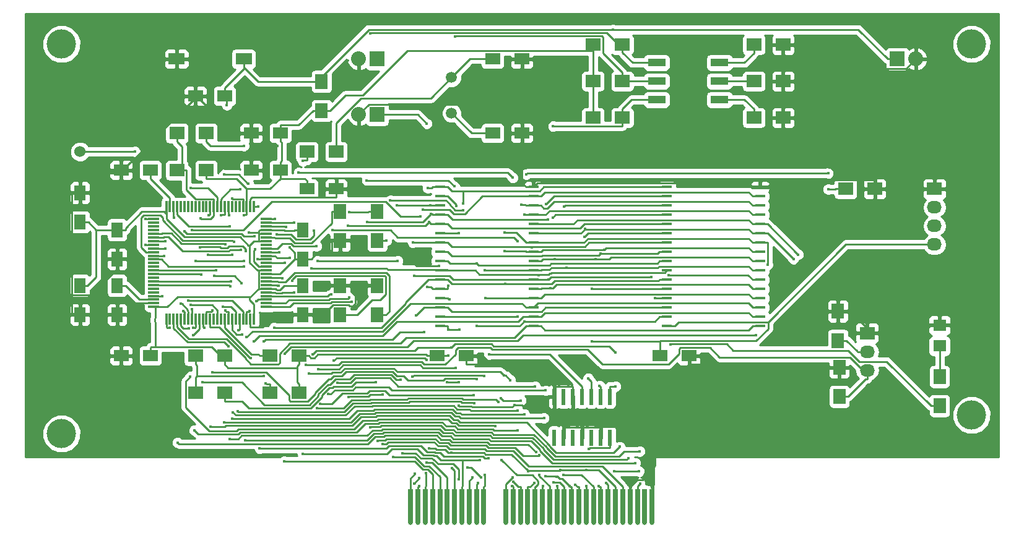
<source format=gtl>
G04 #@! TF.FileFunction,Copper,L1,Top,Signal*
%FSLAX46Y46*%
G04 Gerber Fmt 4.6, Leading zero omitted, Abs format (unit mm)*
G04 Created by KiCad (PCBNEW 4.0.2+dfsg1-stable) date gio 27 giu 2019 15:00:49 CEST*
%MOMM*%
G01*
G04 APERTURE LIST*
%ADD10C,0.100000*%
%ADD11C,0.650000*%
%ADD12R,0.650000X4.600000*%
%ADD13C,1.500000*%
%ADD14R,1.500000X0.300000*%
%ADD15R,0.300000X1.500000*%
%ADD16R,1.400000X0.450000*%
%ADD17R,0.500000X2.200000*%
%ADD18R,2.180000X1.600000*%
%ADD19R,2.000000X1.700000*%
%ADD20R,1.700000X2.000000*%
%ADD21C,1.524000*%
%ADD22C,4.000000*%
%ADD23R,2.032000X1.727200*%
%ADD24O,2.032000X1.727200*%
%ADD25R,2.032000X2.032000*%
%ADD26O,2.032000X2.032000*%
%ADD27R,1.800860X1.597660*%
%ADD28R,2.000000X1.600000*%
%ADD29R,1.600000X2.000000*%
%ADD30R,2.440000X1.120000*%
%ADD31C,0.400000*%
%ADD32C,0.250000*%
%ADD33C,0.254000*%
G04 APERTURE END LIST*
D10*
D11*
X149572000Y-124466000D03*
X151572000Y-124466000D03*
D12*
X151572000Y-122166000D03*
D11*
X150572000Y-124466000D03*
D12*
X131572000Y-122166000D03*
X132572000Y-122166000D03*
X133572000Y-122166000D03*
X134572000Y-122166000D03*
X135572000Y-122166000D03*
X136572000Y-122166000D03*
X137572000Y-122166000D03*
X138572000Y-122166000D03*
X139572000Y-122166000D03*
X140572000Y-122166000D03*
X141572000Y-122166000D03*
X146572000Y-122166000D03*
X147572000Y-122166000D03*
X148572000Y-122166000D03*
X149572000Y-122166000D03*
X150572000Y-122166000D03*
X144572000Y-122166000D03*
X145572000Y-122166000D03*
D11*
X133572000Y-124466000D03*
X134572000Y-124466000D03*
X135572000Y-124466000D03*
X136572000Y-124466000D03*
X137572000Y-124466000D03*
X138572000Y-124466000D03*
X139572000Y-124466000D03*
X140572000Y-124466000D03*
X141572000Y-124466000D03*
X131572000Y-124466000D03*
X144572000Y-124466000D03*
X145572000Y-124466000D03*
X146572000Y-124466000D03*
X147572000Y-124466000D03*
X148572000Y-124466000D03*
X132572000Y-124466000D03*
X152572000Y-124466000D03*
X153572000Y-124466000D03*
X154572000Y-124466000D03*
X155572000Y-124466000D03*
X156572000Y-124466000D03*
X157572000Y-124466000D03*
X158572000Y-124466000D03*
X159572000Y-124466000D03*
X160572000Y-124466000D03*
X161572000Y-124466000D03*
X162572000Y-124466000D03*
X163572000Y-124466000D03*
X164572000Y-124466000D03*
D12*
X152572000Y-122166000D03*
X153572000Y-122166000D03*
X154572000Y-122166000D03*
X155572000Y-122166000D03*
X156572000Y-122166000D03*
X157572000Y-122166000D03*
X158572000Y-122166000D03*
X159572000Y-122166000D03*
X160572000Y-122166000D03*
X161572000Y-122166000D03*
X162572000Y-122166000D03*
X163572000Y-122166000D03*
X164572000Y-122166000D03*
D13*
X137160000Y-63500000D03*
X137160000Y-68380000D03*
D14*
X111840000Y-94900000D03*
X111840000Y-94400000D03*
X111840000Y-93900000D03*
X111840000Y-93400000D03*
X111840000Y-92900000D03*
X111840000Y-92400000D03*
X111840000Y-91900000D03*
X111840000Y-91400000D03*
X111840000Y-90900000D03*
X111840000Y-90400000D03*
X111840000Y-89900000D03*
X111840000Y-89400000D03*
X111840000Y-88900000D03*
X111840000Y-88400000D03*
X111840000Y-87900000D03*
X111840000Y-87400000D03*
X111840000Y-86900000D03*
X111840000Y-86400000D03*
X111840000Y-85900000D03*
X111840000Y-85400000D03*
X111840000Y-84900000D03*
X111840000Y-84400000D03*
X111840000Y-83900000D03*
X111840000Y-83400000D03*
X111840000Y-82900000D03*
D15*
X110140000Y-81200000D03*
X109640000Y-81200000D03*
X109140000Y-81200000D03*
X108640000Y-81200000D03*
X108140000Y-81200000D03*
X107640000Y-81200000D03*
X107140000Y-81200000D03*
X106640000Y-81200000D03*
X106140000Y-81200000D03*
X105640000Y-81200000D03*
X105140000Y-81200000D03*
X104640000Y-81200000D03*
X104140000Y-81200000D03*
X103640000Y-81200000D03*
X103140000Y-81200000D03*
X102640000Y-81200000D03*
X102140000Y-81200000D03*
X101640000Y-81200000D03*
X101140000Y-81200000D03*
X100640000Y-81200000D03*
X100140000Y-81200000D03*
X99640000Y-81200000D03*
X99140000Y-81200000D03*
X98640000Y-81200000D03*
X98140000Y-81200000D03*
D14*
X96440000Y-82900000D03*
X96440000Y-83400000D03*
X96440000Y-83900000D03*
X96440000Y-84400000D03*
X96440000Y-84900000D03*
X96440000Y-85400000D03*
X96440000Y-85900000D03*
X96440000Y-86400000D03*
X96440000Y-86900000D03*
X96440000Y-87400000D03*
X96440000Y-87900000D03*
X96440000Y-88400000D03*
X96440000Y-88900000D03*
X96440000Y-89400000D03*
X96440000Y-89900000D03*
X96440000Y-90400000D03*
X96440000Y-90900000D03*
X96440000Y-91400000D03*
X96440000Y-91900000D03*
X96440000Y-92400000D03*
X96440000Y-92900000D03*
X96440000Y-93400000D03*
X96440000Y-93900000D03*
X96440000Y-94400000D03*
X96440000Y-94900000D03*
D15*
X98140000Y-96600000D03*
X98640000Y-96600000D03*
X99140000Y-96600000D03*
X99640000Y-96600000D03*
X100140000Y-96600000D03*
X100640000Y-96600000D03*
X101140000Y-96600000D03*
X101640000Y-96600000D03*
X102140000Y-96600000D03*
X102640000Y-96600000D03*
X103140000Y-96600000D03*
X103640000Y-96600000D03*
X104140000Y-96600000D03*
X104640000Y-96600000D03*
X105140000Y-96600000D03*
X105640000Y-96600000D03*
X106140000Y-96600000D03*
X106640000Y-96600000D03*
X107140000Y-96600000D03*
X107640000Y-96600000D03*
X108140000Y-96600000D03*
X108640000Y-96600000D03*
X109140000Y-96600000D03*
X109640000Y-96600000D03*
X110140000Y-96600000D03*
D16*
X135630000Y-97525000D03*
X148370000Y-97525000D03*
X135630000Y-96255000D03*
X148370000Y-96255000D03*
X135630000Y-94985000D03*
X148370000Y-94985000D03*
X135630000Y-93715000D03*
X148370000Y-93715000D03*
X135630000Y-92445000D03*
X148370000Y-92445000D03*
X135630000Y-91175000D03*
X148370000Y-91175000D03*
X135630000Y-89905000D03*
X148370000Y-89905000D03*
X135630000Y-88635000D03*
X148370000Y-88635000D03*
X135630000Y-87365000D03*
X148370000Y-87365000D03*
X135630000Y-86095000D03*
X148370000Y-86095000D03*
X135630000Y-84825000D03*
X148370000Y-84825000D03*
X135630000Y-83555000D03*
X148370000Y-83555000D03*
X135630000Y-82285000D03*
X148370000Y-82285000D03*
X135630000Y-81015000D03*
X148370000Y-81015000D03*
X135630000Y-79745000D03*
X148370000Y-79745000D03*
X135630000Y-78475000D03*
X148370000Y-78475000D03*
X166630000Y-97525000D03*
X179370000Y-97525000D03*
X166630000Y-96255000D03*
X179370000Y-96255000D03*
X166630000Y-94985000D03*
X179370000Y-94985000D03*
X166630000Y-93715000D03*
X179370000Y-93715000D03*
X166630000Y-92445000D03*
X179370000Y-92445000D03*
X166630000Y-91175000D03*
X179370000Y-91175000D03*
X166630000Y-89905000D03*
X179370000Y-89905000D03*
X166630000Y-88635000D03*
X179370000Y-88635000D03*
X166630000Y-87365000D03*
X179370000Y-87365000D03*
X166630000Y-86095000D03*
X179370000Y-86095000D03*
X166630000Y-84825000D03*
X179370000Y-84825000D03*
X166630000Y-83555000D03*
X179370000Y-83555000D03*
X166630000Y-82285000D03*
X179370000Y-82285000D03*
X166630000Y-81015000D03*
X179370000Y-81015000D03*
X166630000Y-79745000D03*
X179370000Y-79745000D03*
X166630000Y-78475000D03*
X179370000Y-78475000D03*
D17*
X158810000Y-112800000D03*
X158810000Y-107200000D03*
X157540000Y-112800000D03*
X157540000Y-107200000D03*
X156270000Y-112800000D03*
X156270000Y-107200000D03*
X155000000Y-112800000D03*
X155000000Y-107200000D03*
X153730000Y-112800000D03*
X153730000Y-107200000D03*
X152460000Y-112800000D03*
X152460000Y-107200000D03*
X151190000Y-112800000D03*
X151190000Y-107200000D03*
D18*
X99550000Y-60960000D03*
X108730000Y-60960000D03*
D19*
X116300000Y-106680000D03*
X112300000Y-106680000D03*
X116300000Y-101600000D03*
X112300000Y-101600000D03*
D20*
X121920000Y-81820000D03*
X121920000Y-85820000D03*
D19*
X99600000Y-71120000D03*
X103600000Y-71120000D03*
X103600000Y-76200000D03*
X99600000Y-76200000D03*
X102140000Y-106680000D03*
X106140000Y-106680000D03*
X106140000Y-101600000D03*
X102140000Y-101600000D03*
D20*
X203895000Y-104455000D03*
X203895000Y-108455000D03*
X121920000Y-95980000D03*
X121920000Y-91980000D03*
X127000000Y-95980000D03*
X127000000Y-91980000D03*
X190000000Y-95500000D03*
X190000000Y-99500000D03*
X190195000Y-103185000D03*
X190195000Y-107185000D03*
X127000000Y-81820000D03*
X127000000Y-85820000D03*
D19*
X117380000Y-73660000D03*
X121380000Y-73660000D03*
D20*
X119380000Y-64040000D03*
X119380000Y-68040000D03*
D19*
X191040000Y-78740000D03*
X195040000Y-78740000D03*
D21*
X86360000Y-73660000D03*
D22*
X208280000Y-58928000D03*
X83820000Y-112268000D03*
X208280000Y-109728000D03*
X83820000Y-58928000D03*
D23*
X203200000Y-78740000D03*
D24*
X203200000Y-81280000D03*
X203200000Y-83820000D03*
X203200000Y-86360000D03*
D25*
X198120000Y-60960000D03*
D26*
X200660000Y-60960000D03*
D23*
X194000000Y-98500000D03*
D24*
X194000000Y-101040000D03*
X194000000Y-103580000D03*
D27*
X203895000Y-100254860D03*
X203895000Y-97415140D03*
D28*
X91980000Y-76200000D03*
X95980000Y-76200000D03*
D29*
X91440000Y-95980000D03*
X91440000Y-91980000D03*
X91440000Y-88360000D03*
X91440000Y-84360000D03*
X116840000Y-88360000D03*
X116840000Y-84360000D03*
D28*
X102140000Y-66040000D03*
X106140000Y-66040000D03*
D29*
X86360000Y-95980000D03*
X86360000Y-91980000D03*
X86360000Y-79280000D03*
X86360000Y-83280000D03*
D28*
X109760000Y-76200000D03*
X113760000Y-76200000D03*
D29*
X116840000Y-95980000D03*
X116840000Y-91980000D03*
D28*
X109760000Y-71120000D03*
X113760000Y-71120000D03*
X121380000Y-78740000D03*
X117380000Y-78740000D03*
X91980000Y-101600000D03*
X95980000Y-101600000D03*
X142780000Y-71120000D03*
X146780000Y-71120000D03*
X142780000Y-60960000D03*
X146780000Y-60960000D03*
X135160000Y-101600000D03*
X139160000Y-101600000D03*
X165640000Y-101600000D03*
X169640000Y-101600000D03*
D25*
X127000000Y-60960000D03*
D26*
X124460000Y-60960000D03*
D25*
X127000000Y-68580000D03*
D26*
X124460000Y-68580000D03*
D19*
X178500000Y-59000000D03*
X182500000Y-59000000D03*
X178500000Y-64000000D03*
X182500000Y-64000000D03*
X178500000Y-69000000D03*
X182500000Y-69000000D03*
X156500000Y-69000000D03*
X160500000Y-69000000D03*
X156500000Y-64000000D03*
X160500000Y-64000000D03*
X156500000Y-59000000D03*
X160500000Y-59000000D03*
D30*
X173805000Y-66540000D03*
X165195000Y-61460000D03*
X173805000Y-64000000D03*
X165195000Y-64000000D03*
X173805000Y-61460000D03*
X165195000Y-66540000D03*
D31*
X121380000Y-77505600D03*
X157210500Y-111285600D03*
X114997500Y-86795000D03*
X153317200Y-119463400D03*
X149687200Y-119443400D03*
X150022800Y-118085100D03*
X157269100Y-119462900D03*
X113378500Y-72867900D03*
X122394900Y-87640700D03*
X120655700Y-91980000D03*
X188501500Y-102804500D03*
X153064500Y-111340900D03*
X138159100Y-108395200D03*
X145741000Y-108328600D03*
X135439900Y-89270000D03*
X115203000Y-95980000D03*
X93867700Y-73660000D03*
X101448800Y-78636400D03*
X105851800Y-94855100D03*
X118743800Y-108757700D03*
X143530600Y-107878300D03*
X106210500Y-95391300D03*
X127043700Y-113211300D03*
X149145900Y-115227100D03*
X106824800Y-83847600D03*
X121537700Y-105308800D03*
X148587700Y-105767400D03*
X99222500Y-82659800D03*
X99685800Y-113485900D03*
X148727700Y-114796100D03*
X151103600Y-118904700D03*
X95276000Y-82900000D03*
X101979200Y-111799800D03*
X146179400Y-111772400D03*
X110715800Y-81200000D03*
X109351700Y-78041900D03*
X106074000Y-76792900D03*
X111432100Y-99660800D03*
X133382300Y-98334400D03*
X132766700Y-118340600D03*
X132023700Y-119083600D03*
X107113700Y-80040800D03*
X103815800Y-87750300D03*
X107147700Y-87750300D03*
X130432300Y-114915300D03*
X138116300Y-118531100D03*
X106728900Y-82362700D03*
X162918800Y-119084400D03*
X162908200Y-114665300D03*
X126003200Y-111407700D03*
X184578000Y-87737700D03*
X162312800Y-116283900D03*
X100440000Y-95442300D03*
X108909600Y-113166900D03*
X183915200Y-88344900D03*
X155409500Y-84190800D03*
X145530700Y-77208600D03*
X116252800Y-76503900D03*
X110176100Y-85269100D03*
X100672000Y-84583900D03*
X100124200Y-94480700D03*
X180395300Y-89119400D03*
X144375800Y-84740300D03*
X142204000Y-115600100D03*
X110918600Y-114311500D03*
X101617400Y-95247800D03*
X158036700Y-87098500D03*
X101828700Y-97761900D03*
X101434000Y-104471900D03*
X143177400Y-111247100D03*
X144375800Y-87275500D03*
X156872800Y-88353700D03*
X151260700Y-88384800D03*
X146210100Y-109070700D03*
X107275100Y-109320500D03*
X101828400Y-98761000D03*
X152896100Y-89554700D03*
X103329700Y-97794000D03*
X104424000Y-103860600D03*
X140578000Y-104807100D03*
X141679100Y-89905000D03*
X166822300Y-90540000D03*
X164490500Y-90780600D03*
X150389400Y-91175000D03*
X132032300Y-90624700D03*
X129786100Y-88592300D03*
X118864500Y-88592300D03*
X108726400Y-88649000D03*
X102188100Y-88649000D03*
X104469400Y-95419800D03*
X150637200Y-92373200D03*
X149181100Y-117868400D03*
X150037500Y-106352400D03*
X120317600Y-106840700D03*
X109689700Y-101898200D03*
X112909900Y-97741900D03*
X106247100Y-86324400D03*
X144486200Y-91725300D03*
X143997300Y-115847800D03*
X108365900Y-87097500D03*
X117965300Y-89607900D03*
X149052300Y-90540000D03*
X145619200Y-118847300D03*
X98048900Y-85900000D03*
X101650600Y-84372900D03*
X132918400Y-82546800D03*
X131883100Y-86095000D03*
X148104100Y-86730000D03*
X145500100Y-118213400D03*
X140762800Y-118989700D03*
X140560300Y-88932000D03*
X140253900Y-108095000D03*
X107908200Y-109202700D03*
X95275800Y-86434700D03*
X141025800Y-115909400D03*
X141774400Y-93715000D03*
X116814200Y-115039000D03*
X97979700Y-86921600D03*
X156325200Y-92445000D03*
X136671100Y-91981700D03*
X133770300Y-116188300D03*
X133848600Y-92201600D03*
X133728800Y-102194700D03*
X121071000Y-102286000D03*
X107409800Y-86014900D03*
X97860700Y-87900000D03*
X114225800Y-116067400D03*
X108741500Y-89354100D03*
X132736800Y-119451100D03*
X136900000Y-93836400D03*
X159581300Y-105774700D03*
X165014800Y-93715000D03*
X137121400Y-100473400D03*
X159581300Y-101114400D03*
X118157600Y-101389600D03*
X108462500Y-91623900D03*
X104739100Y-90659100D03*
X105599400Y-82374600D03*
X118712000Y-86586000D03*
X120901200Y-84396800D03*
X146157000Y-85869400D03*
X154089900Y-119236100D03*
X101471600Y-94625300D03*
X106018100Y-110713900D03*
X152477100Y-117894800D03*
X149793500Y-110121300D03*
X113628600Y-87400000D03*
X113242600Y-84937200D03*
X118356200Y-84456700D03*
X158288800Y-118996600D03*
X102796900Y-82761500D03*
X127688900Y-113669000D03*
X147084200Y-82285000D03*
X143913800Y-107396100D03*
X146652300Y-107728200D03*
X148436200Y-118995900D03*
X147110400Y-109590500D03*
X101160900Y-94055700D03*
X107186200Y-110183700D03*
X146710200Y-80886100D03*
X144337500Y-104313700D03*
X117635100Y-104061200D03*
X109541000Y-95433200D03*
X145210900Y-104926400D03*
X145429000Y-119452700D03*
X123473900Y-94204400D03*
X133239900Y-81590500D03*
X131814800Y-104428200D03*
X141628700Y-104401100D03*
X141692700Y-117887600D03*
X123144200Y-93648500D03*
X133880500Y-78628700D03*
X138772000Y-80783700D03*
X140037900Y-118259600D03*
X137790300Y-81053500D03*
X150049100Y-80858100D03*
X137742900Y-103243400D03*
X118941900Y-103420800D03*
X110446600Y-94124400D03*
X138172100Y-105213200D03*
X136547100Y-105227200D03*
X137170400Y-116951000D03*
X120705300Y-93198200D03*
X129691600Y-81019000D03*
X127746300Y-106944600D03*
X123037700Y-107265700D03*
X129132700Y-115440600D03*
X152571200Y-81150300D03*
X134271400Y-81019000D03*
X133665700Y-117689300D03*
X134353400Y-82146300D03*
X125603000Y-83239200D03*
X115599700Y-92918600D03*
X150973000Y-82669400D03*
X150366400Y-82918200D03*
X132108200Y-117772800D03*
X134075900Y-83288700D03*
X103936400Y-82367600D03*
X102734900Y-86774700D03*
X109023200Y-87289300D03*
X122968500Y-83764700D03*
X157399400Y-105694800D03*
X157495300Y-87634300D03*
X178809400Y-98792300D03*
X114374500Y-101326100D03*
X106886400Y-92049500D03*
X117190400Y-102868200D03*
X106988400Y-91400000D03*
X115391000Y-91311700D03*
X113994900Y-90966900D03*
X167132700Y-100062500D03*
X108214300Y-78827500D03*
X147087700Y-96891800D03*
X146166100Y-96255000D03*
X140574300Y-97506100D03*
X140159500Y-106998800D03*
X119205600Y-108211800D03*
X102952400Y-90447500D03*
X110109600Y-99612100D03*
X106660300Y-100307500D03*
X132262500Y-96099800D03*
X130143400Y-104865600D03*
X103058900Y-105200200D03*
X101228300Y-97875000D03*
X104967100Y-89900000D03*
X109132900Y-99064800D03*
X155846800Y-104687100D03*
X155313800Y-85321800D03*
X138734100Y-81670900D03*
X128785700Y-80310500D03*
X113499500Y-92037900D03*
X142309900Y-101383100D03*
X138184600Y-84773000D03*
X133757100Y-69810800D03*
X126797000Y-105183000D03*
X108749000Y-72867900D03*
X128260000Y-85820000D03*
X116814200Y-74925500D03*
X110269800Y-86965800D03*
X114347400Y-88900000D03*
X123189900Y-81908400D03*
X111434400Y-104385900D03*
X108488800Y-98699600D03*
X111766000Y-105407500D03*
X107993300Y-98134800D03*
X155951500Y-114351600D03*
X155572000Y-117259600D03*
X152055100Y-117259600D03*
X108739700Y-82356100D03*
X109457400Y-84680100D03*
X151635200Y-119441600D03*
X136671100Y-97986400D03*
X136671100Y-101600000D03*
X137122800Y-114849600D03*
X156346500Y-99583600D03*
X147593200Y-117426900D03*
X134059300Y-114237000D03*
X155572000Y-119458200D03*
X138220200Y-97986400D03*
X139320800Y-116866700D03*
X141167400Y-118232500D03*
X106434500Y-67285700D03*
X110663100Y-88400000D03*
X159253100Y-56924000D03*
X159395900Y-117430700D03*
X162793600Y-117430700D03*
X115051700Y-88195700D03*
X125567900Y-77572700D03*
X137538100Y-78401100D03*
X188655800Y-78795000D03*
X188655800Y-76623600D03*
X147367800Y-76740300D03*
X160171200Y-114057800D03*
X104233700Y-111337600D03*
X97597600Y-93400000D03*
X161341200Y-115602700D03*
X106786400Y-112960600D03*
X98573300Y-97768200D03*
X151048600Y-70175300D03*
X114527100Y-83931100D03*
X137669400Y-57917700D03*
X115636200Y-83400000D03*
X126050500Y-57466500D03*
X112996900Y-82818900D03*
D32*
X190195000Y-103185000D02*
X189019700Y-103185000D01*
X148370000Y-78475000D02*
X147344700Y-78475000D01*
X91440000Y-99934700D02*
X91440000Y-95980000D01*
X91980000Y-100474700D02*
X91440000Y-99934700D01*
X91980000Y-101600000D02*
X91980000Y-100474700D01*
X99550000Y-62324700D02*
X99550000Y-60960000D01*
X102140000Y-64914700D02*
X99550000Y-62324700D01*
X116840000Y-88360000D02*
X115714700Y-88360000D01*
X109760000Y-76200000D02*
X109760000Y-75074700D01*
X194000000Y-98500000D02*
X194670700Y-98500000D01*
X191670700Y-95500000D02*
X190000000Y-95500000D01*
X194670700Y-98500000D02*
X191670700Y-95500000D01*
X125859100Y-67180900D02*
X146780000Y-67180900D01*
X124460000Y-68580000D02*
X125859100Y-67180900D01*
X146780000Y-60960000D02*
X146780000Y-67180900D01*
X146780000Y-67180900D02*
X146780000Y-71120000D01*
X182500000Y-69000000D02*
X182500000Y-64000000D01*
X199318600Y-62301400D02*
X200660000Y-60960000D01*
X182500000Y-62301400D02*
X199318600Y-62301400D01*
X182500000Y-64000000D02*
X182500000Y-62301400D01*
X182500000Y-62301400D02*
X182500000Y-59000000D01*
X194670700Y-98500000D02*
X195228700Y-98500000D01*
X201584400Y-98500000D02*
X202669300Y-97415100D01*
X195228700Y-98500000D02*
X201584400Y-98500000D01*
X121920000Y-85820000D02*
X120744700Y-85820000D01*
X102140000Y-66040000D02*
X102140000Y-65589900D01*
X102140000Y-65589900D02*
X102140000Y-64914700D01*
X151190000Y-105887300D02*
X151190000Y-105774700D01*
X151190000Y-105774700D02*
X153730000Y-105774700D01*
X153730000Y-107200000D02*
X153730000Y-105774700D01*
X152460000Y-111374700D02*
X155000000Y-111374700D01*
X152460000Y-112800000D02*
X152460000Y-111374700D01*
X151190000Y-106543600D02*
X151190000Y-105887300D01*
X151190000Y-106543600D02*
X151190000Y-107200000D01*
X155000000Y-112800000D02*
X155000000Y-111487300D01*
X155000000Y-111487300D02*
X155000000Y-111374700D01*
X121380000Y-77505600D02*
X121380000Y-78740000D01*
X121380000Y-78740000D02*
X121380000Y-79865300D01*
X109899400Y-79865300D02*
X121380000Y-79865300D01*
X109640000Y-80124700D02*
X109899400Y-79865300D01*
X155000000Y-111374700D02*
X157210500Y-111374700D01*
X157210500Y-111374700D02*
X157540000Y-111374700D01*
X157210500Y-111285600D02*
X157210500Y-111374700D01*
X169640000Y-101600000D02*
X169640000Y-102725300D01*
X157540000Y-112087300D02*
X157540000Y-111374700D01*
X157540000Y-112087300D02*
X157540000Y-112800000D01*
X109640000Y-81200000D02*
X109640000Y-80124700D01*
X127000000Y-91980000D02*
X124013900Y-91980000D01*
X124013900Y-91980000D02*
X121920000Y-91980000D01*
X119609900Y-95980000D02*
X117965300Y-95980000D01*
X120935200Y-94654700D02*
X119609900Y-95980000D01*
X123103100Y-94654700D02*
X120935200Y-94654700D01*
X123243200Y-94794800D02*
X123103100Y-94654700D01*
X123663400Y-94794800D02*
X123243200Y-94794800D01*
X124013900Y-94444300D02*
X123663400Y-94794800D01*
X124013900Y-91980000D02*
X124013900Y-94444300D01*
X116840000Y-95980000D02*
X117965300Y-95980000D01*
X116840000Y-88360000D02*
X117965300Y-88360000D01*
X139160000Y-101600000D02*
X139160000Y-102725300D01*
X153572000Y-122166000D02*
X153572000Y-119540700D01*
X203895000Y-97415100D02*
X202669300Y-97415100D01*
X153394400Y-119540600D02*
X153317200Y-119463400D01*
X153572000Y-119540600D02*
X153394400Y-119540600D01*
X153572000Y-119540700D02*
X153572000Y-119540600D01*
X149572000Y-122166000D02*
X149572000Y-119540700D01*
X149589900Y-119540700D02*
X149572000Y-119540700D01*
X149687200Y-119443400D02*
X149589900Y-119540700D01*
X113378500Y-72867900D02*
X109760000Y-72867900D01*
X109760000Y-71120000D02*
X109760000Y-72867900D01*
X109760000Y-72867900D02*
X109760000Y-75074700D01*
X102140000Y-65894700D02*
X102300200Y-66054800D01*
X102140000Y-65589900D02*
X102140000Y-65894700D01*
X107365300Y-71120000D02*
X109760000Y-71120000D01*
X102300200Y-66054800D02*
X107365300Y-71120000D01*
X121920000Y-91980000D02*
X120744700Y-91980000D01*
X203200000Y-78740000D02*
X195040000Y-78740000D01*
X181305600Y-77564700D02*
X180395300Y-78475000D01*
X195040000Y-77564700D02*
X181305600Y-77564700D01*
X195040000Y-78740000D02*
X195040000Y-77564700D01*
X146780000Y-71120000D02*
X146780000Y-72245300D01*
X188639200Y-102804500D02*
X189019700Y-103185000D01*
X188501500Y-102804500D02*
X188639200Y-102804500D01*
X188422300Y-102725300D02*
X188501500Y-102804500D01*
X169640000Y-102725300D02*
X188422300Y-102725300D01*
X109640000Y-96600000D02*
X109640000Y-97675300D01*
X120744700Y-91980000D02*
X120655700Y-91980000D01*
X164572000Y-122166000D02*
X164572000Y-119540700D01*
X146780000Y-77910300D02*
X146780000Y-72245300D01*
X147344700Y-78475000D02*
X146780000Y-77910300D01*
X161572000Y-122166000D02*
X161572000Y-119540700D01*
X179882700Y-78475000D02*
X180395300Y-78475000D01*
X179882700Y-78475000D02*
X179370000Y-78475000D01*
X148920400Y-77924600D02*
X148370000Y-78475000D01*
X177794300Y-77924600D02*
X148920400Y-77924600D01*
X178344700Y-78475000D02*
X177794300Y-77924600D01*
X179370000Y-78475000D02*
X178344700Y-78475000D01*
X164572000Y-119540700D02*
X163469600Y-118438200D01*
X151190000Y-107200000D02*
X151190000Y-108625300D01*
X151190000Y-108625300D02*
X150722500Y-109092800D01*
X162528600Y-118584100D02*
X161572000Y-119540700D01*
X162676200Y-118584100D02*
X162528600Y-118584100D01*
X162701200Y-118559100D02*
X162676200Y-118584100D01*
X163348700Y-118559100D02*
X162701200Y-118559100D01*
X163469600Y-118438200D02*
X163348700Y-118559100D01*
X148140600Y-102725300D02*
X139160000Y-102725300D01*
X151190000Y-105774700D02*
X148140600Y-102725300D01*
X152493800Y-111340900D02*
X153064500Y-111340900D01*
X152460000Y-111374700D02*
X152493800Y-111340900D01*
X113674700Y-90400000D02*
X115714700Y-88360000D01*
X111840000Y-90400000D02*
X113674700Y-90400000D01*
X152460000Y-111129000D02*
X152460000Y-111374700D01*
X151578700Y-110247700D02*
X152460000Y-111129000D01*
X151578700Y-110145800D02*
X151578700Y-110247700D01*
X150911500Y-109478600D02*
X151578700Y-110145800D01*
X150911500Y-109281900D02*
X150911500Y-109478600D01*
X150722500Y-109092800D02*
X150911500Y-109281900D01*
X118684600Y-87640700D02*
X120744700Y-87640700D01*
X117965300Y-88360000D02*
X118684600Y-87640700D01*
X120744700Y-87640700D02*
X120744700Y-85820000D01*
X120744700Y-87640700D02*
X122394900Y-87640700D01*
X132373200Y-89270000D02*
X135439900Y-89270000D01*
X130743900Y-87640700D02*
X132373200Y-89270000D01*
X122394900Y-87640700D02*
X130743900Y-87640700D01*
X115714700Y-87512200D02*
X114997500Y-86795000D01*
X115714700Y-88360000D02*
X115714700Y-87512200D01*
X112975900Y-95980000D02*
X115203000Y-95980000D01*
X111280600Y-97675300D02*
X112975900Y-95980000D01*
X109640000Y-97675300D02*
X111280600Y-97675300D01*
X115203000Y-95980000D02*
X116840000Y-95980000D01*
X164271600Y-113990800D02*
X161323100Y-111042200D01*
X164271600Y-116468400D02*
X164271600Y-113990800D01*
X163863600Y-116876400D02*
X164271600Y-116468400D01*
X163863600Y-118044200D02*
X163863600Y-116876400D01*
X163469600Y-118438200D02*
X163863600Y-118044200D01*
X169640000Y-102725300D02*
X161323100Y-111042200D01*
X161079700Y-111285600D02*
X157210500Y-111285600D01*
X161323100Y-111042200D02*
X161079700Y-111285600D01*
X91980000Y-76375000D02*
X102300200Y-66054800D01*
X91980000Y-76568800D02*
X91980000Y-76375000D01*
X91980000Y-76200000D02*
X91980000Y-76568800D01*
X90196500Y-76568800D02*
X87485300Y-79280000D01*
X91980000Y-76568800D02*
X90196500Y-76568800D01*
X86360000Y-79280000D02*
X87485300Y-79280000D01*
X86360000Y-95980000D02*
X85234700Y-95980000D01*
X86360000Y-79280000D02*
X85234700Y-79280000D01*
X86360000Y-95980000D02*
X91440000Y-95980000D01*
X94145300Y-94400000D02*
X96440000Y-94400000D01*
X92565300Y-95980000D02*
X94145300Y-94400000D01*
X91440000Y-95980000D02*
X92565300Y-95980000D01*
X87819900Y-93305400D02*
X85234700Y-93305400D01*
X91440000Y-89685300D02*
X87819900Y-93305400D01*
X85234700Y-95980000D02*
X85234700Y-93305400D01*
X85234700Y-93305400D02*
X85234700Y-79280000D01*
X91440000Y-88360000D02*
X91440000Y-89685300D01*
X146794600Y-108328600D02*
X145741000Y-108328600D01*
X147245000Y-108779000D02*
X146794600Y-108328600D01*
X147590200Y-108779000D02*
X147245000Y-108779000D01*
X147750800Y-108939600D02*
X147590200Y-108779000D01*
X147813400Y-108939600D02*
X147750800Y-108939600D01*
X147833900Y-108960100D02*
X147813400Y-108939600D01*
X150589700Y-108960100D02*
X147833900Y-108960100D01*
X150722500Y-109092800D02*
X150589700Y-108960100D01*
X138234200Y-108470300D02*
X138159100Y-108395200D01*
X139815900Y-108470300D02*
X138234200Y-108470300D01*
X139966000Y-108620400D02*
X139815900Y-108470300D01*
X145449200Y-108620400D02*
X139966000Y-108620400D01*
X145741000Y-108328600D02*
X145449200Y-108620400D01*
X157346900Y-119540700D02*
X157269100Y-119462900D01*
X157572000Y-119540700D02*
X157346900Y-119540700D01*
X152308200Y-118454400D02*
X153317200Y-119463400D01*
X151963400Y-118454400D02*
X152308200Y-118454400D01*
X151594100Y-118085100D02*
X151963400Y-118454400D01*
X150022800Y-118085100D02*
X151594100Y-118085100D01*
X157572000Y-122166000D02*
X157572000Y-119540700D01*
X203895000Y-100254900D02*
X203895000Y-104455000D01*
X105140000Y-79918300D02*
X105140000Y-81200000D01*
X103858100Y-78636400D02*
X105140000Y-79918300D01*
X101448800Y-78636400D02*
X103858100Y-78636400D01*
X86360000Y-73660000D02*
X93867700Y-73660000D01*
X107640000Y-96600000D02*
X107640000Y-95524700D01*
X106970400Y-94855100D02*
X105851800Y-94855100D01*
X107640000Y-95524700D02*
X106970400Y-94855100D01*
X122392600Y-108757700D02*
X118743800Y-108757700D01*
X123514900Y-107635400D02*
X122392600Y-108757700D01*
X125955000Y-107635400D02*
X123514900Y-107635400D01*
X126033400Y-107557000D02*
X125955000Y-107635400D01*
X131079500Y-107557000D02*
X126033400Y-107557000D01*
X131232900Y-107403600D02*
X131079500Y-107557000D01*
X138547400Y-107403600D02*
X131232900Y-107403600D01*
X138713500Y-107569700D02*
X138547400Y-107403600D01*
X143222000Y-107569700D02*
X138713500Y-107569700D01*
X143530600Y-107878300D02*
X143222000Y-107569700D01*
X106640000Y-96600000D02*
X106640000Y-95524700D01*
X106343900Y-95524700D02*
X106210500Y-95391300D01*
X106640000Y-95524700D02*
X106343900Y-95524700D01*
X127128100Y-113126900D02*
X127043700Y-113211300D01*
X128106300Y-113126900D02*
X127128100Y-113126900D01*
X128272500Y-112960700D02*
X128106300Y-113126900D01*
X134957400Y-112960700D02*
X128272500Y-112960700D01*
X135496500Y-113499800D02*
X134957400Y-112960700D01*
X136668000Y-113499800D02*
X135496500Y-113499800D01*
X137042100Y-113873900D02*
X136668000Y-113499800D01*
X141876700Y-113873900D02*
X137042100Y-113873900D01*
X142176900Y-114174100D02*
X141876700Y-113873900D01*
X145814400Y-114174100D02*
X142176900Y-114174100D01*
X146961700Y-115321400D02*
X145814400Y-114174100D01*
X149051600Y-115321400D02*
X146961700Y-115321400D01*
X149145900Y-115227100D02*
X149051600Y-115321400D01*
X99640000Y-81200000D02*
X99640000Y-82275300D01*
X123342800Y-105308800D02*
X121537700Y-105308800D01*
X123993900Y-104657700D02*
X123342800Y-105308800D01*
X128731900Y-104657700D02*
X123993900Y-104657700D01*
X129841600Y-105767400D02*
X128731900Y-104657700D01*
X148587700Y-105767400D02*
X129841600Y-105767400D01*
X101212300Y-83847600D02*
X99640000Y-82275300D01*
X106824800Y-83847600D02*
X101212300Y-83847600D01*
X152572000Y-122166000D02*
X152572000Y-119540700D01*
X99140000Y-82577300D02*
X99222500Y-82659800D01*
X99140000Y-81200000D02*
X99140000Y-82577300D01*
X151936000Y-118904700D02*
X151103600Y-118904700D01*
X152572000Y-119540700D02*
X151936000Y-118904700D01*
X147655400Y-113723800D02*
X148727700Y-114796100D01*
X142363500Y-113723800D02*
X147655400Y-113723800D01*
X142063300Y-113423600D02*
X142363500Y-113723800D01*
X137228700Y-113423600D02*
X142063300Y-113423600D01*
X136854600Y-113049500D02*
X137228700Y-113423600D01*
X135683100Y-113049500D02*
X136854600Y-113049500D01*
X135144000Y-112510400D02*
X135683100Y-113049500D01*
X128085900Y-112510400D02*
X135144000Y-112510400D01*
X127919700Y-112676600D02*
X128085900Y-112510400D01*
X126751100Y-112676600D02*
X127919700Y-112676600D01*
X125735500Y-113692200D02*
X126751100Y-112676600D01*
X99892100Y-113692200D02*
X125735500Y-113692200D01*
X99685800Y-113485900D02*
X99892100Y-113692200D01*
X96440000Y-82900000D02*
X95364700Y-82900000D01*
X95364700Y-82900000D02*
X95276000Y-82900000D01*
X142959700Y-111772400D02*
X146179400Y-111772400D01*
X142809700Y-111622400D02*
X142959700Y-111772400D01*
X137975100Y-111622400D02*
X142809700Y-111622400D01*
X137601000Y-111248300D02*
X137975100Y-111622400D01*
X136429500Y-111248300D02*
X137601000Y-111248300D01*
X135890400Y-110709200D02*
X136429500Y-111248300D01*
X127339500Y-110709200D02*
X135890400Y-110709200D01*
X127173300Y-110875400D02*
X127339500Y-110709200D01*
X125361700Y-110875400D02*
X127173300Y-110875400D01*
X124177200Y-112059900D02*
X125361700Y-110875400D01*
X108227900Y-112059900D02*
X124177200Y-112059900D01*
X107965200Y-112322600D02*
X108227900Y-112059900D01*
X102502000Y-112322600D02*
X107965200Y-112322600D01*
X101979200Y-111799800D02*
X102502000Y-112322600D01*
X132023700Y-119083600D02*
X132766700Y-118340600D01*
X110140000Y-81200000D02*
X110715800Y-81200000D01*
X108055300Y-76792900D02*
X106074000Y-76792900D01*
X109304300Y-78041900D02*
X108055300Y-76792900D01*
X109351700Y-78041900D02*
X109304300Y-78041900D01*
X111765700Y-99327200D02*
X111432100Y-99660800D01*
X129087700Y-99327200D02*
X111765700Y-99327200D01*
X130080500Y-98334400D02*
X129087700Y-99327200D01*
X133382300Y-98334400D02*
X130080500Y-98334400D01*
X108640000Y-81200000D02*
X108640000Y-80124700D01*
X107197600Y-80124700D02*
X107113700Y-80040800D01*
X108640000Y-80124700D02*
X107197600Y-80124700D01*
X103815800Y-87750300D02*
X107147700Y-87750300D01*
X138116300Y-117131400D02*
X138116300Y-118531100D01*
X137410500Y-116425600D02*
X138116300Y-117131400D01*
X135361000Y-116425600D02*
X137410500Y-116425600D01*
X134686700Y-115751300D02*
X135361000Y-116425600D01*
X134563500Y-115751300D02*
X134686700Y-115751300D01*
X134475100Y-115662900D02*
X134563500Y-115751300D01*
X132981200Y-115662900D02*
X134475100Y-115662900D01*
X132233600Y-114915300D02*
X132981200Y-115662900D01*
X130432300Y-114915300D02*
X132233600Y-114915300D01*
X162572000Y-119431200D02*
X162918800Y-119084400D01*
X162572000Y-122166000D02*
X162572000Y-119431200D01*
X106641500Y-82275300D02*
X106728900Y-82362700D01*
X106640000Y-82275300D02*
X106641500Y-82275300D01*
X106640000Y-81200000D02*
X106640000Y-82275300D01*
X160751300Y-114665300D02*
X162908200Y-114665300D01*
X160033300Y-115383300D02*
X160751300Y-114665300D01*
X151319000Y-115383300D02*
X160033300Y-115383300D01*
X150153600Y-114217900D02*
X151319000Y-115383300D01*
X150153600Y-114105400D02*
X150153600Y-114217900D01*
X148421100Y-112372900D02*
X150153600Y-114105400D01*
X142923300Y-112372900D02*
X148421100Y-112372900D01*
X142623100Y-112072700D02*
X142923300Y-112372900D01*
X137788500Y-112072700D02*
X142623100Y-112072700D01*
X137414400Y-111698600D02*
X137788500Y-112072700D01*
X136242900Y-111698600D02*
X137414400Y-111698600D01*
X135703800Y-111159500D02*
X136242900Y-111698600D01*
X127526100Y-111159500D02*
X135703800Y-111159500D01*
X127359900Y-111325700D02*
X127526100Y-111159500D01*
X126085200Y-111325700D02*
X127359900Y-111325700D01*
X126003200Y-111407700D02*
X126085200Y-111325700D01*
X179882700Y-83555000D02*
X180395300Y-83555000D01*
X184578000Y-87737700D02*
X180395300Y-83555000D01*
X179882700Y-83555000D02*
X179370000Y-83555000D01*
X179370000Y-83555000D02*
X178344700Y-83555000D01*
X177793700Y-83004000D02*
X178344700Y-83555000D01*
X154392300Y-83004000D02*
X177793700Y-83004000D01*
X153841300Y-83555000D02*
X154392300Y-83004000D01*
X148370000Y-83555000D02*
X153841300Y-83555000D01*
X100640000Y-96600000D02*
X100640000Y-95524700D01*
X100522400Y-95524700D02*
X100440000Y-95442300D01*
X100640000Y-95524700D02*
X100522400Y-95524700D01*
X150945800Y-116283900D02*
X162312800Y-116283900D01*
X149253000Y-114591100D02*
X150945800Y-116283900D01*
X149253000Y-114478600D02*
X149253000Y-114591100D01*
X148047900Y-113273500D02*
X149253000Y-114478600D01*
X142550100Y-113273500D02*
X148047900Y-113273500D01*
X142249900Y-112973300D02*
X142550100Y-113273500D01*
X137415300Y-112973300D02*
X142249900Y-112973300D01*
X137041200Y-112599200D02*
X137415300Y-112973300D01*
X135869700Y-112599200D02*
X137041200Y-112599200D01*
X135330600Y-112060100D02*
X135869700Y-112599200D01*
X127899300Y-112060100D02*
X135330600Y-112060100D01*
X127733100Y-112226300D02*
X127899300Y-112060100D01*
X126564500Y-112226300D02*
X127733100Y-112226300D01*
X125623900Y-113166900D02*
X126564500Y-112226300D01*
X108909600Y-113166900D02*
X125623900Y-113166900D01*
X178857400Y-84825000D02*
X178344700Y-84825000D01*
X178857400Y-84825000D02*
X179370000Y-84825000D01*
X179370000Y-84825000D02*
X180395300Y-84825000D01*
X183915200Y-88344900D02*
X180395300Y-84825000D01*
X148770100Y-84825000D02*
X148370000Y-84825000D01*
X148770100Y-84825000D02*
X149282700Y-84825000D01*
X101140000Y-96600000D02*
X101140000Y-95524700D01*
X144826000Y-76503900D02*
X116252800Y-76503900D01*
X145530700Y-77208600D02*
X144826000Y-76503900D01*
X155409500Y-84274700D02*
X155409500Y-84190800D01*
X177794400Y-84274700D02*
X155409500Y-84274700D01*
X178344700Y-84825000D02*
X177794400Y-84274700D01*
X154859200Y-84825000D02*
X149282700Y-84825000D01*
X155409500Y-84274700D02*
X154859200Y-84825000D01*
X100295200Y-94480700D02*
X100124200Y-94480700D01*
X101090300Y-95275800D02*
X100295200Y-94480700D01*
X101090300Y-95475000D02*
X101090300Y-95275800D01*
X101140000Y-95524700D02*
X101090300Y-95475000D01*
X100986400Y-84898300D02*
X100672000Y-84583900D01*
X108405500Y-84898300D02*
X100986400Y-84898300D01*
X108776300Y-85269100D02*
X108405500Y-84898300D01*
X110176100Y-85269100D02*
X108776300Y-85269100D01*
X179882700Y-86095000D02*
X180395300Y-86095000D01*
X179882700Y-86095000D02*
X179370000Y-86095000D01*
X179370000Y-86095000D02*
X178344700Y-86095000D01*
X180395300Y-86095000D02*
X180395300Y-89119400D01*
X148882700Y-86095000D02*
X148807500Y-86095000D01*
X148882700Y-86095000D02*
X149395300Y-86095000D01*
X177794400Y-85544700D02*
X178344700Y-86095000D01*
X155833900Y-85544700D02*
X177794400Y-85544700D01*
X155283600Y-86095000D02*
X155833900Y-85544700D01*
X149395300Y-86095000D02*
X155283600Y-86095000D01*
X148588800Y-86095000D02*
X148807500Y-86095000D01*
X148588800Y-86095000D02*
X148370000Y-86095000D01*
X145990000Y-84740300D02*
X144375800Y-84740300D01*
X147344700Y-86095000D02*
X145990000Y-84740300D01*
X148370000Y-86095000D02*
X147344700Y-86095000D01*
X101640000Y-95270400D02*
X101617400Y-95247800D01*
X101640000Y-96600000D02*
X101640000Y-95270400D01*
X141692200Y-115600100D02*
X142204000Y-115600100D01*
X141467000Y-115374900D02*
X141692200Y-115600100D01*
X136097800Y-115374900D02*
X141467000Y-115374900D01*
X135573600Y-114850700D02*
X136097800Y-115374900D01*
X134936700Y-114850700D02*
X135573600Y-114850700D01*
X134848300Y-114762300D02*
X134936700Y-114850700D01*
X133841700Y-114762300D02*
X134848300Y-114762300D01*
X132996900Y-113917500D02*
X133841700Y-114762300D01*
X128589500Y-113917500D02*
X132996900Y-113917500D01*
X128195500Y-114311500D02*
X128589500Y-113917500D01*
X110918600Y-114311500D02*
X128195500Y-114311500D01*
X149661800Y-87098500D02*
X158036700Y-87098500D01*
X149395300Y-87365000D02*
X149661800Y-87098500D01*
X177794400Y-86814700D02*
X178344700Y-87365000D01*
X158320500Y-86814700D02*
X177794400Y-86814700D01*
X158036700Y-87098500D02*
X158320500Y-86814700D01*
X179370000Y-87365000D02*
X178344700Y-87365000D01*
X148882700Y-87365000D02*
X149395300Y-87365000D01*
X148882700Y-87365000D02*
X148370000Y-87365000D01*
X147255200Y-87275500D02*
X147344700Y-87365000D01*
X144375800Y-87275500D02*
X147255200Y-87275500D01*
X148370000Y-87365000D02*
X147344700Y-87365000D01*
X102140000Y-96600000D02*
X102140000Y-97675300D01*
X102053400Y-97761900D02*
X102140000Y-97675300D01*
X101828700Y-97761900D02*
X102053400Y-97761900D01*
X143102400Y-111172100D02*
X143177400Y-111247100D01*
X138161700Y-111172100D02*
X143102400Y-111172100D01*
X137787600Y-110798000D02*
X138161700Y-111172100D01*
X137253000Y-110798000D02*
X137787600Y-110798000D01*
X136713900Y-110258900D02*
X137253000Y-110798000D01*
X127152900Y-110258900D02*
X136713900Y-110258900D01*
X126986700Y-110425100D02*
X127152900Y-110258900D01*
X125047400Y-110425100D02*
X126986700Y-110425100D01*
X123862900Y-111609600D02*
X125047400Y-110425100D01*
X108041300Y-111609600D02*
X123862900Y-111609600D01*
X107778600Y-111872300D02*
X108041300Y-111609600D01*
X104025400Y-111872300D02*
X107778600Y-111872300D01*
X100807400Y-108654300D02*
X104025400Y-111872300D01*
X100807400Y-105098500D02*
X100807400Y-108654300D01*
X101434000Y-104471900D02*
X100807400Y-105098500D01*
X179370000Y-88635000D02*
X178344700Y-88635000D01*
X177794400Y-88084700D02*
X178344700Y-88635000D01*
X158973900Y-88084700D02*
X177794400Y-88084700D01*
X158704900Y-88353700D02*
X158973900Y-88084700D01*
X156872800Y-88353700D02*
X158704900Y-88353700D01*
X148882700Y-88635000D02*
X148531400Y-88635000D01*
X148370000Y-88635000D02*
X148531400Y-88635000D01*
X148882700Y-88635000D02*
X149395300Y-88635000D01*
X151291800Y-88353700D02*
X151260700Y-88384800D01*
X156872800Y-88353700D02*
X151291800Y-88353700D01*
X149645500Y-88384800D02*
X149395300Y-88635000D01*
X151260700Y-88384800D02*
X149645500Y-88384800D01*
X102640000Y-97949400D02*
X101828400Y-98761000D01*
X102640000Y-96600000D02*
X102640000Y-97949400D01*
X107688000Y-109733400D02*
X107275100Y-109320500D01*
X122690700Y-109733400D02*
X107688000Y-109733400D01*
X123888100Y-108536000D02*
X122690700Y-109733400D01*
X126328200Y-108536000D02*
X123888100Y-108536000D01*
X126406600Y-108457600D02*
X126328200Y-108536000D01*
X137460200Y-108457600D02*
X126406600Y-108457600D01*
X137923200Y-108920600D02*
X137460200Y-108457600D01*
X139629300Y-108920600D02*
X137923200Y-108920600D01*
X139779400Y-109070700D02*
X139629300Y-108920600D01*
X146210100Y-109070700D02*
X139779400Y-109070700D01*
X179370000Y-89905000D02*
X178344700Y-89905000D01*
X165345000Y-89554700D02*
X152896100Y-89554700D01*
X165545000Y-89354700D02*
X165345000Y-89554700D01*
X177794400Y-89354700D02*
X165545000Y-89354700D01*
X178344700Y-89905000D02*
X177794400Y-89354700D01*
X141679100Y-89905000D02*
X148370000Y-89905000D01*
X103140000Y-96600000D02*
X103140000Y-97675300D01*
X150822700Y-89554700D02*
X152896100Y-89554700D01*
X150545100Y-89832300D02*
X150822700Y-89554700D01*
X149468000Y-89832300D02*
X150545100Y-89832300D01*
X149395300Y-89905000D02*
X149468000Y-89832300D01*
X148370000Y-89905000D02*
X149395300Y-89905000D01*
X103258700Y-97794000D02*
X103329700Y-97794000D01*
X103140000Y-97675300D02*
X103258700Y-97794000D01*
X111823900Y-103860600D02*
X104424000Y-103860600D01*
X114973500Y-107010200D02*
X111823900Y-103860600D01*
X114973500Y-107705700D02*
X114973500Y-107010200D01*
X115123100Y-107855300D02*
X114973500Y-107705700D01*
X117479200Y-107855300D02*
X115123100Y-107855300D01*
X118501900Y-106832600D02*
X117479200Y-107855300D01*
X118501900Y-106639700D02*
X118501900Y-106832600D01*
X120358100Y-104783500D02*
X118501900Y-106639700D01*
X120600500Y-104783500D02*
X120358100Y-104783500D01*
X121050800Y-104333200D02*
X120600500Y-104783500D01*
X122136800Y-104333200D02*
X121050800Y-104333200D01*
X122712900Y-103757100D02*
X122136800Y-104333200D01*
X129105100Y-103757100D02*
X122712900Y-103757100D01*
X129681200Y-104333200D02*
X129105100Y-103757100D01*
X130596000Y-104333200D02*
X129681200Y-104333200D01*
X131222400Y-104959600D02*
X130596000Y-104333200D01*
X136043800Y-104959600D02*
X131222400Y-104959600D01*
X136315500Y-104687900D02*
X136043800Y-104959600D01*
X140458800Y-104687900D02*
X136315500Y-104687900D01*
X140578000Y-104807100D02*
X140458800Y-104687900D01*
X177709700Y-90540000D02*
X166822300Y-90540000D01*
X178344700Y-91175000D02*
X177709700Y-90540000D01*
X179370000Y-91175000D02*
X178344700Y-91175000D01*
X150783800Y-90780600D02*
X164490500Y-90780600D01*
X150389400Y-91175000D02*
X150783800Y-90780600D01*
X150389400Y-91175000D02*
X148370000Y-91175000D01*
X118864500Y-88592300D02*
X129786100Y-88592300D01*
X136852700Y-90624700D02*
X132032300Y-90624700D01*
X137403000Y-91175000D02*
X136852700Y-90624700D01*
X148370000Y-91175000D02*
X137403000Y-91175000D01*
X103640000Y-96600000D02*
X103640000Y-95524700D01*
X102188100Y-88649000D02*
X108726400Y-88649000D01*
X104364500Y-95524700D02*
X104469400Y-95419800D01*
X103640000Y-95524700D02*
X104364500Y-95524700D01*
X179370000Y-92445000D02*
X178344700Y-92445000D01*
X148370000Y-92445000D02*
X149395300Y-92445000D01*
X150989600Y-92373200D02*
X150637200Y-92373200D01*
X151493200Y-91869600D02*
X150989600Y-92373200D01*
X177769300Y-91869600D02*
X151493200Y-91869600D01*
X178344700Y-92445000D02*
X177769300Y-91869600D01*
X149467100Y-92373200D02*
X149395300Y-92445000D01*
X150637200Y-92373200D02*
X149467100Y-92373200D01*
X104140000Y-96600000D02*
X104140000Y-97675300D01*
X120642700Y-106840700D02*
X120317600Y-106840700D01*
X121198900Y-106284500D02*
X120642700Y-106840700D01*
X123641000Y-106284500D02*
X121198900Y-106284500D01*
X124035100Y-105890400D02*
X123641000Y-106284500D01*
X128577300Y-105890400D02*
X124035100Y-105890400D01*
X129039300Y-106352400D02*
X128577300Y-105890400D01*
X150037500Y-106352400D02*
X129039300Y-106352400D01*
X150572000Y-119452200D02*
X150572000Y-122166000D01*
X149181100Y-118061300D02*
X150572000Y-119452200D01*
X149181100Y-117868400D02*
X149181100Y-118061300D01*
X109631000Y-101898200D02*
X109689700Y-101898200D01*
X105408100Y-97675300D02*
X109631000Y-101898200D01*
X104140000Y-97675300D02*
X105408100Y-97675300D01*
X166630000Y-91175000D02*
X165604700Y-91175000D01*
X136142700Y-91175000D02*
X136655300Y-91175000D01*
X136142700Y-91175000D02*
X135630000Y-91175000D01*
X96440000Y-84900000D02*
X97515300Y-84900000D01*
X148572000Y-122166000D02*
X148572000Y-119540700D01*
X137205600Y-91725300D02*
X144486200Y-91725300D01*
X136655300Y-91175000D02*
X137205600Y-91725300D01*
X165469200Y-91310500D02*
X165604700Y-91175000D01*
X151255000Y-91310500D02*
X165469200Y-91310500D01*
X150840200Y-91725300D02*
X151255000Y-91310500D01*
X144486200Y-91725300D02*
X150840200Y-91725300D01*
X127579100Y-97741900D02*
X112909900Y-97741900D01*
X130886300Y-94434700D02*
X127579100Y-97741900D01*
X130886300Y-94305700D02*
X130886300Y-94434700D01*
X134017000Y-91175000D02*
X130886300Y-94305700D01*
X135630000Y-91175000D02*
X134017000Y-91175000D01*
X106172000Y-86249300D02*
X106247100Y-86324400D01*
X100236300Y-86249300D02*
X106172000Y-86249300D01*
X98829500Y-84842500D02*
X100236300Y-86249300D01*
X97572800Y-84842500D02*
X98829500Y-84842500D01*
X97515300Y-84900000D02*
X97572800Y-84842500D01*
X146101700Y-117952200D02*
X143997300Y-115847800D01*
X148208100Y-117952200D02*
X146101700Y-117952200D01*
X149010300Y-118754400D02*
X148208100Y-117952200D01*
X149010300Y-119206800D02*
X149010300Y-118754400D01*
X148676400Y-119540700D02*
X149010300Y-119206800D01*
X148572000Y-119540700D02*
X148676400Y-119540700D01*
X135630000Y-89905000D02*
X136655300Y-89905000D01*
X128256700Y-89607900D02*
X117965300Y-89607900D01*
X128459700Y-89810900D02*
X128256700Y-89607900D01*
X136561200Y-89810900D02*
X128459700Y-89810900D01*
X136655300Y-89905000D02*
X136561200Y-89810900D01*
X146572000Y-122166000D02*
X146572000Y-119540700D01*
X146312600Y-119540700D02*
X145619200Y-118847300D01*
X146572000Y-119540700D02*
X146312600Y-119540700D01*
X149052300Y-90455500D02*
X149052300Y-90540000D01*
X140976900Y-90455500D02*
X149052300Y-90455500D01*
X140426400Y-89905000D02*
X140976900Y-90455500D01*
X136655300Y-89905000D02*
X140426400Y-89905000D01*
X166332500Y-90202500D02*
X166630000Y-89905000D01*
X150811800Y-90202500D02*
X166332500Y-90202500D01*
X150731700Y-90282600D02*
X150811800Y-90202500D01*
X150555600Y-90282600D02*
X150731700Y-90282600D01*
X150382700Y-90455500D02*
X150555600Y-90282600D01*
X149052300Y-90455500D02*
X150382700Y-90455500D01*
X106892400Y-87097500D02*
X108365900Y-87097500D01*
X106689900Y-87300000D02*
X106892400Y-87097500D01*
X105438200Y-87300000D02*
X106689900Y-87300000D01*
X105363100Y-87224900D02*
X105438200Y-87300000D01*
X103027700Y-87224900D02*
X105363100Y-87224900D01*
X102952600Y-87300000D02*
X103027700Y-87224900D01*
X100377000Y-87300000D02*
X102952600Y-87300000D01*
X98407000Y-85330000D02*
X100377000Y-87300000D01*
X97868400Y-85330000D02*
X98407000Y-85330000D01*
X97798400Y-85400000D02*
X97868400Y-85330000D01*
X96440000Y-85400000D02*
X97798400Y-85400000D01*
X135630000Y-86095000D02*
X136655300Y-86095000D01*
X135630000Y-86095000D02*
X131883100Y-86095000D01*
X148104100Y-86668400D02*
X148104100Y-86730000D01*
X96440000Y-85900000D02*
X98048900Y-85900000D01*
X137228700Y-86668400D02*
X148104100Y-86668400D01*
X136655300Y-86095000D02*
X137228700Y-86668400D01*
X155947600Y-86095000D02*
X166630000Y-86095000D01*
X155397300Y-86645300D02*
X155947600Y-86095000D01*
X148127200Y-86645300D02*
X155397300Y-86645300D01*
X148104100Y-86668400D02*
X148127200Y-86645300D01*
X108693900Y-84372900D02*
X101650600Y-84372900D01*
X112590100Y-80476700D02*
X108693900Y-84372900D01*
X128124600Y-80476700D02*
X112590100Y-80476700D01*
X130194700Y-82546800D02*
X128124600Y-80476700D01*
X132918400Y-82546800D02*
X130194700Y-82546800D01*
X144572000Y-119141500D02*
X145500100Y-118213400D01*
X144572000Y-122166000D02*
X144572000Y-119141500D01*
X166630000Y-88635000D02*
X165604700Y-88635000D01*
X135630000Y-88635000D02*
X136655300Y-88635000D01*
X140572000Y-119180500D02*
X140762800Y-118989700D01*
X140572000Y-122166000D02*
X140572000Y-119180500D01*
X136952300Y-88932000D02*
X136655300Y-88635000D01*
X140560300Y-88932000D02*
X136952300Y-88932000D01*
X96440000Y-86400000D02*
X95364700Y-86400000D01*
X165285400Y-88954300D02*
X165604700Y-88635000D01*
X150786100Y-88954300D02*
X165285400Y-88954300D01*
X150555100Y-89185300D02*
X150786100Y-88954300D01*
X140813600Y-89185300D02*
X150555100Y-89185300D01*
X140560300Y-88932000D02*
X140813600Y-89185300D01*
X95330000Y-86434700D02*
X95275800Y-86434700D01*
X95364700Y-86400000D02*
X95330000Y-86434700D01*
X107988600Y-109283100D02*
X107908200Y-109202700D01*
X122504100Y-109283100D02*
X107988600Y-109283100D01*
X123701500Y-108085700D02*
X122504100Y-109283100D01*
X126141600Y-108085700D02*
X123701500Y-108085700D01*
X126220000Y-108007300D02*
X126141600Y-108085700D01*
X131266100Y-108007300D02*
X126220000Y-108007300D01*
X131419500Y-107853900D02*
X131266100Y-108007300D01*
X138360800Y-107853900D02*
X131419500Y-107853900D01*
X138526900Y-108020000D02*
X138360800Y-107853900D01*
X140178900Y-108020000D02*
X138526900Y-108020000D01*
X140253900Y-108095000D02*
X140178900Y-108020000D01*
X138572000Y-122166000D02*
X138572000Y-119540700D01*
X179370000Y-93715000D02*
X178344700Y-93715000D01*
X148370000Y-93715000D02*
X149395300Y-93715000D01*
X177794300Y-93164600D02*
X178344700Y-93715000D01*
X149945700Y-93164600D02*
X177794300Y-93164600D01*
X149395300Y-93715000D02*
X149945700Y-93164600D01*
X148370000Y-93715000D02*
X141774400Y-93715000D01*
X97536900Y-86921600D02*
X97515300Y-86900000D01*
X97979700Y-86921600D02*
X97536900Y-86921600D01*
X96440000Y-86900000D02*
X97515300Y-86900000D01*
X138661200Y-119451500D02*
X138661200Y-115909400D01*
X138572000Y-119540700D02*
X138661200Y-119451500D01*
X135677200Y-115909400D02*
X138661200Y-115909400D01*
X135068800Y-115301000D02*
X135677200Y-115909400D01*
X134750100Y-115301000D02*
X135068800Y-115301000D01*
X134661700Y-115212600D02*
X134750100Y-115301000D01*
X133347000Y-115212600D02*
X134661700Y-115212600D01*
X132502200Y-114367800D02*
X133347000Y-115212600D01*
X129001400Y-114367800D02*
X132502200Y-114367800D01*
X128330200Y-115039000D02*
X129001400Y-114367800D01*
X116814200Y-115039000D02*
X128330200Y-115039000D01*
X138661200Y-115909400D02*
X141025800Y-115909400D01*
X136142700Y-92445000D02*
X135631100Y-92445000D01*
X135630000Y-92445000D02*
X135631100Y-92445000D01*
X136142700Y-92445000D02*
X136655300Y-92445000D01*
X135630000Y-92445000D02*
X134604700Y-92445000D01*
X136572000Y-122166000D02*
X136572000Y-119540700D01*
X166630000Y-92445000D02*
X156325200Y-92445000D01*
X136655300Y-91997500D02*
X136671100Y-91981700D01*
X136655300Y-92445000D02*
X136655300Y-91997500D01*
X134361300Y-92201600D02*
X133848600Y-92201600D01*
X134604700Y-92445000D02*
X134361300Y-92201600D01*
X96440000Y-87400000D02*
X95364700Y-87400000D01*
X94714800Y-86750100D02*
X95364700Y-87400000D01*
X94714800Y-82688000D02*
X94714800Y-86750100D01*
X95067000Y-82335800D02*
X94714800Y-82688000D01*
X97298400Y-82335800D02*
X95067000Y-82335800D01*
X97689600Y-82727000D02*
X97298400Y-82335800D01*
X97689600Y-83065700D02*
X97689600Y-82727000D01*
X100422800Y-85798900D02*
X97689600Y-83065700D01*
X107193800Y-85798900D02*
X100422800Y-85798900D01*
X107409800Y-86014900D02*
X107193800Y-85798900D01*
X133462500Y-101928400D02*
X133728800Y-102194700D01*
X121428600Y-101928400D02*
X133462500Y-101928400D01*
X121071000Y-102286000D02*
X121428600Y-101928400D01*
X136572000Y-118273400D02*
X136572000Y-119540700D01*
X136571900Y-118273400D02*
X136572000Y-118273400D01*
X134500100Y-116201600D02*
X136571900Y-118273400D01*
X133783600Y-116201600D02*
X134500100Y-116201600D01*
X133770300Y-116188300D02*
X133783600Y-116201600D01*
X96440000Y-87900000D02*
X97860700Y-87900000D01*
X134572000Y-122166000D02*
X134572000Y-119540700D01*
X134572000Y-117840600D02*
X134572000Y-119540700D01*
X133895300Y-117163900D02*
X134572000Y-117840600D01*
X133208400Y-117163900D02*
X133895300Y-117163900D01*
X132111900Y-116067400D02*
X133208400Y-117163900D01*
X114225800Y-116067400D02*
X132111900Y-116067400D01*
X132572000Y-122166000D02*
X132572000Y-119540700D01*
X96440000Y-88400000D02*
X97515300Y-88400000D01*
X98469400Y-89354100D02*
X108741500Y-89354100D01*
X97515300Y-88400000D02*
X98469400Y-89354100D01*
X132647200Y-119540700D02*
X132736800Y-119451100D01*
X132572000Y-119540700D02*
X132647200Y-119540700D01*
X136776700Y-93836400D02*
X136900000Y-93836400D01*
X136655300Y-93715000D02*
X136776700Y-93836400D01*
X165014800Y-93715000D02*
X166630000Y-93715000D01*
X158810000Y-107200000D02*
X158810000Y-105774700D01*
X158810000Y-105774700D02*
X159581300Y-105774700D01*
X136142700Y-93715000D02*
X136655300Y-93715000D01*
X136142700Y-93715000D02*
X135630000Y-93715000D01*
X158727000Y-100260100D02*
X159581300Y-101114400D01*
X142880700Y-100260100D02*
X158727000Y-100260100D01*
X142618900Y-99998300D02*
X142880700Y-100260100D01*
X137596500Y-99998300D02*
X142618900Y-99998300D01*
X137121400Y-100473400D02*
X137596500Y-99998300D01*
X106140000Y-81200000D02*
X106140000Y-82275300D01*
X105698700Y-82275300D02*
X105599400Y-82374600D01*
X106140000Y-82275300D02*
X105698700Y-82275300D01*
X118688200Y-100859000D02*
X118157600Y-101389600D01*
X132174200Y-100859000D02*
X118688200Y-100859000D01*
X132559800Y-100473400D02*
X132174200Y-100859000D01*
X137121400Y-100473400D02*
X132559800Y-100473400D01*
X107497700Y-90659100D02*
X108462500Y-91623900D01*
X104739100Y-90659100D02*
X107497700Y-90659100D01*
X154394500Y-119540700D02*
X154089900Y-119236100D01*
X154572000Y-119540700D02*
X154394500Y-119540700D01*
X154572000Y-122166000D02*
X154572000Y-119540700D01*
X128804100Y-84396800D02*
X120901200Y-84396800D01*
X129782700Y-85375400D02*
X128804100Y-84396800D01*
X145663000Y-85375400D02*
X129782700Y-85375400D01*
X146157000Y-85869400D02*
X145663000Y-85375400D01*
X113374600Y-86900000D02*
X111840000Y-86900000D01*
X114004900Y-86269700D02*
X113374600Y-86900000D01*
X115215200Y-86269700D02*
X114004900Y-86269700D01*
X115531500Y-86586000D02*
X115215200Y-86269700D01*
X118712000Y-86586000D02*
X115531500Y-86586000D01*
X156572000Y-122166000D02*
X156572000Y-119540700D01*
X154926100Y-117894800D02*
X152477100Y-117894800D01*
X156572000Y-119540700D02*
X154926100Y-117894800D01*
X104417900Y-94625300D02*
X101471600Y-94625300D01*
X105140000Y-95347400D02*
X104417900Y-94625300D01*
X105140000Y-96600000D02*
X105140000Y-95347400D01*
X138384700Y-110121300D02*
X149793500Y-110121300D01*
X138160800Y-109897400D02*
X138384700Y-110121300D01*
X137626200Y-109897400D02*
X138160800Y-109897400D01*
X137087100Y-109358300D02*
X137626200Y-109897400D01*
X126779700Y-109358300D02*
X137087100Y-109358300D01*
X126613500Y-109524500D02*
X126779700Y-109358300D01*
X124612000Y-109524500D02*
X126613500Y-109524500D01*
X123427500Y-110709000D02*
X124612000Y-109524500D01*
X106023000Y-110709000D02*
X123427500Y-110709000D01*
X106018100Y-110713900D02*
X106023000Y-110709000D01*
X111840000Y-87400000D02*
X113628600Y-87400000D01*
X118356200Y-85163400D02*
X118356200Y-84456700D01*
X117834200Y-85685400D02*
X118356200Y-85163400D01*
X115904900Y-85685400D02*
X117834200Y-85685400D01*
X115156700Y-84937200D02*
X115904900Y-85685400D01*
X113242600Y-84937200D02*
X115156700Y-84937200D01*
X158572000Y-119279800D02*
X158572000Y-122166000D01*
X158288800Y-118996600D02*
X158572000Y-119279800D01*
X104640000Y-80662300D02*
X104640000Y-80124700D01*
X102142000Y-80124700D02*
X104640000Y-80124700D01*
X100923500Y-78906200D02*
X102142000Y-80124700D01*
X100923500Y-78418800D02*
X100923500Y-78906200D01*
X100925300Y-78417000D02*
X100923500Y-78418800D01*
X100925300Y-76200000D02*
X100925300Y-78417000D01*
X104640000Y-80662300D02*
X104640000Y-81200000D01*
X102928400Y-82893000D02*
X102796900Y-82761500D01*
X104184400Y-82893000D02*
X102928400Y-82893000D01*
X104640000Y-82437400D02*
X104184400Y-82893000D01*
X104640000Y-81200000D02*
X104640000Y-82437400D01*
X160572000Y-122166000D02*
X160572000Y-119540700D01*
X157765500Y-116734200D02*
X160572000Y-119540700D01*
X147737600Y-116734200D02*
X157765500Y-116734200D01*
X145627800Y-114624400D02*
X147737600Y-116734200D01*
X141990300Y-114624400D02*
X145627800Y-114624400D01*
X141690100Y-114324200D02*
X141990300Y-114624400D01*
X136855500Y-114324200D02*
X141690100Y-114324200D01*
X136481400Y-113950100D02*
X136855500Y-114324200D01*
X135309900Y-113950100D02*
X136481400Y-113950100D01*
X134770800Y-113411000D02*
X135309900Y-113950100D01*
X128459100Y-113411000D02*
X134770800Y-113411000D01*
X128201100Y-113669000D02*
X128459100Y-113411000D01*
X127688900Y-113669000D02*
X128201100Y-113669000D01*
X99600000Y-76200000D02*
X100262700Y-76200000D01*
X100262700Y-76200000D02*
X100925300Y-76200000D01*
X100262700Y-72958000D02*
X99600000Y-72295300D01*
X100262700Y-76200000D02*
X100262700Y-72958000D01*
X99600000Y-71120000D02*
X99600000Y-72295300D01*
X179370000Y-82285000D02*
X178344700Y-82285000D01*
X147084200Y-82285000D02*
X148370000Y-82285000D01*
X148370000Y-82285000D02*
X149395300Y-82285000D01*
X147572000Y-122166000D02*
X147572000Y-119540700D01*
X147891400Y-119540700D02*
X147572000Y-119540700D01*
X148436200Y-118995900D02*
X147891400Y-119540700D01*
X177794400Y-81734700D02*
X178344700Y-82285000D01*
X150552400Y-81734700D02*
X177794400Y-81734700D01*
X150002100Y-82285000D02*
X150552400Y-81734700D01*
X149395300Y-82285000D02*
X150002100Y-82285000D01*
X144245900Y-107728200D02*
X143913800Y-107396100D01*
X146652300Y-107728200D02*
X144245900Y-107728200D01*
X107171000Y-94055700D02*
X101160900Y-94055700D01*
X108640000Y-95524700D02*
X107171000Y-94055700D01*
X108640000Y-96600000D02*
X108640000Y-95524700D01*
X147066800Y-109634100D02*
X147110400Y-109590500D01*
X138534400Y-109634100D02*
X147066800Y-109634100D01*
X138347400Y-109447100D02*
X138534400Y-109634100D01*
X137812800Y-109447100D02*
X138347400Y-109447100D01*
X137273700Y-108908000D02*
X137812800Y-109447100D01*
X126593100Y-108908000D02*
X137273700Y-108908000D01*
X126426900Y-109074200D02*
X126593100Y-108908000D01*
X124236800Y-109074200D02*
X126426900Y-109074200D01*
X123127300Y-110183700D02*
X124236800Y-109074200D01*
X107186200Y-110183700D02*
X123127300Y-110183700D01*
X147857400Y-81015000D02*
X147344700Y-81015000D01*
X147857400Y-81015000D02*
X148370000Y-81015000D01*
X148370000Y-81015000D02*
X149395300Y-81015000D01*
X179370000Y-81015000D02*
X178344700Y-81015000D01*
X109140000Y-96600000D02*
X109140000Y-95524700D01*
X145572000Y-122166000D02*
X145572000Y-119540700D01*
X147215800Y-80886100D02*
X146710200Y-80886100D01*
X147344700Y-81015000D02*
X147215800Y-80886100D01*
X145484000Y-119452700D02*
X145429000Y-119452700D01*
X145572000Y-119540700D02*
X145484000Y-119452700D01*
X177794400Y-80464700D02*
X178344700Y-81015000D01*
X151185500Y-80464700D02*
X177794400Y-80464700D01*
X150266800Y-81383400D02*
X151185500Y-80464700D01*
X149763700Y-81383400D02*
X150266800Y-81383400D01*
X149395300Y-81015000D02*
X149763700Y-81383400D01*
X144598200Y-104313700D02*
X144337500Y-104313700D01*
X145210900Y-104926400D02*
X144598200Y-104313700D01*
X120685900Y-104061200D02*
X117635100Y-104061200D01*
X120864200Y-103882900D02*
X120685900Y-104061200D01*
X121950200Y-103882900D02*
X120864200Y-103882900D01*
X122526300Y-103306800D02*
X121950200Y-103882900D01*
X129291700Y-103306800D02*
X122526300Y-103306800D01*
X129772200Y-103787300D02*
X129291700Y-103306800D01*
X143811100Y-103787300D02*
X129772200Y-103787300D01*
X144337500Y-104313700D02*
X143811100Y-103787300D01*
X109449500Y-95524700D02*
X109541000Y-95433200D01*
X109140000Y-95524700D02*
X109449500Y-95524700D01*
X179370000Y-79745000D02*
X178344700Y-79745000D01*
X148370000Y-79745000D02*
X149395300Y-79745000D01*
X148370000Y-79745000D02*
X147344700Y-79745000D01*
X177794400Y-79194700D02*
X178344700Y-79745000D01*
X149945600Y-79194700D02*
X177794400Y-79194700D01*
X149395300Y-79745000D02*
X149945600Y-79194700D01*
X115002400Y-94900000D02*
X111840000Y-94900000D01*
X115538600Y-94363800D02*
X115002400Y-94900000D01*
X120589200Y-94363800D02*
X115538600Y-94363800D01*
X120748600Y-94204400D02*
X120589200Y-94363800D01*
X123473900Y-94204400D02*
X120748600Y-94204400D01*
X141403000Y-79745000D02*
X147344700Y-79745000D01*
X138951800Y-82196200D02*
X141403000Y-79745000D01*
X137478100Y-82196200D02*
X138951800Y-82196200D01*
X136872400Y-81590500D02*
X137478100Y-82196200D01*
X133239900Y-81590500D02*
X136872400Y-81590500D01*
X141465200Y-104237600D02*
X141628700Y-104401100D01*
X132005400Y-104237600D02*
X141465200Y-104237600D01*
X131814800Y-104428200D02*
X132005400Y-104237600D01*
X141572000Y-122166000D02*
X141572000Y-119540700D01*
X141692700Y-119420000D02*
X141692700Y-117887600D01*
X141572000Y-119540700D02*
X141692700Y-119420000D01*
X135630000Y-78475000D02*
X134604700Y-78475000D01*
X134451000Y-78628700D02*
X133880500Y-78628700D01*
X134604700Y-78475000D02*
X134451000Y-78628700D01*
X135630000Y-78475000D02*
X136655300Y-78475000D01*
X139572000Y-118725500D02*
X139572000Y-122166000D01*
X140037900Y-118259600D02*
X139572000Y-118725500D01*
X114430200Y-94400000D02*
X111840000Y-94400000D01*
X114916700Y-93913500D02*
X114430200Y-94400000D01*
X120402600Y-93913500D02*
X114916700Y-93913500D01*
X120562000Y-93754100D02*
X120402600Y-93913500D01*
X123038600Y-93754100D02*
X120562000Y-93754100D01*
X123144200Y-93648500D02*
X123038600Y-93754100D01*
X138772000Y-79025300D02*
X138772000Y-80783700D01*
X149209000Y-79025300D02*
X138772000Y-79025300D01*
X149759300Y-78475000D02*
X149209000Y-79025300D01*
X166630000Y-78475000D02*
X149759300Y-78475000D01*
X137205600Y-79025300D02*
X136655300Y-78475000D01*
X138772000Y-79025300D02*
X137205600Y-79025300D01*
X111840000Y-93900000D02*
X110764700Y-93900000D01*
X166630000Y-79745000D02*
X165604700Y-79745000D01*
X137572000Y-122166000D02*
X137572000Y-119540700D01*
X135630000Y-79745000D02*
X136655300Y-79745000D01*
X151162200Y-79745000D02*
X150049100Y-80858100D01*
X165604700Y-79745000D02*
X151162200Y-79745000D01*
X137790300Y-80880000D02*
X137790300Y-81053500D01*
X136655300Y-79745000D02*
X137790300Y-80880000D01*
X133247400Y-103243400D02*
X137742900Y-103243400D01*
X132860500Y-102856500D02*
X133247400Y-103243400D01*
X122339700Y-102856500D02*
X132860500Y-102856500D01*
X121775400Y-103420800D02*
X122339700Y-102856500D01*
X118941900Y-103420800D02*
X121775400Y-103420800D01*
X110671000Y-93900000D02*
X110446600Y-94124400D01*
X110764700Y-93900000D02*
X110671000Y-93900000D01*
X137572000Y-117352600D02*
X137572000Y-119540700D01*
X137170400Y-116951000D02*
X137572000Y-117352600D01*
X136561100Y-105213200D02*
X136547100Y-105227200D01*
X138172100Y-105213200D02*
X136561100Y-105213200D01*
X135630000Y-81015000D02*
X134604700Y-81015000D01*
X120481000Y-93198200D02*
X120705300Y-93198200D01*
X120235300Y-93443900D02*
X120481000Y-93198200D01*
X114110300Y-93443900D02*
X120235300Y-93443900D01*
X114090400Y-93463800D02*
X114110300Y-93443900D01*
X112908700Y-93463800D02*
X114090400Y-93463800D01*
X112854300Y-93409400D02*
X112908700Y-93463800D01*
X111849400Y-93409400D02*
X112854300Y-93409400D01*
X111840000Y-93400000D02*
X111849400Y-93409400D01*
X152706500Y-81015000D02*
X152571200Y-81150300D01*
X166630000Y-81015000D02*
X152706500Y-81015000D01*
X129691600Y-81019000D02*
X134271400Y-81019000D01*
X134600700Y-81019000D02*
X134604700Y-81015000D01*
X134271400Y-81019000D02*
X134600700Y-81019000D01*
X135572000Y-118203700D02*
X135572000Y-122166000D01*
X134081900Y-116713600D02*
X135572000Y-118203700D01*
X133395000Y-116713600D02*
X134081900Y-116713600D01*
X132122000Y-115440600D02*
X133395000Y-116713600D01*
X129132700Y-115440600D02*
X132122000Y-115440600D01*
X126008900Y-106944600D02*
X127746300Y-106944600D01*
X125768400Y-107185100D02*
X126008900Y-106944600D01*
X123118300Y-107185100D02*
X125768400Y-107185100D01*
X123037700Y-107265700D02*
X123118300Y-107185100D01*
X135630000Y-82285000D02*
X134604700Y-82285000D01*
X134466000Y-82146300D02*
X134353400Y-82146300D01*
X134604700Y-82285000D02*
X134466000Y-82146300D01*
X135630000Y-82285000D02*
X136655300Y-82285000D01*
X111840000Y-92900000D02*
X112915300Y-92900000D01*
X133572000Y-122166000D02*
X133572000Y-119540700D01*
X166630000Y-82285000D02*
X165604700Y-82285000D01*
X133260500Y-83239200D02*
X125603000Y-83239200D01*
X134353400Y-82146300D02*
X133260500Y-83239200D01*
X113998700Y-92918600D02*
X115599700Y-92918600D01*
X113903800Y-93013500D02*
X113998700Y-92918600D01*
X113095300Y-93013500D02*
X113903800Y-93013500D01*
X113040900Y-92959100D02*
X113095300Y-93013500D01*
X112974400Y-92959100D02*
X113040900Y-92959100D01*
X112915300Y-92900000D02*
X112974400Y-92959100D01*
X151357400Y-82285000D02*
X165604700Y-82285000D01*
X150973000Y-82669400D02*
X151357400Y-82285000D01*
X137288500Y-82918200D02*
X150366400Y-82918200D01*
X136655300Y-82285000D02*
X137288500Y-82918200D01*
X133665700Y-119447000D02*
X133665700Y-117689300D01*
X133572000Y-119540700D02*
X133665700Y-119447000D01*
X135630000Y-83555000D02*
X136655300Y-83555000D01*
X131572000Y-122166000D02*
X131572000Y-119540700D01*
X104028700Y-82275300D02*
X103936400Y-82367600D01*
X104140000Y-82275300D02*
X104028700Y-82275300D01*
X104140000Y-81200000D02*
X104140000Y-82275300D01*
X134342200Y-83555000D02*
X134075900Y-83288700D01*
X135630000Y-83555000D02*
X134342200Y-83555000D01*
X133599900Y-83764700D02*
X134075900Y-83288700D01*
X122968500Y-83764700D02*
X133599900Y-83764700D01*
X166630000Y-83555000D02*
X165604700Y-83555000D01*
X137205600Y-84105300D02*
X136655300Y-83555000D01*
X154752100Y-84105300D02*
X137205600Y-84105300D01*
X155302400Y-83555000D02*
X154752100Y-84105300D01*
X165604700Y-83555000D02*
X155302400Y-83555000D01*
X131498400Y-118382600D02*
X132108200Y-117772800D01*
X131498400Y-119467100D02*
X131498400Y-118382600D01*
X131572000Y-119540700D02*
X131498400Y-119467100D01*
X109023200Y-87010400D02*
X109023200Y-87289300D01*
X108584100Y-86571300D02*
X109023200Y-87010400D01*
X106743200Y-86571300D02*
X108584100Y-86571300D01*
X106464800Y-86849700D02*
X106743200Y-86571300D01*
X105624800Y-86849700D02*
X106464800Y-86849700D01*
X105474700Y-86699600D02*
X105624800Y-86849700D01*
X102810000Y-86699600D02*
X105474700Y-86699600D01*
X102734900Y-86774700D02*
X102810000Y-86699600D01*
X166630000Y-87365000D02*
X165604700Y-87365000D01*
X157540000Y-107200000D02*
X157540000Y-105774700D01*
X157479300Y-105774700D02*
X157399400Y-105694800D01*
X157540000Y-105774700D02*
X157479300Y-105774700D01*
X165335400Y-87634300D02*
X157495300Y-87634300D01*
X165604700Y-87365000D02*
X165335400Y-87634300D01*
X135630000Y-87365000D02*
X136655300Y-87365000D01*
X137224000Y-87933700D02*
X136655300Y-87365000D01*
X149459700Y-87933700D02*
X137224000Y-87933700D01*
X149578000Y-87815400D02*
X149459700Y-87933700D01*
X157314200Y-87815400D02*
X149578000Y-87815400D01*
X157495300Y-87634300D02*
X157314200Y-87815400D01*
X192658700Y-100983400D02*
X191175300Y-99500000D01*
X192658700Y-101040000D02*
X192658700Y-100983400D01*
X194000000Y-101040000D02*
X192658700Y-101040000D01*
X190587700Y-99500000D02*
X191175300Y-99500000D01*
X190587700Y-99500000D02*
X190000000Y-99500000D01*
X146951400Y-98792300D02*
X178809400Y-98792300D01*
X146215600Y-99528100D02*
X146951400Y-98792300D01*
X131948200Y-99528100D02*
X146215600Y-99528100D01*
X131127400Y-100348900D02*
X131948200Y-99528100D01*
X115219300Y-100348900D02*
X131127400Y-100348900D01*
X114374600Y-101193600D02*
X115219300Y-100348900D01*
X114374600Y-101326100D02*
X114374600Y-101193600D01*
X114374500Y-101326100D02*
X114374600Y-101326100D01*
X106736900Y-91900000D02*
X106886400Y-92049500D01*
X96440000Y-91900000D02*
X106736900Y-91900000D01*
X193786400Y-104768900D02*
X191370300Y-107185000D01*
X194000000Y-104768900D02*
X193786400Y-104768900D01*
X190782700Y-107185000D02*
X191370300Y-107185000D01*
X190782700Y-107185000D02*
X190195000Y-107185000D01*
X194000000Y-103580000D02*
X194000000Y-104174400D01*
X194000000Y-104174400D02*
X194000000Y-104768900D01*
X96440000Y-91400000D02*
X106988400Y-91400000D01*
X191618300Y-101792700D02*
X194000000Y-104174400D01*
X173814000Y-101792700D02*
X191618300Y-101792700D01*
X172490100Y-100468800D02*
X173814000Y-101792700D01*
X168455600Y-100468800D02*
X172490100Y-100468800D01*
X168292800Y-100631600D02*
X168455600Y-100468800D01*
X168292800Y-101283000D02*
X168292800Y-100631600D01*
X166810900Y-102764900D02*
X168292800Y-101283000D01*
X157809600Y-102764900D02*
X166810900Y-102764900D01*
X155755100Y-100710400D02*
X157809600Y-102764900D01*
X142694100Y-100710400D02*
X155755100Y-100710400D01*
X142432300Y-100448600D02*
X142694100Y-100710400D01*
X138045000Y-100448600D02*
X142432300Y-100448600D01*
X137690700Y-100802900D02*
X138045000Y-100448600D01*
X137690700Y-101373600D02*
X137690700Y-100802900D01*
X136280700Y-102783600D02*
X137690700Y-101373600D01*
X133424500Y-102783600D02*
X136280700Y-102783600D01*
X133047100Y-102406200D02*
X133424500Y-102783600D01*
X122153100Y-102406200D02*
X133047100Y-102406200D01*
X121691100Y-102868200D02*
X122153100Y-102406200D01*
X117190400Y-102868200D02*
X121691100Y-102868200D01*
X127000000Y-95980000D02*
X128175300Y-95980000D01*
X113371400Y-91400000D02*
X111840000Y-91400000D01*
X113484000Y-91512600D02*
X113371400Y-91400000D01*
X114410400Y-91512600D02*
X113484000Y-91512600D01*
X115718700Y-90204300D02*
X114410400Y-91512600D01*
X128216200Y-90204300D02*
X115718700Y-90204300D01*
X128625600Y-90613700D02*
X128216200Y-90204300D01*
X128625600Y-95529700D02*
X128625600Y-90613700D01*
X128175300Y-95980000D02*
X128625600Y-95529700D01*
X115391000Y-91168900D02*
X115391000Y-91311700D01*
X115905200Y-90654700D02*
X115391000Y-91168900D01*
X128029700Y-90654700D02*
X115905200Y-90654700D01*
X128175300Y-90800300D02*
X128029700Y-90654700D01*
X128175300Y-93156600D02*
X128175300Y-90800300D01*
X127351900Y-93980000D02*
X128175300Y-93156600D01*
X126293100Y-93980000D02*
X127351900Y-93980000D01*
X124293100Y-95980000D02*
X126293100Y-93980000D01*
X121920000Y-95980000D02*
X124293100Y-95980000D01*
X113928000Y-90900000D02*
X113994900Y-90966900D01*
X111840000Y-90900000D02*
X113928000Y-90900000D01*
X105640000Y-81200000D02*
X105640000Y-80124700D01*
X203895000Y-108455000D02*
X202719700Y-108455000D01*
X167214700Y-99980500D02*
X167132700Y-100062500D01*
X174772700Y-99980500D02*
X167214700Y-99980500D01*
X175684300Y-100892100D02*
X174772700Y-99980500D01*
X191389000Y-100892100D02*
X175684300Y-100892100D01*
X192887900Y-102391000D02*
X191389000Y-100892100D01*
X196655700Y-102391000D02*
X192887900Y-102391000D01*
X202719700Y-108455000D02*
X196655700Y-102391000D01*
X108214300Y-78827600D02*
X108214300Y-78827500D01*
X106937100Y-78827600D02*
X108214300Y-78827600D01*
X105640000Y-80124700D02*
X106937100Y-78827600D01*
X99640000Y-96600000D02*
X99640000Y-97675300D01*
X148370000Y-97525000D02*
X147344700Y-97525000D01*
X149945600Y-98075300D02*
X149395300Y-97525000D01*
X177794400Y-98075300D02*
X149945600Y-98075300D01*
X178344700Y-97525000D02*
X177794400Y-98075300D01*
X179370000Y-97525000D02*
X178344700Y-97525000D01*
X148370000Y-97525000D02*
X149395300Y-97525000D01*
X145792000Y-99077700D02*
X147344700Y-97525000D01*
X130970900Y-99077700D02*
X145792000Y-99077700D01*
X130159600Y-99889000D02*
X130970900Y-99077700D01*
X115042200Y-99889000D02*
X130159600Y-99889000D01*
X113651700Y-101279500D02*
X115042200Y-99889000D01*
X113651700Y-102568000D02*
X113651700Y-101279500D01*
X113444400Y-102775300D02*
X113651700Y-102568000D01*
X109734600Y-102775300D02*
X113444400Y-102775300D01*
X108976600Y-102017300D02*
X109734600Y-102775300D01*
X108976600Y-101880700D02*
X108976600Y-102017300D01*
X106382200Y-99286300D02*
X108976600Y-101880700D01*
X101251000Y-99286300D02*
X106382200Y-99286300D01*
X99640000Y-97675300D02*
X101251000Y-99286300D01*
X166630000Y-96255000D02*
X165604700Y-96255000D01*
X136142700Y-96255000D02*
X136655300Y-96255000D01*
X136142700Y-96255000D02*
X135630000Y-96255000D01*
X102904900Y-90400000D02*
X102952400Y-90447500D01*
X96440000Y-90400000D02*
X102904900Y-90400000D01*
X164967900Y-96891800D02*
X147087700Y-96891800D01*
X165604700Y-96255000D02*
X164967900Y-96891800D01*
X136655300Y-96255000D02*
X146166100Y-96255000D01*
X146473400Y-97506100D02*
X140574300Y-97506100D01*
X147087700Y-96891800D02*
X146473400Y-97506100D01*
X120764000Y-108211800D02*
X119205600Y-108211800D01*
X122241000Y-106734800D02*
X120764000Y-108211800D01*
X125581800Y-106734800D02*
X122241000Y-106734800D01*
X125957100Y-106359500D02*
X125581800Y-106734800D01*
X128087700Y-106359500D02*
X125957100Y-106359500D01*
X128681500Y-106953300D02*
X128087700Y-106359500D01*
X140114000Y-106953300D02*
X128681500Y-106953300D01*
X140159500Y-106998800D02*
X140114000Y-106953300D01*
X179370000Y-96255000D02*
X178344700Y-96255000D01*
X148882700Y-96255000D02*
X149395300Y-96255000D01*
X177794400Y-95704700D02*
X178344700Y-96255000D01*
X149945600Y-95704700D02*
X177794400Y-95704700D01*
X149395300Y-96255000D02*
X149945600Y-95704700D01*
X148882700Y-96255000D02*
X148370000Y-96255000D01*
X148370000Y-96255000D02*
X147344700Y-96255000D01*
X110859200Y-98862500D02*
X110109600Y-99612100D01*
X127732400Y-98862500D02*
X110859200Y-98862500D01*
X129692200Y-96902700D02*
X127732400Y-98862500D01*
X146261600Y-96902700D02*
X129692200Y-96902700D01*
X146909300Y-96255000D02*
X146261600Y-96902700D01*
X147344700Y-96255000D02*
X146909300Y-96255000D01*
X106089400Y-99736600D02*
X106660300Y-100307500D01*
X101018800Y-99736600D02*
X106089400Y-99736600D01*
X99140000Y-97857800D02*
X101018800Y-99736600D01*
X99140000Y-96600000D02*
X99140000Y-97857800D01*
X150028400Y-94985000D02*
X166630000Y-94985000D01*
X149478100Y-95535300D02*
X150028400Y-94985000D01*
X137205600Y-95535300D02*
X149478100Y-95535300D01*
X136655300Y-94985000D02*
X137205600Y-95535300D01*
X136142700Y-94985000D02*
X136655300Y-94985000D01*
X136142700Y-94985000D02*
X135630000Y-94985000D01*
X133377300Y-94985000D02*
X132262500Y-96099800D01*
X135630000Y-94985000D02*
X133377300Y-94985000D01*
X100489000Y-97875000D02*
X101228300Y-97875000D01*
X100140000Y-97526000D02*
X100489000Y-97875000D01*
X100140000Y-96600000D02*
X100140000Y-97526000D01*
X108472800Y-105200200D02*
X103058900Y-105200200D01*
X111585100Y-108312500D02*
X108472800Y-105200200D01*
X117724800Y-108312500D02*
X111585100Y-108312500D01*
X118952200Y-107085100D02*
X117724800Y-108312500D01*
X118952200Y-106826300D02*
X118952200Y-107085100D01*
X120242000Y-105536500D02*
X118952200Y-106826300D01*
X120559600Y-105536500D02*
X120242000Y-105536500D01*
X121312600Y-104783500D02*
X120559600Y-105536500D01*
X123231200Y-104783500D02*
X121312600Y-104783500D01*
X123807300Y-104207400D02*
X123231200Y-104783500D01*
X128918500Y-104207400D02*
X123807300Y-104207400D01*
X129576700Y-104865600D02*
X128918500Y-104207400D01*
X130143400Y-104865600D02*
X129576700Y-104865600D01*
X179370000Y-94985000D02*
X178344700Y-94985000D01*
X148983300Y-94371700D02*
X148370000Y-94985000D01*
X177731400Y-94371700D02*
X148983300Y-94371700D01*
X178344700Y-94985000D02*
X177731400Y-94371700D01*
X148370000Y-94985000D02*
X147344700Y-94985000D01*
X96440000Y-89900000D02*
X104967100Y-89900000D01*
X146794400Y-94434700D02*
X147344700Y-94985000D01*
X131523100Y-94434700D02*
X146794400Y-94434700D01*
X131523100Y-94434800D02*
X131523100Y-94434700D01*
X127690700Y-98267200D02*
X131523100Y-94434800D01*
X109930500Y-98267200D02*
X127690700Y-98267200D01*
X109132900Y-99064800D02*
X109930500Y-98267200D01*
X156270000Y-105110300D02*
X155846800Y-104687100D01*
X156270000Y-107200000D02*
X156270000Y-105110300D01*
X166630000Y-84825000D02*
X165604700Y-84825000D01*
X155810600Y-84825000D02*
X155313800Y-85321800D01*
X165604700Y-84825000D02*
X155810600Y-84825000D01*
X113234500Y-91900000D02*
X112915300Y-91900000D01*
X113372400Y-92037900D02*
X113234500Y-91900000D01*
X113499500Y-92037900D02*
X113372400Y-92037900D01*
X111840000Y-91900000D02*
X112915300Y-91900000D01*
X137664200Y-81670900D02*
X138734100Y-81670900D01*
X136840000Y-80846700D02*
X137664200Y-81670900D01*
X136840000Y-80772200D02*
X136840000Y-80846700D01*
X136378300Y-80310500D02*
X136840000Y-80772200D01*
X128785700Y-80310500D02*
X136378300Y-80310500D01*
X135630000Y-84825000D02*
X136655300Y-84825000D01*
X155000000Y-107200000D02*
X155000000Y-105774700D01*
X136707300Y-84773000D02*
X138184600Y-84773000D01*
X136655300Y-84825000D02*
X136707300Y-84773000D01*
X150608400Y-101383100D02*
X142309900Y-101383100D01*
X155000000Y-105774700D02*
X150608400Y-101383100D01*
X132526300Y-68580000D02*
X133757100Y-69810800D01*
X127000000Y-68580000D02*
X132526300Y-68580000D01*
X106140000Y-106680000D02*
X106140000Y-107855300D01*
X108520200Y-107855300D02*
X106140000Y-107855300D01*
X109427700Y-108762800D02*
X108520200Y-107855300D01*
X117911400Y-108762800D02*
X109427700Y-108762800D01*
X119402500Y-107271700D02*
X117911400Y-108762800D01*
X119402500Y-107012900D02*
X119402500Y-107271700D01*
X120428600Y-105986800D02*
X119402500Y-107012900D01*
X120859700Y-105986800D02*
X120428600Y-105986800D01*
X121012300Y-105834200D02*
X120859700Y-105986800D01*
X123454300Y-105834200D02*
X121012300Y-105834200D01*
X124105500Y-105183000D02*
X123454300Y-105834200D01*
X126797000Y-105183000D02*
X124105500Y-105183000D01*
X104172600Y-72867900D02*
X103600000Y-72295300D01*
X108749000Y-72867900D02*
X104172600Y-72867900D01*
X103600000Y-71120000D02*
X103600000Y-72295300D01*
X139700000Y-60960000D02*
X137160000Y-63500000D01*
X142780000Y-60960000D02*
X139700000Y-60960000D01*
X121380000Y-73660000D02*
X121380000Y-72484700D01*
X134297900Y-66362100D02*
X137160000Y-63500000D01*
X124780900Y-66362100D02*
X134297900Y-66362100D01*
X121380000Y-69763000D02*
X124780900Y-66362100D01*
X121380000Y-72484700D02*
X121380000Y-69763000D01*
X139900000Y-71120000D02*
X137160000Y-68380000D01*
X142780000Y-71120000D02*
X139900000Y-71120000D01*
X127000000Y-85820000D02*
X128175300Y-85820000D01*
X128175300Y-85820000D02*
X128260000Y-85820000D01*
X94485300Y-93900000D02*
X96440000Y-93900000D01*
X92565300Y-91980000D02*
X94485300Y-93900000D01*
X91440000Y-91980000D02*
X92565300Y-91980000D01*
X98640000Y-79985300D02*
X98640000Y-81200000D01*
X95980000Y-77325300D02*
X98640000Y-79985300D01*
X95980000Y-76200000D02*
X95980000Y-77325300D01*
X111840000Y-89400000D02*
X110764700Y-89400000D01*
X116904400Y-74835300D02*
X116814200Y-74925500D01*
X117380000Y-74835300D02*
X116904400Y-74835300D01*
X117380000Y-73660000D02*
X117380000Y-74835300D01*
X110101400Y-87134200D02*
X110269800Y-86965800D01*
X110101400Y-88736700D02*
X110101400Y-87134200D01*
X110764700Y-89400000D02*
X110101400Y-88736700D01*
X127000000Y-81820000D02*
X125824700Y-81820000D01*
X125736300Y-81908400D02*
X123189900Y-81908400D01*
X125824700Y-81820000D02*
X125736300Y-81908400D01*
X111840000Y-88900000D02*
X114347400Y-88900000D01*
X107785700Y-98699600D02*
X108488800Y-98699600D01*
X107140000Y-98053900D02*
X107785700Y-98699600D01*
X107140000Y-96600000D02*
X107140000Y-98053900D01*
X102140000Y-106680000D02*
X102140000Y-105504700D01*
X102140000Y-101600000D02*
X102140000Y-102775300D01*
X102140000Y-104545600D02*
X102299700Y-104385900D01*
X102140000Y-105504700D02*
X102140000Y-104545600D01*
X102299700Y-102935000D02*
X102299700Y-104385900D01*
X102140000Y-102775300D02*
X102299700Y-102935000D01*
X102299700Y-104385900D02*
X111434400Y-104385900D01*
X121920000Y-81820000D02*
X120744700Y-81820000D01*
X120744700Y-83411800D02*
X120744700Y-81820000D01*
X118020800Y-86135700D02*
X120744700Y-83411800D01*
X115718300Y-86135700D02*
X118020800Y-86135700D01*
X115045100Y-85462500D02*
X115718300Y-86135700D01*
X113025000Y-85462500D02*
X115045100Y-85462500D01*
X112962500Y-85400000D02*
X113025000Y-85462500D01*
X111840000Y-85400000D02*
X112962500Y-85400000D01*
X106140000Y-96600000D02*
X106140000Y-97675300D01*
X106140000Y-97770300D02*
X106140000Y-97675300D01*
X109742600Y-101372900D02*
X106140000Y-97770300D01*
X110747600Y-101372900D02*
X109742600Y-101372900D01*
X110974700Y-101600000D02*
X110747600Y-101372900D01*
X112300000Y-101600000D02*
X110974700Y-101600000D01*
X112300000Y-106680000D02*
X112300000Y-105504700D01*
X108140000Y-97988100D02*
X107993300Y-98134800D01*
X108140000Y-96600000D02*
X108140000Y-97988100D01*
X111863200Y-105504700D02*
X111766000Y-105407500D01*
X112300000Y-105504700D02*
X111863200Y-105504700D01*
X116250000Y-69994700D02*
X118204700Y-68040000D01*
X113760000Y-69994700D02*
X116250000Y-69994700D01*
X113760000Y-71120000D02*
X113760000Y-69994700D01*
X119380000Y-68040000D02*
X118204700Y-68040000D01*
X86360000Y-83280000D02*
X87485300Y-83280000D01*
X116840000Y-84360000D02*
X115714700Y-84360000D01*
X91440000Y-84360000D02*
X92565300Y-84360000D01*
X156500000Y-64000000D02*
X156500000Y-69000000D01*
X156500000Y-59000000D02*
X156500000Y-59809300D01*
X156500000Y-59809300D02*
X156500000Y-64000000D01*
X117090600Y-77325300D02*
X117380000Y-77614700D01*
X113760000Y-77325300D02*
X117090600Y-77325300D01*
X117380000Y-78740000D02*
X117380000Y-77614700D01*
X86360000Y-91980000D02*
X87372700Y-91980000D01*
X87485300Y-83280000D02*
X88565300Y-84360000D01*
X88565300Y-84360000D02*
X91440000Y-84360000D01*
X88565300Y-90787400D02*
X88565300Y-84360000D01*
X87372700Y-91980000D02*
X88565300Y-90787400D01*
X98140000Y-81200000D02*
X98140000Y-82162700D01*
X109140000Y-80774900D02*
X109140000Y-80124700D01*
X111840000Y-84400000D02*
X111340000Y-84400000D01*
X111840000Y-84900000D02*
X110764700Y-84900000D01*
X111840000Y-92400000D02*
X110764700Y-92400000D01*
X111840000Y-89900000D02*
X110764700Y-89900000D01*
X113760000Y-76200000D02*
X113760000Y-77212700D01*
X113760000Y-77212700D02*
X113760000Y-77325300D01*
X103600000Y-76200000D02*
X103600000Y-77375300D01*
X116840000Y-91980000D02*
X115714700Y-91980000D01*
X111840000Y-85900000D02*
X111192700Y-85900000D01*
X110979900Y-85900000D02*
X110764700Y-85900000D01*
X111192700Y-85900000D02*
X110979900Y-85900000D01*
X131119900Y-59809300D02*
X156500000Y-59809300D01*
X125017400Y-65911800D02*
X131119900Y-59809300D01*
X122683500Y-65911800D02*
X125017400Y-65911800D01*
X120555300Y-68040000D02*
X122683500Y-65911800D01*
X119380000Y-68040000D02*
X120555300Y-68040000D01*
X158810000Y-112800000D02*
X158810000Y-114225300D01*
X166630000Y-97525000D02*
X167655300Y-97525000D01*
X115599800Y-84474900D02*
X115714700Y-84360000D01*
X114327900Y-84474900D02*
X115599800Y-84474900D01*
X114253000Y-84400000D02*
X114327900Y-84474900D01*
X111840000Y-84400000D02*
X114253000Y-84400000D01*
X113903800Y-72389100D02*
X113760000Y-72245300D01*
X113903800Y-74930900D02*
X113903800Y-72389100D01*
X113760000Y-75074700D02*
X113903800Y-74930900D01*
X113760000Y-76200000D02*
X113760000Y-75074700D01*
X113760000Y-71120000D02*
X113760000Y-72245300D01*
X109140000Y-80774900D02*
X109140000Y-81200000D01*
X109140000Y-81200000D02*
X109140000Y-82275300D01*
X110764700Y-92400000D02*
X110764700Y-89900000D01*
X151572000Y-122166000D02*
X151572000Y-119540700D01*
X116300000Y-106680000D02*
X116300000Y-105504700D01*
X135160000Y-101600000D02*
X136485300Y-101600000D01*
X151635200Y-119477500D02*
X151635200Y-119441600D01*
X151572000Y-119540700D02*
X151635200Y-119477500D01*
X116300000Y-101600000D02*
X117625300Y-101600000D01*
X135160000Y-101600000D02*
X133834700Y-101600000D01*
X165640000Y-101600000D02*
X165640000Y-100474700D01*
X168205600Y-96974700D02*
X180441400Y-96974700D01*
X167655300Y-97525000D02*
X168205600Y-96974700D01*
X191056100Y-86360000D02*
X203200000Y-86360000D01*
X180441400Y-96974700D02*
X191056100Y-86360000D01*
X165640000Y-100474700D02*
X165640000Y-99583600D01*
X156346500Y-99583600D02*
X165640000Y-99583600D01*
X108820500Y-82275300D02*
X108739700Y-82356100D01*
X109140000Y-82275300D02*
X108820500Y-82275300D01*
X165693500Y-99530100D02*
X165640000Y-99583600D01*
X178814600Y-99530100D02*
X165693500Y-99530100D01*
X180441400Y-97903300D02*
X178814600Y-99530100D01*
X180441400Y-96974700D02*
X180441400Y-97903300D01*
X107787800Y-77375300D02*
X103600000Y-77375300D01*
X109140000Y-78727500D02*
X107787800Y-77375300D01*
X109140000Y-80124700D02*
X109140000Y-78727500D01*
X156077800Y-114225300D02*
X155951500Y-114351600D01*
X158810000Y-114225300D02*
X156077800Y-114225300D01*
X110140000Y-96600000D02*
X110140000Y-95524700D01*
X114300400Y-91980000D02*
X115714700Y-91980000D01*
X113717200Y-92563200D02*
X114300400Y-91980000D01*
X113281900Y-92563200D02*
X113717200Y-92563200D01*
X113227500Y-92508800D02*
X113281900Y-92563200D01*
X113206400Y-92508800D02*
X113227500Y-92508800D01*
X113097600Y-92400000D02*
X113206400Y-92508800D01*
X111840000Y-92400000D02*
X113097600Y-92400000D01*
X110764700Y-84680100D02*
X109457400Y-84680100D01*
X110764700Y-84543500D02*
X110764700Y-84680100D01*
X110908200Y-84400000D02*
X110764700Y-84543500D01*
X111340000Y-84400000D02*
X110908200Y-84400000D01*
X110764700Y-84680100D02*
X110764700Y-84900000D01*
X110764700Y-84900000D02*
X110764700Y-85900000D01*
X135630000Y-97525000D02*
X136655300Y-97525000D01*
X136485300Y-101600000D02*
X136671100Y-101600000D01*
X155572000Y-122166000D02*
X155572000Y-119540700D01*
X155572000Y-119540700D02*
X155572000Y-119458200D01*
X112357800Y-78727500D02*
X113760000Y-77325300D01*
X109140000Y-78727500D02*
X112357800Y-78727500D01*
X109535000Y-93629700D02*
X110764700Y-92400000D01*
X133675800Y-101441100D02*
X133834700Y-101600000D01*
X118849100Y-101441100D02*
X133675800Y-101441100D01*
X118375300Y-101914900D02*
X118849100Y-101441100D01*
X117940000Y-101914900D02*
X118375300Y-101914900D01*
X117625300Y-101600200D02*
X117940000Y-101914900D01*
X117625300Y-101600000D02*
X117625300Y-101600200D01*
X110140000Y-94560700D02*
X110140000Y-95524700D01*
X109535000Y-93955700D02*
X110140000Y-94560700D01*
X109535000Y-93629700D02*
X109535000Y-93955700D01*
X92565300Y-84121200D02*
X92565300Y-84360000D01*
X94805200Y-81881300D02*
X92565300Y-84121200D01*
X97858600Y-81881300D02*
X94805200Y-81881300D01*
X98140000Y-82162700D02*
X97858600Y-81881300D01*
X110131400Y-85900000D02*
X110764700Y-85900000D01*
X109548500Y-86482900D02*
X110131400Y-85900000D01*
X109548500Y-88843000D02*
X109548500Y-86482900D01*
X110605500Y-89900000D02*
X109548500Y-88843000D01*
X110764700Y-89900000D02*
X110605500Y-89900000D01*
X98140000Y-82879200D02*
X98140000Y-82162700D01*
X100609400Y-85348600D02*
X98140000Y-82879200D01*
X108218900Y-85348600D02*
X100609400Y-85348600D01*
X109353200Y-86482900D02*
X108218900Y-85348600D01*
X109548500Y-86482900D02*
X109353200Y-86482900D01*
X106140000Y-101600000D02*
X106140000Y-102187600D01*
X106140000Y-102187600D02*
X106140000Y-102775300D01*
X95980000Y-101600000D02*
X95980000Y-100474700D01*
X106590300Y-103225600D02*
X106140000Y-102775300D01*
X116029800Y-103225600D02*
X106590300Y-103225600D01*
X116029800Y-105234500D02*
X116029800Y-103225600D01*
X116300000Y-105504700D02*
X116029800Y-105234500D01*
X116029800Y-103045500D02*
X116300000Y-102775300D01*
X116029800Y-103225600D02*
X116029800Y-103045500D01*
X116300000Y-101600000D02*
X116300000Y-102775300D01*
X104364500Y-100412100D02*
X96666400Y-100412100D01*
X106140000Y-102187600D02*
X104364500Y-100412100D01*
X96042600Y-100412100D02*
X95980000Y-100474700D01*
X96666400Y-100412100D02*
X96042600Y-100412100D01*
X96666400Y-94900000D02*
X96440000Y-94900000D01*
X96666400Y-96997600D02*
X96666400Y-100412100D01*
X96606700Y-96937900D02*
X96666400Y-96997600D01*
X96606700Y-96502700D02*
X96606700Y-96937900D01*
X96666400Y-96443000D02*
X96606700Y-96502700D01*
X96666400Y-94900000D02*
X96666400Y-96443000D01*
X139801600Y-116866700D02*
X141167400Y-118232500D01*
X139320800Y-116866700D02*
X139801600Y-116866700D01*
X136655300Y-97970600D02*
X136671100Y-97986400D01*
X136655300Y-97525000D02*
X136655300Y-97970600D01*
X136671100Y-97986400D02*
X138220200Y-97986400D01*
X136744000Y-114849600D02*
X137122800Y-114849600D01*
X136294800Y-114400400D02*
X136744000Y-114849600D01*
X135123300Y-114400400D02*
X136294800Y-114400400D01*
X134959900Y-114237000D02*
X135123300Y-114400400D01*
X134059300Y-114237000D02*
X134959900Y-114237000D01*
X159572000Y-119536500D02*
X159572000Y-122166000D01*
X157295100Y-117259600D02*
X159572000Y-119536500D01*
X155572000Y-117259600D02*
X157295100Y-117259600D01*
X152055100Y-117259600D02*
X155572000Y-117259600D01*
X151994800Y-117319900D02*
X152055100Y-117259600D01*
X147593200Y-117319900D02*
X151994800Y-117319900D01*
X147593200Y-117319900D02*
X147593200Y-117426900D01*
X145348000Y-115074700D02*
X147593200Y-117319900D01*
X141803700Y-115074700D02*
X145348000Y-115074700D01*
X141578600Y-114849600D02*
X141803700Y-115074700D01*
X137122800Y-114849600D02*
X141578600Y-114849600D01*
X98273300Y-94900000D02*
X96666400Y-94900000D01*
X99687300Y-93486000D02*
X98273300Y-94900000D01*
X109391300Y-93486000D02*
X99687300Y-93486000D01*
X109535000Y-93629700D02*
X109391300Y-93486000D01*
X108730000Y-60960000D02*
X108730000Y-62085300D01*
X106140000Y-66040000D02*
X106140000Y-65477300D01*
X106140000Y-65477300D02*
X106140000Y-64914700D01*
X106434500Y-65771800D02*
X106434500Y-67285700D01*
X106140000Y-65477300D02*
X106434500Y-65771800D01*
X106140000Y-64914700D02*
X108849700Y-62205000D01*
X110684700Y-64040000D02*
X108849700Y-62205000D01*
X118792400Y-64040000D02*
X110684700Y-64040000D01*
X108849700Y-62205000D02*
X108730000Y-62085300D01*
X119380000Y-64040000D02*
X119086200Y-64040000D01*
X119086200Y-64040000D02*
X118792400Y-64040000D01*
X198120000Y-60960000D02*
X196778700Y-60960000D01*
X192742700Y-56924000D02*
X159253100Y-56924000D01*
X196778700Y-60960000D02*
X192742700Y-56924000D01*
X119086200Y-63683200D02*
X119086200Y-64040000D01*
X125845400Y-56924000D02*
X119086200Y-63683200D01*
X159253100Y-56924000D02*
X125845400Y-56924000D01*
X162793600Y-117430700D02*
X159395900Y-117430700D01*
X111840000Y-88400000D02*
X110663100Y-88400000D01*
X136709700Y-77572700D02*
X137538100Y-78401100D01*
X125567900Y-77572700D02*
X136709700Y-77572700D01*
X113311200Y-88195700D02*
X115051700Y-88195700D01*
X113015500Y-87900000D02*
X113311200Y-88195700D01*
X111840000Y-87900000D02*
X113015500Y-87900000D01*
X189659700Y-78795000D02*
X188655800Y-78795000D01*
X189714700Y-78740000D02*
X189659700Y-78795000D01*
X191040000Y-78740000D02*
X189714700Y-78740000D01*
X147484500Y-76623600D02*
X147367800Y-76740300D01*
X188655800Y-76623600D02*
X147484500Y-76623600D01*
X97597600Y-93400000D02*
X96440000Y-93400000D01*
X159350700Y-114878300D02*
X160171200Y-114057800D01*
X151455500Y-114878300D02*
X159350700Y-114878300D01*
X150603900Y-114026700D02*
X151455500Y-114878300D01*
X150603900Y-113892000D02*
X150603900Y-114026700D01*
X147433700Y-110721800D02*
X150603900Y-113892000D01*
X138348300Y-110721800D02*
X147433700Y-110721800D01*
X137974200Y-110347700D02*
X138348300Y-110721800D01*
X137439600Y-110347700D02*
X137974200Y-110347700D01*
X136900500Y-109808600D02*
X137439600Y-110347700D01*
X126966300Y-109808600D02*
X136900500Y-109808600D01*
X126800100Y-109974800D02*
X126966300Y-109808600D01*
X124798600Y-109974800D02*
X126800100Y-109974800D01*
X123614100Y-111159300D02*
X124798600Y-109974800D01*
X106315700Y-111159300D02*
X123614100Y-111159300D01*
X106137400Y-111337600D02*
X106315700Y-111159300D01*
X104233700Y-111337600D02*
X106137400Y-111337600D01*
X98140000Y-96600000D02*
X98140000Y-97675300D01*
X98232900Y-97768200D02*
X98573300Y-97768200D01*
X98140000Y-97675300D02*
X98232900Y-97768200D01*
X161110300Y-115833600D02*
X161341200Y-115602700D01*
X151132400Y-115833600D02*
X161110300Y-115833600D01*
X149703300Y-114404500D02*
X151132400Y-115833600D01*
X149703300Y-114292000D02*
X149703300Y-114404500D01*
X148234500Y-112823200D02*
X149703300Y-114292000D01*
X142736700Y-112823200D02*
X148234500Y-112823200D01*
X142436500Y-112523000D02*
X142736700Y-112823200D01*
X137601900Y-112523000D02*
X142436500Y-112523000D01*
X137227800Y-112148900D02*
X137601900Y-112523000D01*
X136056300Y-112148900D02*
X137227800Y-112148900D01*
X135517200Y-111609800D02*
X136056300Y-112148900D01*
X127712700Y-111609800D02*
X135517200Y-111609800D01*
X127546500Y-111776000D02*
X127712700Y-111609800D01*
X126377900Y-111776000D02*
X127546500Y-111776000D01*
X125643700Y-112510200D02*
X126377900Y-111776000D01*
X108414600Y-112510200D02*
X125643700Y-112510200D01*
X107964200Y-112960600D02*
X108414600Y-112510200D01*
X106786400Y-112960600D02*
X107964200Y-112960600D01*
X177215300Y-61460000D02*
X178500000Y-60175300D01*
X173805000Y-61460000D02*
X177215300Y-61460000D01*
X178500000Y-59000000D02*
X178500000Y-60175300D01*
X173805000Y-64000000D02*
X178500000Y-64000000D01*
X177215300Y-66540000D02*
X178500000Y-67824700D01*
X173805000Y-66540000D02*
X177215300Y-66540000D01*
X178500000Y-69000000D02*
X178500000Y-67824700D01*
X161784700Y-66540000D02*
X160500000Y-67824700D01*
X165195000Y-66540000D02*
X161784700Y-66540000D01*
X160500000Y-68526400D02*
X160500000Y-67824700D01*
X160500000Y-68526400D02*
X160500000Y-69000000D01*
X160500000Y-69000000D02*
X160500000Y-70175300D01*
X160500000Y-70175300D02*
X151048600Y-70175300D01*
X114496000Y-83900000D02*
X114527100Y-83931100D01*
X111840000Y-83900000D02*
X114496000Y-83900000D01*
X165195000Y-64000000D02*
X160500000Y-64000000D01*
X160500000Y-64000000D02*
X160500000Y-62824700D01*
X137762400Y-57824700D02*
X137669400Y-57917700D01*
X157690200Y-57824700D02*
X137762400Y-57824700D01*
X157842800Y-57977300D02*
X157690200Y-57824700D01*
X157842800Y-60167500D02*
X157842800Y-57977300D01*
X160500000Y-62824700D02*
X157842800Y-60167500D01*
X111840000Y-83400000D02*
X115636200Y-83400000D01*
X161897300Y-61460000D02*
X165195000Y-61460000D01*
X160500000Y-60062700D02*
X161897300Y-61460000D01*
X160500000Y-59000000D02*
X160500000Y-59531300D01*
X160500000Y-59531300D02*
X160500000Y-60062700D01*
X111840000Y-82900000D02*
X112915300Y-82900000D01*
X112915800Y-82900000D02*
X112996900Y-82818900D01*
X112915300Y-82900000D02*
X112915800Y-82900000D01*
X126142700Y-57374300D02*
X126050500Y-57466500D01*
X158343000Y-57374300D02*
X126142700Y-57374300D01*
X160500000Y-59531300D02*
X158343000Y-57374300D01*
D33*
G36*
X153599560Y-122313000D02*
X153544440Y-122313000D01*
X153544440Y-122019000D01*
X153599560Y-122019000D01*
X153599560Y-122313000D01*
X153599560Y-122313000D01*
G37*
X153599560Y-122313000D02*
X153544440Y-122313000D01*
X153544440Y-122019000D01*
X153599560Y-122019000D01*
X153599560Y-122313000D01*
G36*
X149599560Y-122313000D02*
X149544440Y-122313000D01*
X149544440Y-122019000D01*
X149599560Y-122019000D01*
X149599560Y-122313000D01*
X149599560Y-122313000D01*
G37*
X149599560Y-122313000D02*
X149544440Y-122313000D01*
X149544440Y-122019000D01*
X149599560Y-122019000D01*
X149599560Y-122313000D01*
G36*
X157599560Y-122313000D02*
X157544440Y-122313000D01*
X157544440Y-122019000D01*
X157599560Y-122019000D01*
X157599560Y-122313000D01*
X157599560Y-122313000D01*
G37*
X157599560Y-122313000D02*
X157544440Y-122313000D01*
X157544440Y-122019000D01*
X157599560Y-122019000D01*
X157599560Y-122313000D01*
G36*
X162626779Y-118265555D02*
X162713804Y-118265631D01*
X162446428Y-118376108D01*
X162211334Y-118610793D01*
X162135871Y-118792527D01*
X162034599Y-118893799D01*
X161869852Y-119140361D01*
X161850351Y-119238399D01*
X161699000Y-119389750D01*
X161699000Y-119543229D01*
X161650569Y-119614110D01*
X161599560Y-119866000D01*
X161599560Y-122313000D01*
X161544440Y-122313000D01*
X161544440Y-119866000D01*
X161500162Y-119630683D01*
X161445000Y-119544959D01*
X161445000Y-119389750D01*
X161286250Y-119231000D01*
X161261546Y-119231000D01*
X161109401Y-119003299D01*
X160296802Y-118190700D01*
X162446509Y-118190700D01*
X162626779Y-118265555D01*
X162626779Y-118265555D01*
G37*
X162626779Y-118265555D02*
X162713804Y-118265631D01*
X162446428Y-118376108D01*
X162211334Y-118610793D01*
X162135871Y-118792527D01*
X162034599Y-118893799D01*
X161869852Y-119140361D01*
X161850351Y-119238399D01*
X161699000Y-119389750D01*
X161699000Y-119543229D01*
X161650569Y-119614110D01*
X161599560Y-119866000D01*
X161599560Y-122313000D01*
X161544440Y-122313000D01*
X161544440Y-119866000D01*
X161500162Y-119630683D01*
X161445000Y-119544959D01*
X161445000Y-119389750D01*
X161286250Y-119231000D01*
X161261546Y-119231000D01*
X161109401Y-119003299D01*
X160296802Y-118190700D01*
X162446509Y-118190700D01*
X162626779Y-118265555D01*
G36*
X211963000Y-115443000D02*
X165100000Y-115443000D01*
X165050590Y-115453006D01*
X165008965Y-115481447D01*
X164981685Y-115523841D01*
X164973000Y-115570000D01*
X164973000Y-116579435D01*
X164867143Y-116737862D01*
X164815000Y-117000000D01*
X164815000Y-119273750D01*
X164699000Y-119389750D01*
X164699000Y-122039000D01*
X164719000Y-122039000D01*
X164719000Y-122293000D01*
X164699000Y-122293000D01*
X164699000Y-122313000D01*
X164544440Y-122313000D01*
X164544440Y-119866000D01*
X164500162Y-119630683D01*
X164445000Y-119544959D01*
X164445000Y-119389750D01*
X164286250Y-119231000D01*
X164120691Y-119231000D01*
X164067411Y-119253069D01*
X163897000Y-119218560D01*
X163753684Y-119218560D01*
X163753945Y-118919037D01*
X163627092Y-118612028D01*
X163392407Y-118376934D01*
X163085621Y-118249545D01*
X162998596Y-118249469D01*
X163265972Y-118138992D01*
X163501066Y-117904307D01*
X163628455Y-117597521D01*
X163628745Y-117265337D01*
X163501892Y-116958328D01*
X163267207Y-116723234D01*
X163068721Y-116640815D01*
X163147655Y-116450721D01*
X163147945Y-116118537D01*
X163021092Y-115811528D01*
X162786407Y-115576434D01*
X162479621Y-115449045D01*
X162176335Y-115448780D01*
X162176345Y-115437337D01*
X162171371Y-115425300D01*
X162561109Y-115425300D01*
X162741379Y-115500155D01*
X163073563Y-115500445D01*
X163380572Y-115373592D01*
X163615666Y-115138907D01*
X163743055Y-114832121D01*
X163743345Y-114499937D01*
X163616492Y-114192928D01*
X163381807Y-113957834D01*
X163075021Y-113830445D01*
X162742837Y-113830155D01*
X162560971Y-113905300D01*
X161006334Y-113905300D01*
X161006345Y-113892437D01*
X160879492Y-113585428D01*
X160644807Y-113350334D01*
X160338021Y-113222945D01*
X160005837Y-113222655D01*
X159707440Y-113345950D01*
X159707440Y-111700000D01*
X159663162Y-111464683D01*
X159524090Y-111248559D01*
X159311890Y-111103569D01*
X159060000Y-111052560D01*
X158560000Y-111052560D01*
X158324683Y-111096838D01*
X158178761Y-111190736D01*
X158149698Y-111161673D01*
X157916309Y-111065000D01*
X157823750Y-111065000D01*
X157665000Y-111223750D01*
X157665000Y-112673000D01*
X157687000Y-112673000D01*
X157687000Y-112927000D01*
X157665000Y-112927000D01*
X157665000Y-112947000D01*
X157415000Y-112947000D01*
X157415000Y-112927000D01*
X157393000Y-112927000D01*
X157393000Y-112673000D01*
X157415000Y-112673000D01*
X157415000Y-111223750D01*
X157256250Y-111065000D01*
X157163691Y-111065000D01*
X156930302Y-111161673D01*
X156900518Y-111191457D01*
X156771890Y-111103569D01*
X156520000Y-111052560D01*
X156020000Y-111052560D01*
X155784683Y-111096838D01*
X155638761Y-111190736D01*
X155609698Y-111161673D01*
X155376309Y-111065000D01*
X155283750Y-111065000D01*
X155125000Y-111223750D01*
X155125000Y-112673000D01*
X155147000Y-112673000D01*
X155147000Y-112927000D01*
X155125000Y-112927000D01*
X155125000Y-112947000D01*
X154875000Y-112947000D01*
X154875000Y-112927000D01*
X154853000Y-112927000D01*
X154853000Y-112673000D01*
X154875000Y-112673000D01*
X154875000Y-111223750D01*
X154716250Y-111065000D01*
X154623691Y-111065000D01*
X154390302Y-111161673D01*
X154360518Y-111191457D01*
X154231890Y-111103569D01*
X153980000Y-111052560D01*
X153480000Y-111052560D01*
X153244683Y-111096838D01*
X153098761Y-111190736D01*
X153069698Y-111161673D01*
X152836309Y-111065000D01*
X152743750Y-111065000D01*
X152585000Y-111223750D01*
X152585000Y-112673000D01*
X152607000Y-112673000D01*
X152607000Y-112927000D01*
X152585000Y-112927000D01*
X152585000Y-112947000D01*
X152335000Y-112947000D01*
X152335000Y-112927000D01*
X152313000Y-112927000D01*
X152313000Y-112673000D01*
X152335000Y-112673000D01*
X152335000Y-111223750D01*
X152176250Y-111065000D01*
X152083691Y-111065000D01*
X151850302Y-111161673D01*
X151820518Y-111191457D01*
X151691890Y-111103569D01*
X151440000Y-111052560D01*
X150940000Y-111052560D01*
X150704683Y-111096838D01*
X150488559Y-111235910D01*
X150343569Y-111448110D01*
X150292560Y-111700000D01*
X150292560Y-112505858D01*
X148668002Y-110881300D01*
X149446409Y-110881300D01*
X149626679Y-110956155D01*
X149958863Y-110956445D01*
X150265872Y-110829592D01*
X150500966Y-110594907D01*
X150628355Y-110288121D01*
X150628388Y-110249834D01*
X205644543Y-110249834D01*
X206044853Y-111218658D01*
X206785443Y-111960542D01*
X207753567Y-112362542D01*
X208801834Y-112363457D01*
X209770658Y-111963147D01*
X210512542Y-111222557D01*
X210914542Y-110254433D01*
X210915457Y-109206166D01*
X210515147Y-108237342D01*
X209774557Y-107495458D01*
X208806433Y-107093458D01*
X207758166Y-107092543D01*
X206789342Y-107492853D01*
X206047458Y-108233443D01*
X205645458Y-109201567D01*
X205644543Y-110249834D01*
X150628388Y-110249834D01*
X150628645Y-109955937D01*
X150501792Y-109648928D01*
X150267107Y-109413834D01*
X149960321Y-109286445D01*
X149628137Y-109286155D01*
X149446271Y-109361300D01*
X147919168Y-109361300D01*
X147818692Y-109118128D01*
X147584007Y-108883034D01*
X147277221Y-108755645D01*
X146983288Y-108755388D01*
X146918392Y-108598328D01*
X146864253Y-108544095D01*
X147124672Y-108436492D01*
X147359766Y-108201807D01*
X147487155Y-107895021D01*
X147487445Y-107562837D01*
X147455594Y-107485750D01*
X150305000Y-107485750D01*
X150305000Y-108426310D01*
X150401673Y-108659699D01*
X150580302Y-108838327D01*
X150813691Y-108935000D01*
X150906250Y-108935000D01*
X151065000Y-108776250D01*
X151065000Y-107327000D01*
X150463750Y-107327000D01*
X150305000Y-107485750D01*
X147455594Y-107485750D01*
X147360592Y-107255828D01*
X147217414Y-107112400D01*
X149690409Y-107112400D01*
X149870679Y-107187255D01*
X150202863Y-107187545D01*
X150480084Y-107073000D01*
X151065000Y-107073000D01*
X151065000Y-105623750D01*
X150906250Y-105465000D01*
X150813691Y-105465000D01*
X150580302Y-105561673D01*
X150501168Y-105640807D01*
X150204321Y-105517545D01*
X149872137Y-105517255D01*
X149690271Y-105592400D01*
X149418863Y-105592400D01*
X149295992Y-105295028D01*
X149061307Y-105059934D01*
X148754521Y-104932545D01*
X148422337Y-104932255D01*
X148240471Y-105007400D01*
X146045830Y-105007400D01*
X146046045Y-104761037D01*
X145919192Y-104454028D01*
X145684507Y-104218934D01*
X145502773Y-104143471D01*
X145135601Y-103776299D01*
X144889039Y-103611552D01*
X144764030Y-103586686D01*
X144629373Y-103530771D01*
X144348501Y-103249899D01*
X144101939Y-103085152D01*
X143811100Y-103027300D01*
X140304898Y-103027300D01*
X140519698Y-102938327D01*
X140698327Y-102759699D01*
X140795000Y-102526310D01*
X140795000Y-101885750D01*
X140636250Y-101727000D01*
X139287000Y-101727000D01*
X139287000Y-101747000D01*
X139033000Y-101747000D01*
X139033000Y-101727000D01*
X139013000Y-101727000D01*
X139013000Y-101473000D01*
X139033000Y-101473000D01*
X139033000Y-101453000D01*
X139287000Y-101453000D01*
X139287000Y-101473000D01*
X140636250Y-101473000D01*
X140795000Y-101314250D01*
X140795000Y-101208600D01*
X141478234Y-101208600D01*
X141475045Y-101216279D01*
X141474755Y-101548463D01*
X141601608Y-101855472D01*
X141836293Y-102090566D01*
X142143079Y-102217955D01*
X142475263Y-102218245D01*
X142657129Y-102143100D01*
X150293598Y-102143100D01*
X153615498Y-105465000D01*
X153602998Y-105465000D01*
X153602998Y-105621748D01*
X153446250Y-105465000D01*
X153353691Y-105465000D01*
X153120302Y-105561673D01*
X153090518Y-105591457D01*
X152961890Y-105503569D01*
X152710000Y-105452560D01*
X152210000Y-105452560D01*
X151974683Y-105496838D01*
X151828761Y-105590736D01*
X151799698Y-105561673D01*
X151566309Y-105465000D01*
X151473750Y-105465000D01*
X151315000Y-105623750D01*
X151315000Y-107073000D01*
X151337000Y-107073000D01*
X151337000Y-107327000D01*
X151315000Y-107327000D01*
X151315000Y-108776250D01*
X151473750Y-108935000D01*
X151566309Y-108935000D01*
X151799698Y-108838327D01*
X151829482Y-108808543D01*
X151958110Y-108896431D01*
X152210000Y-108947440D01*
X152710000Y-108947440D01*
X152945317Y-108903162D01*
X153091239Y-108809264D01*
X153120302Y-108838327D01*
X153353691Y-108935000D01*
X153446250Y-108935000D01*
X153605000Y-108776250D01*
X153605000Y-107327000D01*
X153583000Y-107327000D01*
X153583000Y-107073000D01*
X153605000Y-107073000D01*
X153605000Y-107053000D01*
X153855000Y-107053000D01*
X153855000Y-107073000D01*
X153877000Y-107073000D01*
X153877000Y-107327000D01*
X153855000Y-107327000D01*
X153855000Y-108776250D01*
X154013750Y-108935000D01*
X154106309Y-108935000D01*
X154339698Y-108838327D01*
X154369482Y-108808543D01*
X154498110Y-108896431D01*
X154750000Y-108947440D01*
X155250000Y-108947440D01*
X155485317Y-108903162D01*
X155636027Y-108806183D01*
X155768110Y-108896431D01*
X156020000Y-108947440D01*
X156520000Y-108947440D01*
X156755317Y-108903162D01*
X156906027Y-108806183D01*
X157038110Y-108896431D01*
X157290000Y-108947440D01*
X157790000Y-108947440D01*
X158025317Y-108903162D01*
X158176027Y-108806183D01*
X158308110Y-108896431D01*
X158560000Y-108947440D01*
X159060000Y-108947440D01*
X159295317Y-108903162D01*
X159511441Y-108764090D01*
X159656431Y-108551890D01*
X159707440Y-108300000D01*
X159707440Y-106609811D01*
X159746663Y-106609845D01*
X160053672Y-106482992D01*
X160288766Y-106248307D01*
X160416155Y-105941521D01*
X160416445Y-105609337D01*
X160289592Y-105302328D01*
X160054907Y-105067234D01*
X159748121Y-104939845D01*
X159415937Y-104939555D01*
X159234071Y-105014700D01*
X158810000Y-105014700D01*
X158519161Y-105072552D01*
X158272599Y-105237299D01*
X158175000Y-105383367D01*
X158172878Y-105380191D01*
X158107692Y-105222428D01*
X157873007Y-104987334D01*
X157566221Y-104859945D01*
X157234037Y-104859655D01*
X156999426Y-104956594D01*
X156972148Y-104819460D01*
X156807401Y-104572899D01*
X156629632Y-104395130D01*
X156555092Y-104214728D01*
X156320407Y-103979634D01*
X156013621Y-103852245D01*
X155681437Y-103851955D01*
X155374428Y-103978808D01*
X155139334Y-104213493D01*
X155011945Y-104520279D01*
X155011778Y-104711676D01*
X151770502Y-101470400D01*
X155440298Y-101470400D01*
X157272199Y-103302301D01*
X157518761Y-103467048D01*
X157809600Y-103524900D01*
X166810900Y-103524900D01*
X167083127Y-103470750D01*
X188710000Y-103470750D01*
X188710000Y-104311309D01*
X188806673Y-104544698D01*
X188985301Y-104723327D01*
X189218690Y-104820000D01*
X189909250Y-104820000D01*
X190068000Y-104661250D01*
X190068000Y-103312000D01*
X190322000Y-103312000D01*
X190322000Y-104661250D01*
X190480750Y-104820000D01*
X191171310Y-104820000D01*
X191404699Y-104723327D01*
X191583327Y-104544698D01*
X191680000Y-104311309D01*
X191680000Y-103470750D01*
X191521250Y-103312000D01*
X190322000Y-103312000D01*
X190068000Y-103312000D01*
X188868750Y-103312000D01*
X188710000Y-103470750D01*
X167083127Y-103470750D01*
X167101739Y-103467048D01*
X167348301Y-103302301D01*
X168039940Y-102610662D01*
X168101673Y-102759699D01*
X168280302Y-102938327D01*
X168513691Y-103035000D01*
X169354250Y-103035000D01*
X169513000Y-102876250D01*
X169513000Y-101727000D01*
X169767000Y-101727000D01*
X169767000Y-102876250D01*
X169925750Y-103035000D01*
X170766309Y-103035000D01*
X170999698Y-102938327D01*
X171178327Y-102759699D01*
X171275000Y-102526310D01*
X171275000Y-101885750D01*
X171116250Y-101727000D01*
X169767000Y-101727000D01*
X169513000Y-101727000D01*
X169493000Y-101727000D01*
X169493000Y-101473000D01*
X169513000Y-101473000D01*
X169513000Y-101453000D01*
X169767000Y-101453000D01*
X169767000Y-101473000D01*
X171116250Y-101473000D01*
X171275000Y-101314250D01*
X171275000Y-101228800D01*
X172175298Y-101228800D01*
X173276599Y-102330101D01*
X173523160Y-102494848D01*
X173814000Y-102552700D01*
X188710000Y-102552700D01*
X188710000Y-102899250D01*
X188868750Y-103058000D01*
X190068000Y-103058000D01*
X190068000Y-103038000D01*
X190322000Y-103038000D01*
X190322000Y-103058000D01*
X191521250Y-103058000D01*
X191665024Y-102914226D01*
X192319001Y-103568203D01*
X192316655Y-103580000D01*
X192430729Y-104153489D01*
X192755585Y-104639670D01*
X192806684Y-104673814D01*
X191602216Y-105878282D01*
X191509090Y-105733559D01*
X191296890Y-105588569D01*
X191045000Y-105537560D01*
X189345000Y-105537560D01*
X189109683Y-105581838D01*
X188893559Y-105720910D01*
X188748569Y-105933110D01*
X188697560Y-106185000D01*
X188697560Y-108185000D01*
X188741838Y-108420317D01*
X188880910Y-108636441D01*
X189093110Y-108781431D01*
X189345000Y-108832440D01*
X191045000Y-108832440D01*
X191280317Y-108788162D01*
X191496441Y-108649090D01*
X191641431Y-108436890D01*
X191692440Y-108185000D01*
X191692440Y-107866233D01*
X191907701Y-107722401D01*
X194126331Y-105503771D01*
X194290839Y-105471048D01*
X194537401Y-105306301D01*
X194702148Y-105059739D01*
X194719557Y-104972219D01*
X194758234Y-104964526D01*
X195244415Y-104639670D01*
X195569271Y-104153489D01*
X195683345Y-103580000D01*
X195598012Y-103151000D01*
X196340898Y-103151000D01*
X202182299Y-108992401D01*
X202397560Y-109136233D01*
X202397560Y-109455000D01*
X202441838Y-109690317D01*
X202580910Y-109906441D01*
X202793110Y-110051431D01*
X203045000Y-110102440D01*
X204745000Y-110102440D01*
X204980317Y-110058162D01*
X205196441Y-109919090D01*
X205341431Y-109706890D01*
X205392440Y-109455000D01*
X205392440Y-107455000D01*
X205348162Y-107219683D01*
X205209090Y-107003559D01*
X204996890Y-106858569D01*
X204745000Y-106807560D01*
X203045000Y-106807560D01*
X202809683Y-106851838D01*
X202593559Y-106990910D01*
X202486743Y-107147241D01*
X197193101Y-101853599D01*
X196946539Y-101688852D01*
X196655700Y-101631000D01*
X195557571Y-101631000D01*
X195569271Y-101613489D01*
X195683345Y-101040000D01*
X195569271Y-100466511D01*
X195244415Y-99980330D01*
X195222220Y-99965500D01*
X195375698Y-99901927D01*
X195554327Y-99723299D01*
X195651000Y-99489910D01*
X195651000Y-99456030D01*
X202347130Y-99456030D01*
X202347130Y-101053690D01*
X202391408Y-101289007D01*
X202530480Y-101505131D01*
X202742680Y-101650121D01*
X202994570Y-101701130D01*
X203135000Y-101701130D01*
X203135000Y-102807560D01*
X203045000Y-102807560D01*
X202809683Y-102851838D01*
X202593559Y-102990910D01*
X202448569Y-103203110D01*
X202397560Y-103455000D01*
X202397560Y-105455000D01*
X202441838Y-105690317D01*
X202580910Y-105906441D01*
X202793110Y-106051431D01*
X203045000Y-106102440D01*
X204745000Y-106102440D01*
X204980317Y-106058162D01*
X205196441Y-105919090D01*
X205341431Y-105706890D01*
X205392440Y-105455000D01*
X205392440Y-103455000D01*
X205348162Y-103219683D01*
X205209090Y-103003559D01*
X204996890Y-102858569D01*
X204745000Y-102807560D01*
X204655000Y-102807560D01*
X204655000Y-101701130D01*
X204795430Y-101701130D01*
X205030747Y-101656852D01*
X205246871Y-101517780D01*
X205391861Y-101305580D01*
X205442870Y-101053690D01*
X205442870Y-99456030D01*
X205398592Y-99220713D01*
X205259520Y-99004589D01*
X205047320Y-98859599D01*
X204945741Y-98839029D01*
X205155129Y-98752297D01*
X205333757Y-98573668D01*
X205430430Y-98340279D01*
X205430430Y-97700890D01*
X205271680Y-97542140D01*
X204022000Y-97542140D01*
X204022000Y-97562140D01*
X203768000Y-97562140D01*
X203768000Y-97542140D01*
X202518320Y-97542140D01*
X202359570Y-97700890D01*
X202359570Y-98340279D01*
X202456243Y-98573668D01*
X202634871Y-98752297D01*
X202840681Y-98837546D01*
X202759253Y-98852868D01*
X202543129Y-98991940D01*
X202398139Y-99204140D01*
X202347130Y-99456030D01*
X195651000Y-99456030D01*
X195651000Y-98785750D01*
X195492250Y-98627000D01*
X194127000Y-98627000D01*
X194127000Y-98647000D01*
X193873000Y-98647000D01*
X193873000Y-98627000D01*
X192507750Y-98627000D01*
X192349000Y-98785750D01*
X192349000Y-99489910D01*
X192426066Y-99675964D01*
X191712701Y-98962599D01*
X191497440Y-98818767D01*
X191497440Y-98500000D01*
X191453162Y-98264683D01*
X191314090Y-98048559D01*
X191101890Y-97903569D01*
X190850000Y-97852560D01*
X189150000Y-97852560D01*
X188914683Y-97896838D01*
X188698559Y-98035910D01*
X188553569Y-98248110D01*
X188502560Y-98500000D01*
X188502560Y-100132100D01*
X179255321Y-100132100D01*
X179352001Y-100067501D01*
X180978801Y-98440701D01*
X181143548Y-98194139D01*
X181201400Y-97903300D01*
X181201400Y-97510090D01*
X192349000Y-97510090D01*
X192349000Y-98214250D01*
X192507750Y-98373000D01*
X193873000Y-98373000D01*
X193873000Y-97160150D01*
X194127000Y-97160150D01*
X194127000Y-98373000D01*
X195492250Y-98373000D01*
X195651000Y-98214250D01*
X195651000Y-97510090D01*
X195554327Y-97276701D01*
X195375698Y-97098073D01*
X195142309Y-97001400D01*
X194285750Y-97001400D01*
X194127000Y-97160150D01*
X193873000Y-97160150D01*
X193714250Y-97001400D01*
X192857691Y-97001400D01*
X192624302Y-97098073D01*
X192445673Y-97276701D01*
X192349000Y-97510090D01*
X181201400Y-97510090D01*
X181201400Y-97289502D01*
X182705152Y-95785750D01*
X188515000Y-95785750D01*
X188515000Y-96626309D01*
X188611673Y-96859698D01*
X188790301Y-97038327D01*
X189023690Y-97135000D01*
X189714250Y-97135000D01*
X189873000Y-96976250D01*
X189873000Y-95627000D01*
X190127000Y-95627000D01*
X190127000Y-96976250D01*
X190285750Y-97135000D01*
X190976310Y-97135000D01*
X191209699Y-97038327D01*
X191388327Y-96859698D01*
X191485000Y-96626309D01*
X191485000Y-96490001D01*
X202359570Y-96490001D01*
X202359570Y-97129390D01*
X202518320Y-97288140D01*
X203768000Y-97288140D01*
X203768000Y-96140060D01*
X204022000Y-96140060D01*
X204022000Y-97288140D01*
X205271680Y-97288140D01*
X205430430Y-97129390D01*
X205430430Y-96490001D01*
X205333757Y-96256612D01*
X205155129Y-96077983D01*
X204921740Y-95981310D01*
X204180750Y-95981310D01*
X204022000Y-96140060D01*
X203768000Y-96140060D01*
X203609250Y-95981310D01*
X202868260Y-95981310D01*
X202634871Y-96077983D01*
X202456243Y-96256612D01*
X202359570Y-96490001D01*
X191485000Y-96490001D01*
X191485000Y-95785750D01*
X191326250Y-95627000D01*
X190127000Y-95627000D01*
X189873000Y-95627000D01*
X188673750Y-95627000D01*
X188515000Y-95785750D01*
X182705152Y-95785750D01*
X184117211Y-94373691D01*
X188515000Y-94373691D01*
X188515000Y-95214250D01*
X188673750Y-95373000D01*
X189873000Y-95373000D01*
X189873000Y-94023750D01*
X190127000Y-94023750D01*
X190127000Y-95373000D01*
X191326250Y-95373000D01*
X191485000Y-95214250D01*
X191485000Y-94373691D01*
X191388327Y-94140302D01*
X191209699Y-93961673D01*
X190976310Y-93865000D01*
X190285750Y-93865000D01*
X190127000Y-94023750D01*
X189873000Y-94023750D01*
X189714250Y-93865000D01*
X189023690Y-93865000D01*
X188790301Y-93961673D01*
X188611673Y-94140302D01*
X188515000Y-94373691D01*
X184117211Y-94373691D01*
X191370902Y-87120000D01*
X201755352Y-87120000D01*
X201955585Y-87419670D01*
X202441766Y-87744526D01*
X203015255Y-87858600D01*
X203384745Y-87858600D01*
X203958234Y-87744526D01*
X204444415Y-87419670D01*
X204769271Y-86933489D01*
X204883345Y-86360000D01*
X204769271Y-85786511D01*
X204444415Y-85300330D01*
X204129634Y-85090000D01*
X204444415Y-84879670D01*
X204769271Y-84393489D01*
X204883345Y-83820000D01*
X204769271Y-83246511D01*
X204444415Y-82760330D01*
X204129634Y-82550000D01*
X204444415Y-82339670D01*
X204769271Y-81853489D01*
X204883345Y-81280000D01*
X204769271Y-80706511D01*
X204444415Y-80220330D01*
X204422220Y-80205500D01*
X204575698Y-80141927D01*
X204754327Y-79963299D01*
X204851000Y-79729910D01*
X204851000Y-79025750D01*
X204692250Y-78867000D01*
X203327000Y-78867000D01*
X203327000Y-78887000D01*
X203073000Y-78887000D01*
X203073000Y-78867000D01*
X201707750Y-78867000D01*
X201549000Y-79025750D01*
X201549000Y-79729910D01*
X201645673Y-79963299D01*
X201824302Y-80141927D01*
X201977780Y-80205500D01*
X201955585Y-80220330D01*
X201630729Y-80706511D01*
X201516655Y-81280000D01*
X201630729Y-81853489D01*
X201955585Y-82339670D01*
X202270366Y-82550000D01*
X201955585Y-82760330D01*
X201630729Y-83246511D01*
X201516655Y-83820000D01*
X201630729Y-84393489D01*
X201955585Y-84879670D01*
X202270366Y-85090000D01*
X201955585Y-85300330D01*
X201755352Y-85600000D01*
X191056100Y-85600000D01*
X190765261Y-85657852D01*
X190518699Y-85822599D01*
X180623614Y-95717684D01*
X180559613Y-95618223D01*
X180666431Y-95461890D01*
X180717440Y-95210000D01*
X180717440Y-94760000D01*
X180673162Y-94524683D01*
X180559613Y-94348223D01*
X180666431Y-94191890D01*
X180717440Y-93940000D01*
X180717440Y-93490000D01*
X180673162Y-93254683D01*
X180559613Y-93078223D01*
X180666431Y-92921890D01*
X180717440Y-92670000D01*
X180717440Y-92220000D01*
X180673162Y-91984683D01*
X180559613Y-91808223D01*
X180666431Y-91651890D01*
X180717440Y-91400000D01*
X180717440Y-90950000D01*
X180673162Y-90714683D01*
X180559613Y-90538223D01*
X180666431Y-90381890D01*
X180717440Y-90130000D01*
X180717440Y-89889766D01*
X180867672Y-89827692D01*
X181102766Y-89593007D01*
X181230155Y-89286221D01*
X181230445Y-88954037D01*
X181155300Y-88772171D01*
X181155300Y-86659802D01*
X183132368Y-88636870D01*
X183206908Y-88817272D01*
X183441593Y-89052366D01*
X183748379Y-89179755D01*
X184080563Y-89180045D01*
X184387572Y-89053192D01*
X184622666Y-88818507D01*
X184724681Y-88572829D01*
X184743363Y-88572845D01*
X185050372Y-88445992D01*
X185285466Y-88211307D01*
X185412855Y-87904521D01*
X185413145Y-87572337D01*
X185286292Y-87265328D01*
X185051607Y-87030234D01*
X184869873Y-86954771D01*
X180932701Y-83017599D01*
X180686139Y-82852852D01*
X180614074Y-82838517D01*
X180666431Y-82761890D01*
X180717440Y-82510000D01*
X180717440Y-82060000D01*
X180673162Y-81824683D01*
X180559613Y-81648223D01*
X180666431Y-81491890D01*
X180717440Y-81240000D01*
X180717440Y-80790000D01*
X180673162Y-80554683D01*
X180559613Y-80378223D01*
X180666431Y-80221890D01*
X180717440Y-79970000D01*
X180717440Y-79520000D01*
X180673162Y-79284683D01*
X180559687Y-79108338D01*
X180608327Y-79059698D01*
X180649472Y-78960363D01*
X187820655Y-78960363D01*
X187947508Y-79267372D01*
X188182193Y-79502466D01*
X188488979Y-79629855D01*
X188821163Y-79630145D01*
X189003029Y-79555000D01*
X189392560Y-79555000D01*
X189392560Y-79590000D01*
X189436838Y-79825317D01*
X189575910Y-80041441D01*
X189788110Y-80186431D01*
X190040000Y-80237440D01*
X192040000Y-80237440D01*
X192275317Y-80193162D01*
X192491441Y-80054090D01*
X192636431Y-79841890D01*
X192687440Y-79590000D01*
X192687440Y-79025750D01*
X193405000Y-79025750D01*
X193405000Y-79716310D01*
X193501673Y-79949699D01*
X193680302Y-80128327D01*
X193913691Y-80225000D01*
X194754250Y-80225000D01*
X194913000Y-80066250D01*
X194913000Y-78867000D01*
X195167000Y-78867000D01*
X195167000Y-80066250D01*
X195325750Y-80225000D01*
X196166309Y-80225000D01*
X196399698Y-80128327D01*
X196578327Y-79949699D01*
X196675000Y-79716310D01*
X196675000Y-79025750D01*
X196516250Y-78867000D01*
X195167000Y-78867000D01*
X194913000Y-78867000D01*
X193563750Y-78867000D01*
X193405000Y-79025750D01*
X192687440Y-79025750D01*
X192687440Y-77890000D01*
X192663674Y-77763690D01*
X193405000Y-77763690D01*
X193405000Y-78454250D01*
X193563750Y-78613000D01*
X194913000Y-78613000D01*
X194913000Y-77413750D01*
X195167000Y-77413750D01*
X195167000Y-78613000D01*
X196516250Y-78613000D01*
X196675000Y-78454250D01*
X196675000Y-77763690D01*
X196669367Y-77750090D01*
X201549000Y-77750090D01*
X201549000Y-78454250D01*
X201707750Y-78613000D01*
X203073000Y-78613000D01*
X203073000Y-77400150D01*
X203327000Y-77400150D01*
X203327000Y-78613000D01*
X204692250Y-78613000D01*
X204851000Y-78454250D01*
X204851000Y-77750090D01*
X204754327Y-77516701D01*
X204575698Y-77338073D01*
X204342309Y-77241400D01*
X203485750Y-77241400D01*
X203327000Y-77400150D01*
X203073000Y-77400150D01*
X202914250Y-77241400D01*
X202057691Y-77241400D01*
X201824302Y-77338073D01*
X201645673Y-77516701D01*
X201549000Y-77750090D01*
X196669367Y-77750090D01*
X196578327Y-77530301D01*
X196399698Y-77351673D01*
X196166309Y-77255000D01*
X195325750Y-77255000D01*
X195167000Y-77413750D01*
X194913000Y-77413750D01*
X194754250Y-77255000D01*
X193913691Y-77255000D01*
X193680302Y-77351673D01*
X193501673Y-77530301D01*
X193405000Y-77763690D01*
X192663674Y-77763690D01*
X192643162Y-77654683D01*
X192504090Y-77438559D01*
X192291890Y-77293569D01*
X192040000Y-77242560D01*
X190040000Y-77242560D01*
X189804683Y-77286838D01*
X189588559Y-77425910D01*
X189443569Y-77638110D01*
X189392560Y-77890000D01*
X189392560Y-78035000D01*
X189002891Y-78035000D01*
X188822621Y-77960145D01*
X188490437Y-77959855D01*
X188183428Y-78086708D01*
X187948334Y-78321393D01*
X187820945Y-78628179D01*
X187820655Y-78960363D01*
X180649472Y-78960363D01*
X180705000Y-78826309D01*
X180705000Y-78746250D01*
X180546250Y-78587500D01*
X179497000Y-78587500D01*
X179497000Y-78622000D01*
X179243000Y-78622000D01*
X179243000Y-78587500D01*
X178227339Y-78587500D01*
X178085239Y-78492552D01*
X177794400Y-78434700D01*
X167977440Y-78434700D01*
X167977440Y-78250000D01*
X167953674Y-78123691D01*
X178035000Y-78123691D01*
X178035000Y-78203750D01*
X178193750Y-78362500D01*
X179243000Y-78362500D01*
X179243000Y-77773750D01*
X179497000Y-77773750D01*
X179497000Y-78362500D01*
X180546250Y-78362500D01*
X180705000Y-78203750D01*
X180705000Y-78123691D01*
X180608327Y-77890302D01*
X180429699Y-77711673D01*
X180196310Y-77615000D01*
X179655750Y-77615000D01*
X179497000Y-77773750D01*
X179243000Y-77773750D01*
X179084250Y-77615000D01*
X178543690Y-77615000D01*
X178310301Y-77711673D01*
X178131673Y-77890302D01*
X178035000Y-78123691D01*
X167953674Y-78123691D01*
X167933162Y-78014683D01*
X167794090Y-77798559D01*
X167581890Y-77653569D01*
X167330000Y-77602560D01*
X165930000Y-77602560D01*
X165694683Y-77646838D01*
X165588756Y-77715000D01*
X149759300Y-77715000D01*
X149487158Y-77769133D01*
X149429699Y-77711673D01*
X149196310Y-77615000D01*
X148655750Y-77615000D01*
X148497000Y-77773750D01*
X148497000Y-78265300D01*
X148243000Y-78265300D01*
X148243000Y-77773750D01*
X148084250Y-77615000D01*
X147543690Y-77615000D01*
X147310301Y-77711673D01*
X147131673Y-77890302D01*
X147035000Y-78123691D01*
X147035000Y-78203750D01*
X147096550Y-78265300D01*
X138373219Y-78265300D01*
X138373245Y-78235737D01*
X138246392Y-77928728D01*
X138011707Y-77693634D01*
X137829973Y-77618171D01*
X137475702Y-77263900D01*
X144511198Y-77263900D01*
X144747868Y-77500570D01*
X144822408Y-77680972D01*
X145057093Y-77916066D01*
X145363879Y-78043455D01*
X145696063Y-78043745D01*
X146003072Y-77916892D01*
X146238166Y-77682207D01*
X146365555Y-77375421D01*
X146365845Y-77043237D01*
X146309001Y-76905663D01*
X146532655Y-76905663D01*
X146659508Y-77212672D01*
X146894193Y-77447766D01*
X147200979Y-77575155D01*
X147533163Y-77575445D01*
X147840172Y-77448592D01*
X147905277Y-77383600D01*
X188308709Y-77383600D01*
X188488979Y-77458455D01*
X188821163Y-77458745D01*
X189128172Y-77331892D01*
X189363266Y-77097207D01*
X189490655Y-76790421D01*
X189490945Y-76458237D01*
X189364092Y-76151228D01*
X189129407Y-75916134D01*
X188822621Y-75788745D01*
X188490437Y-75788455D01*
X188308571Y-75863600D01*
X147484500Y-75863600D01*
X147275271Y-75905219D01*
X147202437Y-75905155D01*
X146895428Y-76032008D01*
X146660334Y-76266693D01*
X146532945Y-76573479D01*
X146532655Y-76905663D01*
X146309001Y-76905663D01*
X146238992Y-76736228D01*
X146004307Y-76501134D01*
X145822573Y-76425671D01*
X145363401Y-75966499D01*
X145116839Y-75801752D01*
X144826000Y-75743900D01*
X117020089Y-75743900D01*
X117286572Y-75633792D01*
X117325131Y-75595300D01*
X117380000Y-75595300D01*
X117670839Y-75537448D01*
X117917401Y-75372701D01*
X118061233Y-75157440D01*
X118380000Y-75157440D01*
X118615317Y-75113162D01*
X118831441Y-74974090D01*
X118976431Y-74761890D01*
X119027440Y-74510000D01*
X119027440Y-72810000D01*
X118983162Y-72574683D01*
X118844090Y-72358559D01*
X118631890Y-72213569D01*
X118380000Y-72162560D01*
X116380000Y-72162560D01*
X116144683Y-72206838D01*
X115928559Y-72345910D01*
X115783569Y-72558110D01*
X115732560Y-72810000D01*
X115732560Y-74510000D01*
X115776838Y-74745317D01*
X115915910Y-74961441D01*
X115979130Y-75004638D01*
X115979055Y-75090863D01*
X116105908Y-75397872D01*
X116340593Y-75632966D01*
X116607751Y-75743900D01*
X116599891Y-75743900D01*
X116419621Y-75669045D01*
X116087437Y-75668755D01*
X115780428Y-75795608D01*
X115545334Y-76030293D01*
X115417945Y-76337079D01*
X115417746Y-76565300D01*
X115407440Y-76565300D01*
X115407440Y-75400000D01*
X115363162Y-75164683D01*
X115224090Y-74948559D01*
X115011890Y-74803569D01*
X114760000Y-74752560D01*
X114663800Y-74752560D01*
X114663800Y-72567440D01*
X114760000Y-72567440D01*
X114995317Y-72523162D01*
X115211441Y-72384090D01*
X115356431Y-72171890D01*
X115407440Y-71920000D01*
X115407440Y-70754700D01*
X116250000Y-70754700D01*
X116540839Y-70696848D01*
X116787401Y-70532101D01*
X117972784Y-69346718D01*
X118065910Y-69491441D01*
X118278110Y-69636431D01*
X118530000Y-69687440D01*
X120230000Y-69687440D01*
X120465317Y-69643162D01*
X120670042Y-69511425D01*
X120620000Y-69763000D01*
X120620000Y-72162560D01*
X120380000Y-72162560D01*
X120144683Y-72206838D01*
X119928559Y-72345910D01*
X119783569Y-72558110D01*
X119732560Y-72810000D01*
X119732560Y-74510000D01*
X119776838Y-74745317D01*
X119915910Y-74961441D01*
X120128110Y-75106431D01*
X120380000Y-75157440D01*
X122380000Y-75157440D01*
X122615317Y-75113162D01*
X122831441Y-74974090D01*
X122976431Y-74761890D01*
X123027440Y-74510000D01*
X123027440Y-72810000D01*
X122983162Y-72574683D01*
X122844090Y-72358559D01*
X122631890Y-72213569D01*
X122380000Y-72162560D01*
X122140000Y-72162560D01*
X122140000Y-70077802D01*
X122980147Y-69237655D01*
X123122812Y-69548379D01*
X123595182Y-69986385D01*
X124077056Y-70185975D01*
X124333000Y-70066836D01*
X124333000Y-68707000D01*
X124313000Y-68707000D01*
X124313000Y-68453000D01*
X124333000Y-68453000D01*
X124333000Y-68433000D01*
X124587000Y-68433000D01*
X124587000Y-68453000D01*
X124607000Y-68453000D01*
X124607000Y-68707000D01*
X124587000Y-68707000D01*
X124587000Y-70066836D01*
X124842944Y-70185975D01*
X125324818Y-69986385D01*
X125422398Y-69895903D01*
X125519910Y-70047441D01*
X125732110Y-70192431D01*
X125984000Y-70243440D01*
X128016000Y-70243440D01*
X128251317Y-70199162D01*
X128467441Y-70060090D01*
X128612431Y-69847890D01*
X128663440Y-69596000D01*
X128663440Y-69340000D01*
X132211498Y-69340000D01*
X132974268Y-70102770D01*
X133048808Y-70283172D01*
X133283493Y-70518266D01*
X133590279Y-70645655D01*
X133922463Y-70645945D01*
X134229472Y-70519092D01*
X134464566Y-70284407D01*
X134591955Y-69977621D01*
X134592245Y-69645437D01*
X134465392Y-69338428D01*
X134230707Y-69103334D01*
X134048973Y-69027871D01*
X133675387Y-68654285D01*
X135774760Y-68654285D01*
X135985169Y-69163515D01*
X136374436Y-69553461D01*
X136883298Y-69764759D01*
X137434285Y-69765240D01*
X137459868Y-69754670D01*
X139362599Y-71657401D01*
X139609161Y-71822148D01*
X139900000Y-71880000D01*
X141132560Y-71880000D01*
X141132560Y-71920000D01*
X141176838Y-72155317D01*
X141315910Y-72371441D01*
X141528110Y-72516431D01*
X141780000Y-72567440D01*
X143780000Y-72567440D01*
X144015317Y-72523162D01*
X144231441Y-72384090D01*
X144376431Y-72171890D01*
X144427440Y-71920000D01*
X144427440Y-71405750D01*
X145145000Y-71405750D01*
X145145000Y-72046310D01*
X145241673Y-72279699D01*
X145420302Y-72458327D01*
X145653691Y-72555000D01*
X146494250Y-72555000D01*
X146653000Y-72396250D01*
X146653000Y-71247000D01*
X146907000Y-71247000D01*
X146907000Y-72396250D01*
X147065750Y-72555000D01*
X147906309Y-72555000D01*
X148139698Y-72458327D01*
X148318327Y-72279699D01*
X148415000Y-72046310D01*
X148415000Y-71405750D01*
X148256250Y-71247000D01*
X146907000Y-71247000D01*
X146653000Y-71247000D01*
X145303750Y-71247000D01*
X145145000Y-71405750D01*
X144427440Y-71405750D01*
X144427440Y-70320000D01*
X144403674Y-70193690D01*
X145145000Y-70193690D01*
X145145000Y-70834250D01*
X145303750Y-70993000D01*
X146653000Y-70993000D01*
X146653000Y-69843750D01*
X146907000Y-69843750D01*
X146907000Y-70993000D01*
X148256250Y-70993000D01*
X148415000Y-70834250D01*
X148415000Y-70193690D01*
X148318327Y-69960301D01*
X148139698Y-69781673D01*
X147906309Y-69685000D01*
X147065750Y-69685000D01*
X146907000Y-69843750D01*
X146653000Y-69843750D01*
X146494250Y-69685000D01*
X145653691Y-69685000D01*
X145420302Y-69781673D01*
X145241673Y-69960301D01*
X145145000Y-70193690D01*
X144403674Y-70193690D01*
X144383162Y-70084683D01*
X144244090Y-69868559D01*
X144031890Y-69723569D01*
X143780000Y-69672560D01*
X141780000Y-69672560D01*
X141544683Y-69716838D01*
X141328559Y-69855910D01*
X141183569Y-70068110D01*
X141132560Y-70320000D01*
X141132560Y-70360000D01*
X140214802Y-70360000D01*
X138535002Y-68680200D01*
X138544759Y-68656702D01*
X138545240Y-68105715D01*
X138334831Y-67596485D01*
X137945564Y-67206539D01*
X137436702Y-66995241D01*
X136885715Y-66994760D01*
X136376485Y-67205169D01*
X135986539Y-67594436D01*
X135775241Y-68103298D01*
X135774760Y-68654285D01*
X133675387Y-68654285D01*
X133063701Y-68042599D01*
X132817139Y-67877852D01*
X132526300Y-67820000D01*
X128663440Y-67820000D01*
X128663440Y-67564000D01*
X128619162Y-67328683D01*
X128486229Y-67122100D01*
X134297900Y-67122100D01*
X134588739Y-67064248D01*
X134835301Y-66899501D01*
X136859800Y-64875002D01*
X136883298Y-64884759D01*
X137434285Y-64885240D01*
X137943515Y-64674831D01*
X138333461Y-64285564D01*
X138544759Y-63776702D01*
X138545240Y-63225715D01*
X138534670Y-63200132D01*
X140014802Y-61720000D01*
X141132560Y-61720000D01*
X141132560Y-61760000D01*
X141176838Y-61995317D01*
X141315910Y-62211441D01*
X141528110Y-62356431D01*
X141780000Y-62407440D01*
X143780000Y-62407440D01*
X144015317Y-62363162D01*
X144231441Y-62224090D01*
X144376431Y-62011890D01*
X144427440Y-61760000D01*
X144427440Y-61245750D01*
X145145000Y-61245750D01*
X145145000Y-61886310D01*
X145241673Y-62119699D01*
X145420302Y-62298327D01*
X145653691Y-62395000D01*
X146494250Y-62395000D01*
X146653000Y-62236250D01*
X146653000Y-61087000D01*
X146907000Y-61087000D01*
X146907000Y-62236250D01*
X147065750Y-62395000D01*
X147906309Y-62395000D01*
X148139698Y-62298327D01*
X148318327Y-62119699D01*
X148415000Y-61886310D01*
X148415000Y-61245750D01*
X148256250Y-61087000D01*
X146907000Y-61087000D01*
X146653000Y-61087000D01*
X145303750Y-61087000D01*
X145145000Y-61245750D01*
X144427440Y-61245750D01*
X144427440Y-60569300D01*
X145145000Y-60569300D01*
X145145000Y-60674250D01*
X145303750Y-60833000D01*
X146653000Y-60833000D01*
X146653000Y-60813000D01*
X146907000Y-60813000D01*
X146907000Y-60833000D01*
X148256250Y-60833000D01*
X148415000Y-60674250D01*
X148415000Y-60569300D01*
X155740000Y-60569300D01*
X155740000Y-62502560D01*
X155500000Y-62502560D01*
X155264683Y-62546838D01*
X155048559Y-62685910D01*
X154903569Y-62898110D01*
X154852560Y-63150000D01*
X154852560Y-64850000D01*
X154896838Y-65085317D01*
X155035910Y-65301441D01*
X155248110Y-65446431D01*
X155500000Y-65497440D01*
X155740000Y-65497440D01*
X155740000Y-67502560D01*
X155500000Y-67502560D01*
X155264683Y-67546838D01*
X155048559Y-67685910D01*
X154903569Y-67898110D01*
X154852560Y-68150000D01*
X154852560Y-69415300D01*
X151395691Y-69415300D01*
X151215421Y-69340445D01*
X150883237Y-69340155D01*
X150576228Y-69467008D01*
X150341134Y-69701693D01*
X150213745Y-70008479D01*
X150213455Y-70340663D01*
X150340308Y-70647672D01*
X150574993Y-70882766D01*
X150881779Y-71010155D01*
X151213963Y-71010445D01*
X151395829Y-70935300D01*
X160500000Y-70935300D01*
X160790839Y-70877448D01*
X161037401Y-70712701D01*
X161181233Y-70497440D01*
X161500000Y-70497440D01*
X161735317Y-70453162D01*
X161951441Y-70314090D01*
X162096431Y-70101890D01*
X162147440Y-69850000D01*
X162147440Y-68150000D01*
X162103162Y-67914683D01*
X161964090Y-67698559D01*
X161807759Y-67591743D01*
X162099502Y-67300000D01*
X163365193Y-67300000D01*
X163371838Y-67335317D01*
X163510910Y-67551441D01*
X163723110Y-67696431D01*
X163975000Y-67747440D01*
X166415000Y-67747440D01*
X166650317Y-67703162D01*
X166866441Y-67564090D01*
X167011431Y-67351890D01*
X167062440Y-67100000D01*
X167062440Y-65980000D01*
X171937560Y-65980000D01*
X171937560Y-67100000D01*
X171981838Y-67335317D01*
X172120910Y-67551441D01*
X172333110Y-67696431D01*
X172585000Y-67747440D01*
X175025000Y-67747440D01*
X175260317Y-67703162D01*
X175476441Y-67564090D01*
X175621431Y-67351890D01*
X175631939Y-67300000D01*
X176900498Y-67300000D01*
X177193282Y-67592784D01*
X177048559Y-67685910D01*
X176903569Y-67898110D01*
X176852560Y-68150000D01*
X176852560Y-69850000D01*
X176896838Y-70085317D01*
X177035910Y-70301441D01*
X177248110Y-70446431D01*
X177500000Y-70497440D01*
X179500000Y-70497440D01*
X179735317Y-70453162D01*
X179951441Y-70314090D01*
X180096431Y-70101890D01*
X180147440Y-69850000D01*
X180147440Y-69285750D01*
X180865000Y-69285750D01*
X180865000Y-69976310D01*
X180961673Y-70209699D01*
X181140302Y-70388327D01*
X181373691Y-70485000D01*
X182214250Y-70485000D01*
X182373000Y-70326250D01*
X182373000Y-69127000D01*
X182627000Y-69127000D01*
X182627000Y-70326250D01*
X182785750Y-70485000D01*
X183626309Y-70485000D01*
X183859698Y-70388327D01*
X184038327Y-70209699D01*
X184135000Y-69976310D01*
X184135000Y-69285750D01*
X183976250Y-69127000D01*
X182627000Y-69127000D01*
X182373000Y-69127000D01*
X181023750Y-69127000D01*
X180865000Y-69285750D01*
X180147440Y-69285750D01*
X180147440Y-68150000D01*
X180123674Y-68023690D01*
X180865000Y-68023690D01*
X180865000Y-68714250D01*
X181023750Y-68873000D01*
X182373000Y-68873000D01*
X182373000Y-67673750D01*
X182627000Y-67673750D01*
X182627000Y-68873000D01*
X183976250Y-68873000D01*
X184135000Y-68714250D01*
X184135000Y-68023690D01*
X184038327Y-67790301D01*
X183859698Y-67611673D01*
X183626309Y-67515000D01*
X182785750Y-67515000D01*
X182627000Y-67673750D01*
X182373000Y-67673750D01*
X182214250Y-67515000D01*
X181373691Y-67515000D01*
X181140302Y-67611673D01*
X180961673Y-67790301D01*
X180865000Y-68023690D01*
X180123674Y-68023690D01*
X180103162Y-67914683D01*
X179964090Y-67698559D01*
X179751890Y-67553569D01*
X179500000Y-67502560D01*
X179181233Y-67502560D01*
X179037401Y-67287299D01*
X177752701Y-66002599D01*
X177506139Y-65837852D01*
X177215300Y-65780000D01*
X175634807Y-65780000D01*
X175628162Y-65744683D01*
X175489090Y-65528559D01*
X175276890Y-65383569D01*
X175025000Y-65332560D01*
X172585000Y-65332560D01*
X172349683Y-65376838D01*
X172133559Y-65515910D01*
X171988569Y-65728110D01*
X171937560Y-65980000D01*
X167062440Y-65980000D01*
X167018162Y-65744683D01*
X166879090Y-65528559D01*
X166666890Y-65383569D01*
X166415000Y-65332560D01*
X163975000Y-65332560D01*
X163739683Y-65376838D01*
X163523559Y-65515910D01*
X163378569Y-65728110D01*
X163368061Y-65780000D01*
X161784700Y-65780000D01*
X161493861Y-65837852D01*
X161247299Y-66002599D01*
X159962599Y-67287299D01*
X159818767Y-67502560D01*
X159500000Y-67502560D01*
X159264683Y-67546838D01*
X159048559Y-67685910D01*
X158903569Y-67898110D01*
X158852560Y-68150000D01*
X158852560Y-69415300D01*
X158147440Y-69415300D01*
X158147440Y-68150000D01*
X158103162Y-67914683D01*
X157964090Y-67698559D01*
X157751890Y-67553569D01*
X157500000Y-67502560D01*
X157260000Y-67502560D01*
X157260000Y-65497440D01*
X157500000Y-65497440D01*
X157735317Y-65453162D01*
X157951441Y-65314090D01*
X158096431Y-65101890D01*
X158147440Y-64850000D01*
X158147440Y-63150000D01*
X158103162Y-62914683D01*
X157964090Y-62698559D01*
X157751890Y-62553569D01*
X157500000Y-62502560D01*
X157260000Y-62502560D01*
X157260000Y-60636956D01*
X157305399Y-60704901D01*
X159193282Y-62592784D01*
X159048559Y-62685910D01*
X158903569Y-62898110D01*
X158852560Y-63150000D01*
X158852560Y-64850000D01*
X158896838Y-65085317D01*
X159035910Y-65301441D01*
X159248110Y-65446431D01*
X159500000Y-65497440D01*
X161500000Y-65497440D01*
X161735317Y-65453162D01*
X161951441Y-65314090D01*
X162096431Y-65101890D01*
X162147440Y-64850000D01*
X162147440Y-64760000D01*
X163365193Y-64760000D01*
X163371838Y-64795317D01*
X163510910Y-65011441D01*
X163723110Y-65156431D01*
X163975000Y-65207440D01*
X166415000Y-65207440D01*
X166650317Y-65163162D01*
X166866441Y-65024090D01*
X167011431Y-64811890D01*
X167062440Y-64560000D01*
X167062440Y-63440000D01*
X171937560Y-63440000D01*
X171937560Y-64560000D01*
X171981838Y-64795317D01*
X172120910Y-65011441D01*
X172333110Y-65156431D01*
X172585000Y-65207440D01*
X175025000Y-65207440D01*
X175260317Y-65163162D01*
X175476441Y-65024090D01*
X175621431Y-64811890D01*
X175631939Y-64760000D01*
X176852560Y-64760000D01*
X176852560Y-64850000D01*
X176896838Y-65085317D01*
X177035910Y-65301441D01*
X177248110Y-65446431D01*
X177500000Y-65497440D01*
X179500000Y-65497440D01*
X179735317Y-65453162D01*
X179951441Y-65314090D01*
X180096431Y-65101890D01*
X180147440Y-64850000D01*
X180147440Y-64285750D01*
X180865000Y-64285750D01*
X180865000Y-64976310D01*
X180961673Y-65209699D01*
X181140302Y-65388327D01*
X181373691Y-65485000D01*
X182214250Y-65485000D01*
X182373000Y-65326250D01*
X182373000Y-64127000D01*
X182627000Y-64127000D01*
X182627000Y-65326250D01*
X182785750Y-65485000D01*
X183626309Y-65485000D01*
X183859698Y-65388327D01*
X184038327Y-65209699D01*
X184135000Y-64976310D01*
X184135000Y-64285750D01*
X183976250Y-64127000D01*
X182627000Y-64127000D01*
X182373000Y-64127000D01*
X181023750Y-64127000D01*
X180865000Y-64285750D01*
X180147440Y-64285750D01*
X180147440Y-63150000D01*
X180123674Y-63023690D01*
X180865000Y-63023690D01*
X180865000Y-63714250D01*
X181023750Y-63873000D01*
X182373000Y-63873000D01*
X182373000Y-62673750D01*
X182627000Y-62673750D01*
X182627000Y-63873000D01*
X183976250Y-63873000D01*
X184135000Y-63714250D01*
X184135000Y-63023690D01*
X184038327Y-62790301D01*
X183859698Y-62611673D01*
X183626309Y-62515000D01*
X182785750Y-62515000D01*
X182627000Y-62673750D01*
X182373000Y-62673750D01*
X182214250Y-62515000D01*
X181373691Y-62515000D01*
X181140302Y-62611673D01*
X180961673Y-62790301D01*
X180865000Y-63023690D01*
X180123674Y-63023690D01*
X180103162Y-62914683D01*
X179964090Y-62698559D01*
X179751890Y-62553569D01*
X179500000Y-62502560D01*
X177500000Y-62502560D01*
X177264683Y-62546838D01*
X177048559Y-62685910D01*
X176903569Y-62898110D01*
X176852560Y-63150000D01*
X176852560Y-63240000D01*
X175634807Y-63240000D01*
X175628162Y-63204683D01*
X175489090Y-62988559D01*
X175276890Y-62843569D01*
X175025000Y-62792560D01*
X172585000Y-62792560D01*
X172349683Y-62836838D01*
X172133559Y-62975910D01*
X171988569Y-63188110D01*
X171937560Y-63440000D01*
X167062440Y-63440000D01*
X167018162Y-63204683D01*
X166879090Y-62988559D01*
X166666890Y-62843569D01*
X166415000Y-62792560D01*
X163975000Y-62792560D01*
X163739683Y-62836838D01*
X163523559Y-62975910D01*
X163378569Y-63188110D01*
X163368061Y-63240000D01*
X162147440Y-63240000D01*
X162147440Y-63150000D01*
X162103162Y-62914683D01*
X161964090Y-62698559D01*
X161751890Y-62553569D01*
X161500000Y-62502560D01*
X161181234Y-62502560D01*
X161037401Y-62287299D01*
X159085268Y-60335166D01*
X159248110Y-60446431D01*
X159500000Y-60497440D01*
X159894003Y-60497440D01*
X159962599Y-60600101D01*
X161359899Y-61997401D01*
X161606461Y-62162148D01*
X161897300Y-62220000D01*
X163365193Y-62220000D01*
X163371838Y-62255317D01*
X163510910Y-62471441D01*
X163723110Y-62616431D01*
X163975000Y-62667440D01*
X166415000Y-62667440D01*
X166650317Y-62623162D01*
X166866441Y-62484090D01*
X167011431Y-62271890D01*
X167062440Y-62020000D01*
X167062440Y-60900000D01*
X167018162Y-60664683D01*
X166879090Y-60448559D01*
X166666890Y-60303569D01*
X166415000Y-60252560D01*
X163975000Y-60252560D01*
X163739683Y-60296838D01*
X163523559Y-60435910D01*
X163378569Y-60648110D01*
X163368061Y-60700000D01*
X162212102Y-60700000D01*
X161875231Y-60363129D01*
X161951441Y-60314090D01*
X162096431Y-60101890D01*
X162147440Y-59850000D01*
X162147440Y-58150000D01*
X162103162Y-57914683D01*
X161964090Y-57698559D01*
X161942782Y-57684000D01*
X177051527Y-57684000D01*
X177048559Y-57685910D01*
X176903569Y-57898110D01*
X176852560Y-58150000D01*
X176852560Y-59850000D01*
X176896838Y-60085317D01*
X177035910Y-60301441D01*
X177192241Y-60408257D01*
X176900498Y-60700000D01*
X175634807Y-60700000D01*
X175628162Y-60664683D01*
X175489090Y-60448559D01*
X175276890Y-60303569D01*
X175025000Y-60252560D01*
X172585000Y-60252560D01*
X172349683Y-60296838D01*
X172133559Y-60435910D01*
X171988569Y-60648110D01*
X171937560Y-60900000D01*
X171937560Y-62020000D01*
X171981838Y-62255317D01*
X172120910Y-62471441D01*
X172333110Y-62616431D01*
X172585000Y-62667440D01*
X175025000Y-62667440D01*
X175260317Y-62623162D01*
X175476441Y-62484090D01*
X175621431Y-62271890D01*
X175631939Y-62220000D01*
X177215300Y-62220000D01*
X177506139Y-62162148D01*
X177752701Y-61997401D01*
X179037401Y-60712701D01*
X179181233Y-60497440D01*
X179500000Y-60497440D01*
X179735317Y-60453162D01*
X179951441Y-60314090D01*
X180096431Y-60101890D01*
X180147440Y-59850000D01*
X180147440Y-59285750D01*
X180865000Y-59285750D01*
X180865000Y-59976310D01*
X180961673Y-60209699D01*
X181140302Y-60388327D01*
X181373691Y-60485000D01*
X182214250Y-60485000D01*
X182373000Y-60326250D01*
X182373000Y-59127000D01*
X182627000Y-59127000D01*
X182627000Y-60326250D01*
X182785750Y-60485000D01*
X183626309Y-60485000D01*
X183859698Y-60388327D01*
X184038327Y-60209699D01*
X184135000Y-59976310D01*
X184135000Y-59285750D01*
X183976250Y-59127000D01*
X182627000Y-59127000D01*
X182373000Y-59127000D01*
X181023750Y-59127000D01*
X180865000Y-59285750D01*
X180147440Y-59285750D01*
X180147440Y-58150000D01*
X180103162Y-57914683D01*
X179964090Y-57698559D01*
X179942782Y-57684000D01*
X181067975Y-57684000D01*
X180961673Y-57790301D01*
X180865000Y-58023690D01*
X180865000Y-58714250D01*
X181023750Y-58873000D01*
X182373000Y-58873000D01*
X182373000Y-58853000D01*
X182627000Y-58853000D01*
X182627000Y-58873000D01*
X183976250Y-58873000D01*
X184135000Y-58714250D01*
X184135000Y-58023690D01*
X184038327Y-57790301D01*
X183932025Y-57684000D01*
X192427898Y-57684000D01*
X196241299Y-61497401D01*
X196456560Y-61641233D01*
X196456560Y-61976000D01*
X196500838Y-62211317D01*
X196639910Y-62427441D01*
X196852110Y-62572431D01*
X197104000Y-62623440D01*
X199136000Y-62623440D01*
X199371317Y-62579162D01*
X199587441Y-62440090D01*
X199698840Y-62277052D01*
X199795182Y-62366385D01*
X200277056Y-62565975D01*
X200533000Y-62446836D01*
X200533000Y-61087000D01*
X200787000Y-61087000D01*
X200787000Y-62446836D01*
X201042944Y-62565975D01*
X201524818Y-62366385D01*
X201997188Y-61928379D01*
X202265983Y-61342946D01*
X202147367Y-61087000D01*
X200787000Y-61087000D01*
X200533000Y-61087000D01*
X200513000Y-61087000D01*
X200513000Y-60833000D01*
X200533000Y-60833000D01*
X200533000Y-59473164D01*
X200787000Y-59473164D01*
X200787000Y-60833000D01*
X202147367Y-60833000D01*
X202265983Y-60577054D01*
X201997188Y-59991621D01*
X201524818Y-59553615D01*
X201274258Y-59449834D01*
X205644543Y-59449834D01*
X206044853Y-60418658D01*
X206785443Y-61160542D01*
X207753567Y-61562542D01*
X208801834Y-61563457D01*
X209770658Y-61163147D01*
X210512542Y-60422557D01*
X210914542Y-59454433D01*
X210915457Y-58406166D01*
X210515147Y-57437342D01*
X209774557Y-56695458D01*
X208806433Y-56293458D01*
X207758166Y-56292543D01*
X206789342Y-56692853D01*
X206047458Y-57433443D01*
X205645458Y-58401567D01*
X205644543Y-59449834D01*
X201274258Y-59449834D01*
X201042944Y-59354025D01*
X200787000Y-59473164D01*
X200533000Y-59473164D01*
X200277056Y-59354025D01*
X199795182Y-59553615D01*
X199697602Y-59644097D01*
X199600090Y-59492559D01*
X199387890Y-59347569D01*
X199136000Y-59296560D01*
X197104000Y-59296560D01*
X196868683Y-59340838D01*
X196652559Y-59479910D01*
X196539248Y-59645746D01*
X193280101Y-56386599D01*
X193033539Y-56221852D01*
X192742700Y-56164000D01*
X159600191Y-56164000D01*
X159419921Y-56089145D01*
X159087737Y-56088855D01*
X158905871Y-56164000D01*
X125845400Y-56164000D01*
X125554560Y-56221852D01*
X125307999Y-56386599D01*
X119302038Y-62392560D01*
X118530000Y-62392560D01*
X118294683Y-62436838D01*
X118078559Y-62575910D01*
X117933569Y-62788110D01*
X117882560Y-63040000D01*
X117882560Y-63280000D01*
X110999502Y-63280000D01*
X110071957Y-62352455D01*
X110271441Y-62224090D01*
X110416431Y-62011890D01*
X110467440Y-61760000D01*
X110467440Y-60160000D01*
X110423162Y-59924683D01*
X110284090Y-59708559D01*
X110071890Y-59563569D01*
X109820000Y-59512560D01*
X107640000Y-59512560D01*
X107404683Y-59556838D01*
X107188559Y-59695910D01*
X107043569Y-59908110D01*
X106992560Y-60160000D01*
X106992560Y-61760000D01*
X107036838Y-61995317D01*
X107175910Y-62211441D01*
X107388110Y-62356431D01*
X107583832Y-62396066D01*
X105602599Y-64377299D01*
X105458767Y-64592560D01*
X105140000Y-64592560D01*
X104904683Y-64636838D01*
X104688559Y-64775910D01*
X104543569Y-64988110D01*
X104492560Y-65240000D01*
X104492560Y-66840000D01*
X104536838Y-67075317D01*
X104675910Y-67291441D01*
X104888110Y-67436431D01*
X105140000Y-67487440D01*
X105614386Y-67487440D01*
X105726208Y-67758072D01*
X105960893Y-67993166D01*
X106267679Y-68120555D01*
X106599863Y-68120845D01*
X106906872Y-67993992D01*
X107141966Y-67759307D01*
X107264590Y-67463997D01*
X107375317Y-67443162D01*
X107591441Y-67304090D01*
X107736431Y-67091890D01*
X107787440Y-66840000D01*
X107787440Y-65240000D01*
X107743162Y-65004683D01*
X107604090Y-64788559D01*
X107447759Y-64681743D01*
X108849700Y-63279802D01*
X110147299Y-64577401D01*
X110393861Y-64742148D01*
X110684700Y-64800000D01*
X117882560Y-64800000D01*
X117882560Y-65040000D01*
X117926838Y-65275317D01*
X118065910Y-65491441D01*
X118278110Y-65636431D01*
X118530000Y-65687440D01*
X120230000Y-65687440D01*
X120465317Y-65643162D01*
X120681441Y-65504090D01*
X120826431Y-65291890D01*
X120877440Y-65040000D01*
X120877440Y-63040000D01*
X120865842Y-62978360D01*
X122809000Y-61035202D01*
X122809000Y-61087002D01*
X122972632Y-61087002D01*
X122854017Y-61342946D01*
X123122812Y-61928379D01*
X123595182Y-62366385D01*
X124077056Y-62565975D01*
X124333000Y-62446836D01*
X124333000Y-61087000D01*
X124313000Y-61087000D01*
X124313000Y-60833000D01*
X124333000Y-60833000D01*
X124333000Y-60813000D01*
X124587000Y-60813000D01*
X124587000Y-60833000D01*
X124607000Y-60833000D01*
X124607000Y-61087000D01*
X124587000Y-61087000D01*
X124587000Y-62446836D01*
X124842944Y-62565975D01*
X125324818Y-62366385D01*
X125422398Y-62275903D01*
X125519910Y-62427441D01*
X125732110Y-62572431D01*
X125984000Y-62623440D01*
X127230958Y-62623440D01*
X124702598Y-65151800D01*
X122683500Y-65151800D01*
X122392660Y-65209652D01*
X122146099Y-65374399D01*
X120787216Y-66733282D01*
X120694090Y-66588559D01*
X120481890Y-66443569D01*
X120230000Y-66392560D01*
X118530000Y-66392560D01*
X118294683Y-66436838D01*
X118078559Y-66575910D01*
X117933569Y-66788110D01*
X117882560Y-67040000D01*
X117882560Y-67358766D01*
X117667299Y-67502599D01*
X115935198Y-69234700D01*
X113760000Y-69234700D01*
X113469161Y-69292552D01*
X113222599Y-69457299D01*
X113078767Y-69672560D01*
X112760000Y-69672560D01*
X112524683Y-69716838D01*
X112308559Y-69855910D01*
X112163569Y-70068110D01*
X112112560Y-70320000D01*
X112112560Y-71920000D01*
X112156838Y-72155317D01*
X112295910Y-72371441D01*
X112508110Y-72516431D01*
X112760000Y-72567440D01*
X113078767Y-72567440D01*
X113143800Y-72664770D01*
X113143800Y-74655230D01*
X113078767Y-74752560D01*
X112760000Y-74752560D01*
X112524683Y-74796838D01*
X112308559Y-74935910D01*
X112163569Y-75148110D01*
X112112560Y-75400000D01*
X112112560Y-77000000D01*
X112156838Y-77235317D01*
X112295910Y-77451441D01*
X112452241Y-77558257D01*
X112042998Y-77967500D01*
X110186766Y-77967500D01*
X110186845Y-77876537D01*
X110087044Y-77635000D01*
X110886309Y-77635000D01*
X111119698Y-77538327D01*
X111298327Y-77359699D01*
X111395000Y-77126310D01*
X111395000Y-76485750D01*
X111236250Y-76327000D01*
X109887000Y-76327000D01*
X109887000Y-76347000D01*
X109633000Y-76347000D01*
X109633000Y-76327000D01*
X109613000Y-76327000D01*
X109613000Y-76073000D01*
X109633000Y-76073000D01*
X109633000Y-74923750D01*
X109887000Y-74923750D01*
X109887000Y-76073000D01*
X111236250Y-76073000D01*
X111395000Y-75914250D01*
X111395000Y-75273690D01*
X111298327Y-75040301D01*
X111119698Y-74861673D01*
X110886309Y-74765000D01*
X110045750Y-74765000D01*
X109887000Y-74923750D01*
X109633000Y-74923750D01*
X109474250Y-74765000D01*
X108633691Y-74765000D01*
X108400302Y-74861673D01*
X108221673Y-75040301D01*
X108125000Y-75273690D01*
X108125000Y-75914250D01*
X108283748Y-76072998D01*
X108256884Y-76072998D01*
X108055300Y-76032900D01*
X106421091Y-76032900D01*
X106240821Y-75958045D01*
X105908637Y-75957755D01*
X105601628Y-76084608D01*
X105366534Y-76319293D01*
X105247440Y-76606102D01*
X105247440Y-75350000D01*
X105203162Y-75114683D01*
X105064090Y-74898559D01*
X104851890Y-74753569D01*
X104600000Y-74702560D01*
X102600000Y-74702560D01*
X102364683Y-74746838D01*
X102148559Y-74885910D01*
X102003569Y-75098110D01*
X101952560Y-75350000D01*
X101952560Y-77050000D01*
X101996838Y-77285317D01*
X102135910Y-77501441D01*
X102348110Y-77646431D01*
X102600000Y-77697440D01*
X102918767Y-77697440D01*
X103038344Y-77876400D01*
X101795891Y-77876400D01*
X101685300Y-77830478D01*
X101685300Y-76200000D01*
X101627448Y-75909161D01*
X101462701Y-75662599D01*
X101247440Y-75518767D01*
X101247440Y-75350000D01*
X101203162Y-75114683D01*
X101064090Y-74898559D01*
X101022700Y-74870278D01*
X101022700Y-72958000D01*
X100964848Y-72667161D01*
X100964848Y-72667160D01*
X100881978Y-72543136D01*
X101051441Y-72434090D01*
X101196431Y-72221890D01*
X101247440Y-71970000D01*
X101247440Y-70270000D01*
X101952560Y-70270000D01*
X101952560Y-71970000D01*
X101996838Y-72205317D01*
X102135910Y-72421441D01*
X102348110Y-72566431D01*
X102600000Y-72617440D01*
X102918767Y-72617440D01*
X103062599Y-72832701D01*
X103635199Y-73405301D01*
X103881761Y-73570048D01*
X104172600Y-73627900D01*
X108401909Y-73627900D01*
X108582179Y-73702755D01*
X108914363Y-73703045D01*
X109221372Y-73576192D01*
X109456466Y-73341507D01*
X109583855Y-73034721D01*
X109584145Y-72702537D01*
X109508877Y-72520373D01*
X109633000Y-72396250D01*
X109633000Y-71247000D01*
X109887000Y-71247000D01*
X109887000Y-72396250D01*
X110045750Y-72555000D01*
X110886309Y-72555000D01*
X111119698Y-72458327D01*
X111298327Y-72279699D01*
X111395000Y-72046310D01*
X111395000Y-71405750D01*
X111236250Y-71247000D01*
X109887000Y-71247000D01*
X109633000Y-71247000D01*
X108283750Y-71247000D01*
X108125000Y-71405750D01*
X108125000Y-72046310D01*
X108150511Y-72107900D01*
X105219515Y-72107900D01*
X105247440Y-71970000D01*
X105247440Y-70270000D01*
X105233082Y-70193690D01*
X108125000Y-70193690D01*
X108125000Y-70834250D01*
X108283750Y-70993000D01*
X109633000Y-70993000D01*
X109633000Y-69843750D01*
X109887000Y-69843750D01*
X109887000Y-70993000D01*
X111236250Y-70993000D01*
X111395000Y-70834250D01*
X111395000Y-70193690D01*
X111298327Y-69960301D01*
X111119698Y-69781673D01*
X110886309Y-69685000D01*
X110045750Y-69685000D01*
X109887000Y-69843750D01*
X109633000Y-69843750D01*
X109474250Y-69685000D01*
X108633691Y-69685000D01*
X108400302Y-69781673D01*
X108221673Y-69960301D01*
X108125000Y-70193690D01*
X105233082Y-70193690D01*
X105203162Y-70034683D01*
X105064090Y-69818559D01*
X104851890Y-69673569D01*
X104600000Y-69622560D01*
X102600000Y-69622560D01*
X102364683Y-69666838D01*
X102148559Y-69805910D01*
X102003569Y-70018110D01*
X101952560Y-70270000D01*
X101247440Y-70270000D01*
X101203162Y-70034683D01*
X101064090Y-69818559D01*
X100851890Y-69673569D01*
X100600000Y-69622560D01*
X98600000Y-69622560D01*
X98364683Y-69666838D01*
X98148559Y-69805910D01*
X98003569Y-70018110D01*
X97952560Y-70270000D01*
X97952560Y-71970000D01*
X97996838Y-72205317D01*
X98135910Y-72421441D01*
X98348110Y-72566431D01*
X98600000Y-72617440D01*
X98918767Y-72617440D01*
X99062599Y-72832701D01*
X99502700Y-73272802D01*
X99502700Y-74702560D01*
X98600000Y-74702560D01*
X98364683Y-74746838D01*
X98148559Y-74885910D01*
X98003569Y-75098110D01*
X97952560Y-75350000D01*
X97952560Y-77050000D01*
X97996838Y-77285317D01*
X98135910Y-77501441D01*
X98348110Y-77646431D01*
X98600000Y-77697440D01*
X100165300Y-77697440D01*
X100165300Y-78409751D01*
X100163500Y-78418800D01*
X100163500Y-78906200D01*
X100221352Y-79197039D01*
X100386099Y-79443601D01*
X100745058Y-79802560D01*
X100490000Y-79802560D01*
X100386329Y-79822067D01*
X100290000Y-79802560D01*
X99990000Y-79802560D01*
X99886329Y-79822067D01*
X99790000Y-79802560D01*
X99490000Y-79802560D01*
X99386329Y-79822067D01*
X99366742Y-79818101D01*
X99342148Y-79694461D01*
X99177401Y-79447899D01*
X97286718Y-77557216D01*
X97431441Y-77464090D01*
X97576431Y-77251890D01*
X97627440Y-77000000D01*
X97627440Y-75400000D01*
X97583162Y-75164683D01*
X97444090Y-74948559D01*
X97231890Y-74803569D01*
X96980000Y-74752560D01*
X94980000Y-74752560D01*
X94744683Y-74796838D01*
X94528559Y-74935910D01*
X94383569Y-75148110D01*
X94332560Y-75400000D01*
X94332560Y-77000000D01*
X94376838Y-77235317D01*
X94515910Y-77451441D01*
X94728110Y-77596431D01*
X94980000Y-77647440D01*
X95298767Y-77647440D01*
X95442599Y-77862701D01*
X97555139Y-79975241D01*
X97538559Y-79985910D01*
X97393569Y-80198110D01*
X97342560Y-80450000D01*
X97342560Y-81121300D01*
X94805200Y-81121300D01*
X94514361Y-81179152D01*
X94267799Y-81343899D01*
X92703525Y-82908173D01*
X92491890Y-82763569D01*
X92240000Y-82712560D01*
X90640000Y-82712560D01*
X90404683Y-82756838D01*
X90188559Y-82895910D01*
X90043569Y-83108110D01*
X89992560Y-83360000D01*
X89992560Y-83600000D01*
X88880102Y-83600000D01*
X88022701Y-82742599D01*
X87807440Y-82598767D01*
X87807440Y-82280000D01*
X87763162Y-82044683D01*
X87624090Y-81828559D01*
X87411890Y-81683569D01*
X87160000Y-81632560D01*
X85560000Y-81632560D01*
X85324683Y-81676838D01*
X85108559Y-81815910D01*
X84963569Y-82028110D01*
X84912560Y-82280000D01*
X84912560Y-84280000D01*
X84956838Y-84515317D01*
X85095910Y-84731441D01*
X85308110Y-84876431D01*
X85560000Y-84927440D01*
X87160000Y-84927440D01*
X87395317Y-84883162D01*
X87611441Y-84744090D01*
X87718257Y-84587759D01*
X87805300Y-84674802D01*
X87805300Y-90472598D01*
X87673129Y-90604769D01*
X87624090Y-90528559D01*
X87411890Y-90383569D01*
X87160000Y-90332560D01*
X85560000Y-90332560D01*
X85324683Y-90376838D01*
X85108559Y-90515910D01*
X84963569Y-90728110D01*
X84912560Y-90980000D01*
X84912560Y-92980000D01*
X84956838Y-93215317D01*
X85095910Y-93431441D01*
X85308110Y-93576431D01*
X85560000Y-93627440D01*
X87160000Y-93627440D01*
X87395317Y-93583162D01*
X87611441Y-93444090D01*
X87756431Y-93231890D01*
X87807440Y-92980000D01*
X87807440Y-92585997D01*
X87910101Y-92517401D01*
X89102701Y-91324801D01*
X89267448Y-91078239D01*
X89325300Y-90787400D01*
X89325300Y-88645750D01*
X90005000Y-88645750D01*
X90005000Y-89486309D01*
X90101673Y-89719698D01*
X90280301Y-89898327D01*
X90513690Y-89995000D01*
X91154250Y-89995000D01*
X91313000Y-89836250D01*
X91313000Y-88487000D01*
X91567000Y-88487000D01*
X91567000Y-89836250D01*
X91725750Y-89995000D01*
X92366310Y-89995000D01*
X92599699Y-89898327D01*
X92778327Y-89719698D01*
X92875000Y-89486309D01*
X92875000Y-88645750D01*
X92716250Y-88487000D01*
X91567000Y-88487000D01*
X91313000Y-88487000D01*
X90163750Y-88487000D01*
X90005000Y-88645750D01*
X89325300Y-88645750D01*
X89325300Y-87233691D01*
X90005000Y-87233691D01*
X90005000Y-88074250D01*
X90163750Y-88233000D01*
X91313000Y-88233000D01*
X91313000Y-86883750D01*
X91567000Y-86883750D01*
X91567000Y-88233000D01*
X92716250Y-88233000D01*
X92875000Y-88074250D01*
X92875000Y-87233691D01*
X92778327Y-87000302D01*
X92599699Y-86821673D01*
X92366310Y-86725000D01*
X91725750Y-86725000D01*
X91567000Y-86883750D01*
X91313000Y-86883750D01*
X91154250Y-86725000D01*
X90513690Y-86725000D01*
X90280301Y-86821673D01*
X90101673Y-87000302D01*
X90005000Y-87233691D01*
X89325300Y-87233691D01*
X89325300Y-85120000D01*
X89992560Y-85120000D01*
X89992560Y-85360000D01*
X90036838Y-85595317D01*
X90175910Y-85811441D01*
X90388110Y-85956431D01*
X90640000Y-86007440D01*
X92240000Y-86007440D01*
X92475317Y-85963162D01*
X92691441Y-85824090D01*
X92836431Y-85611890D01*
X92887440Y-85360000D01*
X92887440Y-85041233D01*
X93102701Y-84897401D01*
X93267448Y-84650839D01*
X93306428Y-84454874D01*
X93954800Y-83806502D01*
X93954800Y-86750100D01*
X94012652Y-87040939D01*
X94177399Y-87287501D01*
X94827299Y-87937401D01*
X95049282Y-88085726D01*
X95062067Y-88153671D01*
X95042560Y-88250000D01*
X95042560Y-88550000D01*
X95062067Y-88653671D01*
X95042560Y-88750000D01*
X95042560Y-89050000D01*
X95062067Y-89153671D01*
X95042560Y-89250000D01*
X95042560Y-89550000D01*
X95062067Y-89653671D01*
X95042560Y-89750000D01*
X95042560Y-90050000D01*
X95062067Y-90153671D01*
X95042560Y-90250000D01*
X95042560Y-90550000D01*
X95062067Y-90653671D01*
X95042560Y-90750000D01*
X95042560Y-91050000D01*
X95062067Y-91153671D01*
X95042560Y-91250000D01*
X95042560Y-91550000D01*
X95062067Y-91653671D01*
X95042560Y-91750000D01*
X95042560Y-92050000D01*
X95062067Y-92153671D01*
X95042560Y-92250000D01*
X95042560Y-92550000D01*
X95062067Y-92653671D01*
X95042560Y-92750000D01*
X95042560Y-93050000D01*
X95059495Y-93140000D01*
X94800102Y-93140000D01*
X93102701Y-91442599D01*
X92887440Y-91298767D01*
X92887440Y-90980000D01*
X92843162Y-90744683D01*
X92704090Y-90528559D01*
X92491890Y-90383569D01*
X92240000Y-90332560D01*
X90640000Y-90332560D01*
X90404683Y-90376838D01*
X90188559Y-90515910D01*
X90043569Y-90728110D01*
X89992560Y-90980000D01*
X89992560Y-92980000D01*
X90036838Y-93215317D01*
X90175910Y-93431441D01*
X90388110Y-93576431D01*
X90640000Y-93627440D01*
X92240000Y-93627440D01*
X92475317Y-93583162D01*
X92691441Y-93444090D01*
X92798257Y-93287759D01*
X93947899Y-94437401D01*
X94194461Y-94602148D01*
X94485300Y-94660000D01*
X95055000Y-94660000D01*
X95055000Y-94676310D01*
X95056667Y-94680335D01*
X95042560Y-94750000D01*
X95042560Y-95050000D01*
X95086838Y-95285317D01*
X95225910Y-95501441D01*
X95438110Y-95646431D01*
X95690000Y-95697440D01*
X95906400Y-95697440D01*
X95906400Y-96209095D01*
X95904552Y-96211861D01*
X95846700Y-96502700D01*
X95846700Y-96937900D01*
X95904552Y-97228739D01*
X95906400Y-97231505D01*
X95906400Y-99679192D01*
X95751761Y-99709952D01*
X95505199Y-99874699D01*
X95442599Y-99937299D01*
X95298767Y-100152560D01*
X94980000Y-100152560D01*
X94744683Y-100196838D01*
X94528559Y-100335910D01*
X94383569Y-100548110D01*
X94332560Y-100800000D01*
X94332560Y-102400000D01*
X94376838Y-102635317D01*
X94515910Y-102851441D01*
X94728110Y-102996431D01*
X94980000Y-103047440D01*
X96980000Y-103047440D01*
X97215317Y-103003162D01*
X97431441Y-102864090D01*
X97576431Y-102651890D01*
X97627440Y-102400000D01*
X97627440Y-101172100D01*
X100492560Y-101172100D01*
X100492560Y-102450000D01*
X100536838Y-102685317D01*
X100675910Y-102901441D01*
X100888110Y-103046431D01*
X101140000Y-103097440D01*
X101458767Y-103097440D01*
X101539700Y-103218566D01*
X101539700Y-103636992D01*
X101268637Y-103636755D01*
X100961628Y-103763608D01*
X100726534Y-103998293D01*
X100651071Y-104180027D01*
X100269999Y-104561099D01*
X100105252Y-104807661D01*
X100047400Y-105098500D01*
X100047400Y-108654300D01*
X100105252Y-108945139D01*
X100269999Y-109191701D01*
X102043153Y-110964855D01*
X101813837Y-110964655D01*
X101506828Y-111091508D01*
X101271734Y-111326193D01*
X101144345Y-111632979D01*
X101144055Y-111965163D01*
X101270908Y-112272172D01*
X101505593Y-112507266D01*
X101687327Y-112582729D01*
X101964599Y-112860001D01*
X102072653Y-112932200D01*
X100312905Y-112932200D01*
X100159407Y-112778434D01*
X99852621Y-112651045D01*
X99520437Y-112650755D01*
X99213428Y-112777608D01*
X98978334Y-113012293D01*
X98850945Y-113319079D01*
X98850655Y-113651263D01*
X98977508Y-113958272D01*
X99212193Y-114193366D01*
X99445387Y-114290197D01*
X99601260Y-114394348D01*
X99892100Y-114452200D01*
X110083477Y-114452200D01*
X110083455Y-114476863D01*
X110210308Y-114783872D01*
X110444993Y-115018966D01*
X110751779Y-115146355D01*
X111083963Y-115146645D01*
X111265829Y-115071500D01*
X115979171Y-115071500D01*
X115979055Y-115204363D01*
X116021629Y-115307400D01*
X114572891Y-115307400D01*
X114392621Y-115232545D01*
X114060437Y-115232255D01*
X113753428Y-115359108D01*
X113669390Y-115443000D01*
X78867000Y-115443000D01*
X78867000Y-112789834D01*
X81184543Y-112789834D01*
X81584853Y-113758658D01*
X82325443Y-114500542D01*
X83293567Y-114902542D01*
X84341834Y-114903457D01*
X85310658Y-114503147D01*
X86052542Y-113762557D01*
X86454542Y-112794433D01*
X86455457Y-111746166D01*
X86055147Y-110777342D01*
X85314557Y-110035458D01*
X84346433Y-109633458D01*
X83298166Y-109632543D01*
X82329342Y-110032853D01*
X81587458Y-110773443D01*
X81185458Y-111741567D01*
X81184543Y-112789834D01*
X78867000Y-112789834D01*
X78867000Y-101885750D01*
X90345000Y-101885750D01*
X90345000Y-102526310D01*
X90441673Y-102759699D01*
X90620302Y-102938327D01*
X90853691Y-103035000D01*
X91694250Y-103035000D01*
X91853000Y-102876250D01*
X91853000Y-101727000D01*
X92107000Y-101727000D01*
X92107000Y-102876250D01*
X92265750Y-103035000D01*
X93106309Y-103035000D01*
X93339698Y-102938327D01*
X93518327Y-102759699D01*
X93615000Y-102526310D01*
X93615000Y-101885750D01*
X93456250Y-101727000D01*
X92107000Y-101727000D01*
X91853000Y-101727000D01*
X90503750Y-101727000D01*
X90345000Y-101885750D01*
X78867000Y-101885750D01*
X78867000Y-100673690D01*
X90345000Y-100673690D01*
X90345000Y-101314250D01*
X90503750Y-101473000D01*
X91853000Y-101473000D01*
X91853000Y-100323750D01*
X92107000Y-100323750D01*
X92107000Y-101473000D01*
X93456250Y-101473000D01*
X93615000Y-101314250D01*
X93615000Y-100673690D01*
X93518327Y-100440301D01*
X93339698Y-100261673D01*
X93106309Y-100165000D01*
X92265750Y-100165000D01*
X92107000Y-100323750D01*
X91853000Y-100323750D01*
X91694250Y-100165000D01*
X90853691Y-100165000D01*
X90620302Y-100261673D01*
X90441673Y-100440301D01*
X90345000Y-100673690D01*
X78867000Y-100673690D01*
X78867000Y-96265750D01*
X84925000Y-96265750D01*
X84925000Y-97106309D01*
X85021673Y-97339698D01*
X85200301Y-97518327D01*
X85433690Y-97615000D01*
X86074250Y-97615000D01*
X86233000Y-97456250D01*
X86233000Y-96107000D01*
X86487000Y-96107000D01*
X86487000Y-97456250D01*
X86645750Y-97615000D01*
X87286310Y-97615000D01*
X87519699Y-97518327D01*
X87698327Y-97339698D01*
X87795000Y-97106309D01*
X87795000Y-96265750D01*
X90005000Y-96265750D01*
X90005000Y-97106309D01*
X90101673Y-97339698D01*
X90280301Y-97518327D01*
X90513690Y-97615000D01*
X91154250Y-97615000D01*
X91313000Y-97456250D01*
X91313000Y-96107000D01*
X91567000Y-96107000D01*
X91567000Y-97456250D01*
X91725750Y-97615000D01*
X92366310Y-97615000D01*
X92599699Y-97518327D01*
X92778327Y-97339698D01*
X92875000Y-97106309D01*
X92875000Y-96265750D01*
X92716250Y-96107000D01*
X91567000Y-96107000D01*
X91313000Y-96107000D01*
X90163750Y-96107000D01*
X90005000Y-96265750D01*
X87795000Y-96265750D01*
X87636250Y-96107000D01*
X86487000Y-96107000D01*
X86233000Y-96107000D01*
X85083750Y-96107000D01*
X84925000Y-96265750D01*
X78867000Y-96265750D01*
X78867000Y-94853691D01*
X84925000Y-94853691D01*
X84925000Y-95694250D01*
X85083750Y-95853000D01*
X86233000Y-95853000D01*
X86233000Y-94503750D01*
X86487000Y-94503750D01*
X86487000Y-95853000D01*
X87636250Y-95853000D01*
X87795000Y-95694250D01*
X87795000Y-94853691D01*
X90005000Y-94853691D01*
X90005000Y-95694250D01*
X90163750Y-95853000D01*
X91313000Y-95853000D01*
X91313000Y-94503750D01*
X91567000Y-94503750D01*
X91567000Y-95853000D01*
X92716250Y-95853000D01*
X92875000Y-95694250D01*
X92875000Y-94853691D01*
X92778327Y-94620302D01*
X92599699Y-94441673D01*
X92366310Y-94345000D01*
X91725750Y-94345000D01*
X91567000Y-94503750D01*
X91313000Y-94503750D01*
X91154250Y-94345000D01*
X90513690Y-94345000D01*
X90280301Y-94441673D01*
X90101673Y-94620302D01*
X90005000Y-94853691D01*
X87795000Y-94853691D01*
X87698327Y-94620302D01*
X87519699Y-94441673D01*
X87286310Y-94345000D01*
X86645750Y-94345000D01*
X86487000Y-94503750D01*
X86233000Y-94503750D01*
X86074250Y-94345000D01*
X85433690Y-94345000D01*
X85200301Y-94441673D01*
X85021673Y-94620302D01*
X84925000Y-94853691D01*
X78867000Y-94853691D01*
X78867000Y-79565750D01*
X84925000Y-79565750D01*
X84925000Y-80406309D01*
X85021673Y-80639698D01*
X85200301Y-80818327D01*
X85433690Y-80915000D01*
X86074250Y-80915000D01*
X86233000Y-80756250D01*
X86233000Y-79407000D01*
X86487000Y-79407000D01*
X86487000Y-80756250D01*
X86645750Y-80915000D01*
X87286310Y-80915000D01*
X87519699Y-80818327D01*
X87698327Y-80639698D01*
X87795000Y-80406309D01*
X87795000Y-79565750D01*
X87636250Y-79407000D01*
X86487000Y-79407000D01*
X86233000Y-79407000D01*
X85083750Y-79407000D01*
X84925000Y-79565750D01*
X78867000Y-79565750D01*
X78867000Y-78153691D01*
X84925000Y-78153691D01*
X84925000Y-78994250D01*
X85083750Y-79153000D01*
X86233000Y-79153000D01*
X86233000Y-77803750D01*
X86487000Y-77803750D01*
X86487000Y-79153000D01*
X87636250Y-79153000D01*
X87795000Y-78994250D01*
X87795000Y-78153691D01*
X87698327Y-77920302D01*
X87519699Y-77741673D01*
X87286310Y-77645000D01*
X86645750Y-77645000D01*
X86487000Y-77803750D01*
X86233000Y-77803750D01*
X86074250Y-77645000D01*
X85433690Y-77645000D01*
X85200301Y-77741673D01*
X85021673Y-77920302D01*
X84925000Y-78153691D01*
X78867000Y-78153691D01*
X78867000Y-76485750D01*
X90345000Y-76485750D01*
X90345000Y-77126310D01*
X90441673Y-77359699D01*
X90620302Y-77538327D01*
X90853691Y-77635000D01*
X91694250Y-77635000D01*
X91853000Y-77476250D01*
X91853000Y-76327000D01*
X92107000Y-76327000D01*
X92107000Y-77476250D01*
X92265750Y-77635000D01*
X93106309Y-77635000D01*
X93339698Y-77538327D01*
X93518327Y-77359699D01*
X93615000Y-77126310D01*
X93615000Y-76485750D01*
X93456250Y-76327000D01*
X92107000Y-76327000D01*
X91853000Y-76327000D01*
X90503750Y-76327000D01*
X90345000Y-76485750D01*
X78867000Y-76485750D01*
X78867000Y-75273690D01*
X90345000Y-75273690D01*
X90345000Y-75914250D01*
X90503750Y-76073000D01*
X91853000Y-76073000D01*
X91853000Y-74923750D01*
X92107000Y-74923750D01*
X92107000Y-76073000D01*
X93456250Y-76073000D01*
X93615000Y-75914250D01*
X93615000Y-75273690D01*
X93518327Y-75040301D01*
X93339698Y-74861673D01*
X93106309Y-74765000D01*
X92265750Y-74765000D01*
X92107000Y-74923750D01*
X91853000Y-74923750D01*
X91694250Y-74765000D01*
X90853691Y-74765000D01*
X90620302Y-74861673D01*
X90441673Y-75040301D01*
X90345000Y-75273690D01*
X78867000Y-75273690D01*
X78867000Y-73936661D01*
X84962758Y-73936661D01*
X85174990Y-74450303D01*
X85567630Y-74843629D01*
X86080900Y-75056757D01*
X86636661Y-75057242D01*
X87150303Y-74845010D01*
X87543629Y-74452370D01*
X87557070Y-74420000D01*
X93520609Y-74420000D01*
X93700879Y-74494855D01*
X94033063Y-74495145D01*
X94340072Y-74368292D01*
X94575166Y-74133607D01*
X94702555Y-73826821D01*
X94702845Y-73494637D01*
X94575992Y-73187628D01*
X94341307Y-72952534D01*
X94034521Y-72825145D01*
X93702337Y-72824855D01*
X93520471Y-72900000D01*
X87557531Y-72900000D01*
X87545010Y-72869697D01*
X87152370Y-72476371D01*
X86639100Y-72263243D01*
X86083339Y-72262758D01*
X85569697Y-72474990D01*
X85176371Y-72867630D01*
X84963243Y-73380900D01*
X84962758Y-73936661D01*
X78867000Y-73936661D01*
X78867000Y-66325750D01*
X100505000Y-66325750D01*
X100505000Y-66966310D01*
X100601673Y-67199699D01*
X100780302Y-67378327D01*
X101013691Y-67475000D01*
X101854250Y-67475000D01*
X102013000Y-67316250D01*
X102013000Y-66167000D01*
X102267000Y-66167000D01*
X102267000Y-67316250D01*
X102425750Y-67475000D01*
X103266309Y-67475000D01*
X103499698Y-67378327D01*
X103678327Y-67199699D01*
X103775000Y-66966310D01*
X103775000Y-66325750D01*
X103616250Y-66167000D01*
X102267000Y-66167000D01*
X102013000Y-66167000D01*
X100663750Y-66167000D01*
X100505000Y-66325750D01*
X78867000Y-66325750D01*
X78867000Y-65113690D01*
X100505000Y-65113690D01*
X100505000Y-65754250D01*
X100663750Y-65913000D01*
X102013000Y-65913000D01*
X102013000Y-64763750D01*
X102267000Y-64763750D01*
X102267000Y-65913000D01*
X103616250Y-65913000D01*
X103775000Y-65754250D01*
X103775000Y-65113690D01*
X103678327Y-64880301D01*
X103499698Y-64701673D01*
X103266309Y-64605000D01*
X102425750Y-64605000D01*
X102267000Y-64763750D01*
X102013000Y-64763750D01*
X101854250Y-64605000D01*
X101013691Y-64605000D01*
X100780302Y-64701673D01*
X100601673Y-64880301D01*
X100505000Y-65113690D01*
X78867000Y-65113690D01*
X78867000Y-59449834D01*
X81184543Y-59449834D01*
X81584853Y-60418658D01*
X82325443Y-61160542D01*
X83293567Y-61562542D01*
X84341834Y-61563457D01*
X85110743Y-61245750D01*
X97825000Y-61245750D01*
X97825000Y-61886310D01*
X97921673Y-62119699D01*
X98100302Y-62298327D01*
X98333691Y-62395000D01*
X99264250Y-62395000D01*
X99423000Y-62236250D01*
X99423000Y-61087000D01*
X99677000Y-61087000D01*
X99677000Y-62236250D01*
X99835750Y-62395000D01*
X100766309Y-62395000D01*
X100999698Y-62298327D01*
X101178327Y-62119699D01*
X101275000Y-61886310D01*
X101275000Y-61245750D01*
X101116250Y-61087000D01*
X99677000Y-61087000D01*
X99423000Y-61087000D01*
X97983750Y-61087000D01*
X97825000Y-61245750D01*
X85110743Y-61245750D01*
X85310658Y-61163147D01*
X86052542Y-60422557D01*
X86214013Y-60033690D01*
X97825000Y-60033690D01*
X97825000Y-60674250D01*
X97983750Y-60833000D01*
X99423000Y-60833000D01*
X99423000Y-59683750D01*
X99677000Y-59683750D01*
X99677000Y-60833000D01*
X101116250Y-60833000D01*
X101275000Y-60674250D01*
X101275000Y-60033690D01*
X101178327Y-59800301D01*
X100999698Y-59621673D01*
X100766309Y-59525000D01*
X99835750Y-59525000D01*
X99677000Y-59683750D01*
X99423000Y-59683750D01*
X99264250Y-59525000D01*
X98333691Y-59525000D01*
X98100302Y-59621673D01*
X97921673Y-59800301D01*
X97825000Y-60033690D01*
X86214013Y-60033690D01*
X86454542Y-59454433D01*
X86455457Y-58406166D01*
X86055147Y-57437342D01*
X85314557Y-56695458D01*
X84346433Y-56293458D01*
X83298166Y-56292543D01*
X82329342Y-56692853D01*
X81587458Y-57433443D01*
X81185458Y-58401567D01*
X81184543Y-59449834D01*
X78867000Y-59449834D01*
X78867000Y-54737000D01*
X211963000Y-54737000D01*
X211963000Y-115443000D01*
X211963000Y-115443000D01*
G37*
X211963000Y-115443000D02*
X165100000Y-115443000D01*
X165050590Y-115453006D01*
X165008965Y-115481447D01*
X164981685Y-115523841D01*
X164973000Y-115570000D01*
X164973000Y-116579435D01*
X164867143Y-116737862D01*
X164815000Y-117000000D01*
X164815000Y-119273750D01*
X164699000Y-119389750D01*
X164699000Y-122039000D01*
X164719000Y-122039000D01*
X164719000Y-122293000D01*
X164699000Y-122293000D01*
X164699000Y-122313000D01*
X164544440Y-122313000D01*
X164544440Y-119866000D01*
X164500162Y-119630683D01*
X164445000Y-119544959D01*
X164445000Y-119389750D01*
X164286250Y-119231000D01*
X164120691Y-119231000D01*
X164067411Y-119253069D01*
X163897000Y-119218560D01*
X163753684Y-119218560D01*
X163753945Y-118919037D01*
X163627092Y-118612028D01*
X163392407Y-118376934D01*
X163085621Y-118249545D01*
X162998596Y-118249469D01*
X163265972Y-118138992D01*
X163501066Y-117904307D01*
X163628455Y-117597521D01*
X163628745Y-117265337D01*
X163501892Y-116958328D01*
X163267207Y-116723234D01*
X163068721Y-116640815D01*
X163147655Y-116450721D01*
X163147945Y-116118537D01*
X163021092Y-115811528D01*
X162786407Y-115576434D01*
X162479621Y-115449045D01*
X162176335Y-115448780D01*
X162176345Y-115437337D01*
X162171371Y-115425300D01*
X162561109Y-115425300D01*
X162741379Y-115500155D01*
X163073563Y-115500445D01*
X163380572Y-115373592D01*
X163615666Y-115138907D01*
X163743055Y-114832121D01*
X163743345Y-114499937D01*
X163616492Y-114192928D01*
X163381807Y-113957834D01*
X163075021Y-113830445D01*
X162742837Y-113830155D01*
X162560971Y-113905300D01*
X161006334Y-113905300D01*
X161006345Y-113892437D01*
X160879492Y-113585428D01*
X160644807Y-113350334D01*
X160338021Y-113222945D01*
X160005837Y-113222655D01*
X159707440Y-113345950D01*
X159707440Y-111700000D01*
X159663162Y-111464683D01*
X159524090Y-111248559D01*
X159311890Y-111103569D01*
X159060000Y-111052560D01*
X158560000Y-111052560D01*
X158324683Y-111096838D01*
X158178761Y-111190736D01*
X158149698Y-111161673D01*
X157916309Y-111065000D01*
X157823750Y-111065000D01*
X157665000Y-111223750D01*
X157665000Y-112673000D01*
X157687000Y-112673000D01*
X157687000Y-112927000D01*
X157665000Y-112927000D01*
X157665000Y-112947000D01*
X157415000Y-112947000D01*
X157415000Y-112927000D01*
X157393000Y-112927000D01*
X157393000Y-112673000D01*
X157415000Y-112673000D01*
X157415000Y-111223750D01*
X157256250Y-111065000D01*
X157163691Y-111065000D01*
X156930302Y-111161673D01*
X156900518Y-111191457D01*
X156771890Y-111103569D01*
X156520000Y-111052560D01*
X156020000Y-111052560D01*
X155784683Y-111096838D01*
X155638761Y-111190736D01*
X155609698Y-111161673D01*
X155376309Y-111065000D01*
X155283750Y-111065000D01*
X155125000Y-111223750D01*
X155125000Y-112673000D01*
X155147000Y-112673000D01*
X155147000Y-112927000D01*
X155125000Y-112927000D01*
X155125000Y-112947000D01*
X154875000Y-112947000D01*
X154875000Y-112927000D01*
X154853000Y-112927000D01*
X154853000Y-112673000D01*
X154875000Y-112673000D01*
X154875000Y-111223750D01*
X154716250Y-111065000D01*
X154623691Y-111065000D01*
X154390302Y-111161673D01*
X154360518Y-111191457D01*
X154231890Y-111103569D01*
X153980000Y-111052560D01*
X153480000Y-111052560D01*
X153244683Y-111096838D01*
X153098761Y-111190736D01*
X153069698Y-111161673D01*
X152836309Y-111065000D01*
X152743750Y-111065000D01*
X152585000Y-111223750D01*
X152585000Y-112673000D01*
X152607000Y-112673000D01*
X152607000Y-112927000D01*
X152585000Y-112927000D01*
X152585000Y-112947000D01*
X152335000Y-112947000D01*
X152335000Y-112927000D01*
X152313000Y-112927000D01*
X152313000Y-112673000D01*
X152335000Y-112673000D01*
X152335000Y-111223750D01*
X152176250Y-111065000D01*
X152083691Y-111065000D01*
X151850302Y-111161673D01*
X151820518Y-111191457D01*
X151691890Y-111103569D01*
X151440000Y-111052560D01*
X150940000Y-111052560D01*
X150704683Y-111096838D01*
X150488559Y-111235910D01*
X150343569Y-111448110D01*
X150292560Y-111700000D01*
X150292560Y-112505858D01*
X148668002Y-110881300D01*
X149446409Y-110881300D01*
X149626679Y-110956155D01*
X149958863Y-110956445D01*
X150265872Y-110829592D01*
X150500966Y-110594907D01*
X150628355Y-110288121D01*
X150628388Y-110249834D01*
X205644543Y-110249834D01*
X206044853Y-111218658D01*
X206785443Y-111960542D01*
X207753567Y-112362542D01*
X208801834Y-112363457D01*
X209770658Y-111963147D01*
X210512542Y-111222557D01*
X210914542Y-110254433D01*
X210915457Y-109206166D01*
X210515147Y-108237342D01*
X209774557Y-107495458D01*
X208806433Y-107093458D01*
X207758166Y-107092543D01*
X206789342Y-107492853D01*
X206047458Y-108233443D01*
X205645458Y-109201567D01*
X205644543Y-110249834D01*
X150628388Y-110249834D01*
X150628645Y-109955937D01*
X150501792Y-109648928D01*
X150267107Y-109413834D01*
X149960321Y-109286445D01*
X149628137Y-109286155D01*
X149446271Y-109361300D01*
X147919168Y-109361300D01*
X147818692Y-109118128D01*
X147584007Y-108883034D01*
X147277221Y-108755645D01*
X146983288Y-108755388D01*
X146918392Y-108598328D01*
X146864253Y-108544095D01*
X147124672Y-108436492D01*
X147359766Y-108201807D01*
X147487155Y-107895021D01*
X147487445Y-107562837D01*
X147455594Y-107485750D01*
X150305000Y-107485750D01*
X150305000Y-108426310D01*
X150401673Y-108659699D01*
X150580302Y-108838327D01*
X150813691Y-108935000D01*
X150906250Y-108935000D01*
X151065000Y-108776250D01*
X151065000Y-107327000D01*
X150463750Y-107327000D01*
X150305000Y-107485750D01*
X147455594Y-107485750D01*
X147360592Y-107255828D01*
X147217414Y-107112400D01*
X149690409Y-107112400D01*
X149870679Y-107187255D01*
X150202863Y-107187545D01*
X150480084Y-107073000D01*
X151065000Y-107073000D01*
X151065000Y-105623750D01*
X150906250Y-105465000D01*
X150813691Y-105465000D01*
X150580302Y-105561673D01*
X150501168Y-105640807D01*
X150204321Y-105517545D01*
X149872137Y-105517255D01*
X149690271Y-105592400D01*
X149418863Y-105592400D01*
X149295992Y-105295028D01*
X149061307Y-105059934D01*
X148754521Y-104932545D01*
X148422337Y-104932255D01*
X148240471Y-105007400D01*
X146045830Y-105007400D01*
X146046045Y-104761037D01*
X145919192Y-104454028D01*
X145684507Y-104218934D01*
X145502773Y-104143471D01*
X145135601Y-103776299D01*
X144889039Y-103611552D01*
X144764030Y-103586686D01*
X144629373Y-103530771D01*
X144348501Y-103249899D01*
X144101939Y-103085152D01*
X143811100Y-103027300D01*
X140304898Y-103027300D01*
X140519698Y-102938327D01*
X140698327Y-102759699D01*
X140795000Y-102526310D01*
X140795000Y-101885750D01*
X140636250Y-101727000D01*
X139287000Y-101727000D01*
X139287000Y-101747000D01*
X139033000Y-101747000D01*
X139033000Y-101727000D01*
X139013000Y-101727000D01*
X139013000Y-101473000D01*
X139033000Y-101473000D01*
X139033000Y-101453000D01*
X139287000Y-101453000D01*
X139287000Y-101473000D01*
X140636250Y-101473000D01*
X140795000Y-101314250D01*
X140795000Y-101208600D01*
X141478234Y-101208600D01*
X141475045Y-101216279D01*
X141474755Y-101548463D01*
X141601608Y-101855472D01*
X141836293Y-102090566D01*
X142143079Y-102217955D01*
X142475263Y-102218245D01*
X142657129Y-102143100D01*
X150293598Y-102143100D01*
X153615498Y-105465000D01*
X153602998Y-105465000D01*
X153602998Y-105621748D01*
X153446250Y-105465000D01*
X153353691Y-105465000D01*
X153120302Y-105561673D01*
X153090518Y-105591457D01*
X152961890Y-105503569D01*
X152710000Y-105452560D01*
X152210000Y-105452560D01*
X151974683Y-105496838D01*
X151828761Y-105590736D01*
X151799698Y-105561673D01*
X151566309Y-105465000D01*
X151473750Y-105465000D01*
X151315000Y-105623750D01*
X151315000Y-107073000D01*
X151337000Y-107073000D01*
X151337000Y-107327000D01*
X151315000Y-107327000D01*
X151315000Y-108776250D01*
X151473750Y-108935000D01*
X151566309Y-108935000D01*
X151799698Y-108838327D01*
X151829482Y-108808543D01*
X151958110Y-108896431D01*
X152210000Y-108947440D01*
X152710000Y-108947440D01*
X152945317Y-108903162D01*
X153091239Y-108809264D01*
X153120302Y-108838327D01*
X153353691Y-108935000D01*
X153446250Y-108935000D01*
X153605000Y-108776250D01*
X153605000Y-107327000D01*
X153583000Y-107327000D01*
X153583000Y-107073000D01*
X153605000Y-107073000D01*
X153605000Y-107053000D01*
X153855000Y-107053000D01*
X153855000Y-107073000D01*
X153877000Y-107073000D01*
X153877000Y-107327000D01*
X153855000Y-107327000D01*
X153855000Y-108776250D01*
X154013750Y-108935000D01*
X154106309Y-108935000D01*
X154339698Y-108838327D01*
X154369482Y-108808543D01*
X154498110Y-108896431D01*
X154750000Y-108947440D01*
X155250000Y-108947440D01*
X155485317Y-108903162D01*
X155636027Y-108806183D01*
X155768110Y-108896431D01*
X156020000Y-108947440D01*
X156520000Y-108947440D01*
X156755317Y-108903162D01*
X156906027Y-108806183D01*
X157038110Y-108896431D01*
X157290000Y-108947440D01*
X157790000Y-108947440D01*
X158025317Y-108903162D01*
X158176027Y-108806183D01*
X158308110Y-108896431D01*
X158560000Y-108947440D01*
X159060000Y-108947440D01*
X159295317Y-108903162D01*
X159511441Y-108764090D01*
X159656431Y-108551890D01*
X159707440Y-108300000D01*
X159707440Y-106609811D01*
X159746663Y-106609845D01*
X160053672Y-106482992D01*
X160288766Y-106248307D01*
X160416155Y-105941521D01*
X160416445Y-105609337D01*
X160289592Y-105302328D01*
X160054907Y-105067234D01*
X159748121Y-104939845D01*
X159415937Y-104939555D01*
X159234071Y-105014700D01*
X158810000Y-105014700D01*
X158519161Y-105072552D01*
X158272599Y-105237299D01*
X158175000Y-105383367D01*
X158172878Y-105380191D01*
X158107692Y-105222428D01*
X157873007Y-104987334D01*
X157566221Y-104859945D01*
X157234037Y-104859655D01*
X156999426Y-104956594D01*
X156972148Y-104819460D01*
X156807401Y-104572899D01*
X156629632Y-104395130D01*
X156555092Y-104214728D01*
X156320407Y-103979634D01*
X156013621Y-103852245D01*
X155681437Y-103851955D01*
X155374428Y-103978808D01*
X155139334Y-104213493D01*
X155011945Y-104520279D01*
X155011778Y-104711676D01*
X151770502Y-101470400D01*
X155440298Y-101470400D01*
X157272199Y-103302301D01*
X157518761Y-103467048D01*
X157809600Y-103524900D01*
X166810900Y-103524900D01*
X167083127Y-103470750D01*
X188710000Y-103470750D01*
X188710000Y-104311309D01*
X188806673Y-104544698D01*
X188985301Y-104723327D01*
X189218690Y-104820000D01*
X189909250Y-104820000D01*
X190068000Y-104661250D01*
X190068000Y-103312000D01*
X190322000Y-103312000D01*
X190322000Y-104661250D01*
X190480750Y-104820000D01*
X191171310Y-104820000D01*
X191404699Y-104723327D01*
X191583327Y-104544698D01*
X191680000Y-104311309D01*
X191680000Y-103470750D01*
X191521250Y-103312000D01*
X190322000Y-103312000D01*
X190068000Y-103312000D01*
X188868750Y-103312000D01*
X188710000Y-103470750D01*
X167083127Y-103470750D01*
X167101739Y-103467048D01*
X167348301Y-103302301D01*
X168039940Y-102610662D01*
X168101673Y-102759699D01*
X168280302Y-102938327D01*
X168513691Y-103035000D01*
X169354250Y-103035000D01*
X169513000Y-102876250D01*
X169513000Y-101727000D01*
X169767000Y-101727000D01*
X169767000Y-102876250D01*
X169925750Y-103035000D01*
X170766309Y-103035000D01*
X170999698Y-102938327D01*
X171178327Y-102759699D01*
X171275000Y-102526310D01*
X171275000Y-101885750D01*
X171116250Y-101727000D01*
X169767000Y-101727000D01*
X169513000Y-101727000D01*
X169493000Y-101727000D01*
X169493000Y-101473000D01*
X169513000Y-101473000D01*
X169513000Y-101453000D01*
X169767000Y-101453000D01*
X169767000Y-101473000D01*
X171116250Y-101473000D01*
X171275000Y-101314250D01*
X171275000Y-101228800D01*
X172175298Y-101228800D01*
X173276599Y-102330101D01*
X173523160Y-102494848D01*
X173814000Y-102552700D01*
X188710000Y-102552700D01*
X188710000Y-102899250D01*
X188868750Y-103058000D01*
X190068000Y-103058000D01*
X190068000Y-103038000D01*
X190322000Y-103038000D01*
X190322000Y-103058000D01*
X191521250Y-103058000D01*
X191665024Y-102914226D01*
X192319001Y-103568203D01*
X192316655Y-103580000D01*
X192430729Y-104153489D01*
X192755585Y-104639670D01*
X192806684Y-104673814D01*
X191602216Y-105878282D01*
X191509090Y-105733559D01*
X191296890Y-105588569D01*
X191045000Y-105537560D01*
X189345000Y-105537560D01*
X189109683Y-105581838D01*
X188893559Y-105720910D01*
X188748569Y-105933110D01*
X188697560Y-106185000D01*
X188697560Y-108185000D01*
X188741838Y-108420317D01*
X188880910Y-108636441D01*
X189093110Y-108781431D01*
X189345000Y-108832440D01*
X191045000Y-108832440D01*
X191280317Y-108788162D01*
X191496441Y-108649090D01*
X191641431Y-108436890D01*
X191692440Y-108185000D01*
X191692440Y-107866233D01*
X191907701Y-107722401D01*
X194126331Y-105503771D01*
X194290839Y-105471048D01*
X194537401Y-105306301D01*
X194702148Y-105059739D01*
X194719557Y-104972219D01*
X194758234Y-104964526D01*
X195244415Y-104639670D01*
X195569271Y-104153489D01*
X195683345Y-103580000D01*
X195598012Y-103151000D01*
X196340898Y-103151000D01*
X202182299Y-108992401D01*
X202397560Y-109136233D01*
X202397560Y-109455000D01*
X202441838Y-109690317D01*
X202580910Y-109906441D01*
X202793110Y-110051431D01*
X203045000Y-110102440D01*
X204745000Y-110102440D01*
X204980317Y-110058162D01*
X205196441Y-109919090D01*
X205341431Y-109706890D01*
X205392440Y-109455000D01*
X205392440Y-107455000D01*
X205348162Y-107219683D01*
X205209090Y-107003559D01*
X204996890Y-106858569D01*
X204745000Y-106807560D01*
X203045000Y-106807560D01*
X202809683Y-106851838D01*
X202593559Y-106990910D01*
X202486743Y-107147241D01*
X197193101Y-101853599D01*
X196946539Y-101688852D01*
X196655700Y-101631000D01*
X195557571Y-101631000D01*
X195569271Y-101613489D01*
X195683345Y-101040000D01*
X195569271Y-100466511D01*
X195244415Y-99980330D01*
X195222220Y-99965500D01*
X195375698Y-99901927D01*
X195554327Y-99723299D01*
X195651000Y-99489910D01*
X195651000Y-99456030D01*
X202347130Y-99456030D01*
X202347130Y-101053690D01*
X202391408Y-101289007D01*
X202530480Y-101505131D01*
X202742680Y-101650121D01*
X202994570Y-101701130D01*
X203135000Y-101701130D01*
X203135000Y-102807560D01*
X203045000Y-102807560D01*
X202809683Y-102851838D01*
X202593559Y-102990910D01*
X202448569Y-103203110D01*
X202397560Y-103455000D01*
X202397560Y-105455000D01*
X202441838Y-105690317D01*
X202580910Y-105906441D01*
X202793110Y-106051431D01*
X203045000Y-106102440D01*
X204745000Y-106102440D01*
X204980317Y-106058162D01*
X205196441Y-105919090D01*
X205341431Y-105706890D01*
X205392440Y-105455000D01*
X205392440Y-103455000D01*
X205348162Y-103219683D01*
X205209090Y-103003559D01*
X204996890Y-102858569D01*
X204745000Y-102807560D01*
X204655000Y-102807560D01*
X204655000Y-101701130D01*
X204795430Y-101701130D01*
X205030747Y-101656852D01*
X205246871Y-101517780D01*
X205391861Y-101305580D01*
X205442870Y-101053690D01*
X205442870Y-99456030D01*
X205398592Y-99220713D01*
X205259520Y-99004589D01*
X205047320Y-98859599D01*
X204945741Y-98839029D01*
X205155129Y-98752297D01*
X205333757Y-98573668D01*
X205430430Y-98340279D01*
X205430430Y-97700890D01*
X205271680Y-97542140D01*
X204022000Y-97542140D01*
X204022000Y-97562140D01*
X203768000Y-97562140D01*
X203768000Y-97542140D01*
X202518320Y-97542140D01*
X202359570Y-97700890D01*
X202359570Y-98340279D01*
X202456243Y-98573668D01*
X202634871Y-98752297D01*
X202840681Y-98837546D01*
X202759253Y-98852868D01*
X202543129Y-98991940D01*
X202398139Y-99204140D01*
X202347130Y-99456030D01*
X195651000Y-99456030D01*
X195651000Y-98785750D01*
X195492250Y-98627000D01*
X194127000Y-98627000D01*
X194127000Y-98647000D01*
X193873000Y-98647000D01*
X193873000Y-98627000D01*
X192507750Y-98627000D01*
X192349000Y-98785750D01*
X192349000Y-99489910D01*
X192426066Y-99675964D01*
X191712701Y-98962599D01*
X191497440Y-98818767D01*
X191497440Y-98500000D01*
X191453162Y-98264683D01*
X191314090Y-98048559D01*
X191101890Y-97903569D01*
X190850000Y-97852560D01*
X189150000Y-97852560D01*
X188914683Y-97896838D01*
X188698559Y-98035910D01*
X188553569Y-98248110D01*
X188502560Y-98500000D01*
X188502560Y-100132100D01*
X179255321Y-100132100D01*
X179352001Y-100067501D01*
X180978801Y-98440701D01*
X181143548Y-98194139D01*
X181201400Y-97903300D01*
X181201400Y-97510090D01*
X192349000Y-97510090D01*
X192349000Y-98214250D01*
X192507750Y-98373000D01*
X193873000Y-98373000D01*
X193873000Y-97160150D01*
X194127000Y-97160150D01*
X194127000Y-98373000D01*
X195492250Y-98373000D01*
X195651000Y-98214250D01*
X195651000Y-97510090D01*
X195554327Y-97276701D01*
X195375698Y-97098073D01*
X195142309Y-97001400D01*
X194285750Y-97001400D01*
X194127000Y-97160150D01*
X193873000Y-97160150D01*
X193714250Y-97001400D01*
X192857691Y-97001400D01*
X192624302Y-97098073D01*
X192445673Y-97276701D01*
X192349000Y-97510090D01*
X181201400Y-97510090D01*
X181201400Y-97289502D01*
X182705152Y-95785750D01*
X188515000Y-95785750D01*
X188515000Y-96626309D01*
X188611673Y-96859698D01*
X188790301Y-97038327D01*
X189023690Y-97135000D01*
X189714250Y-97135000D01*
X189873000Y-96976250D01*
X189873000Y-95627000D01*
X190127000Y-95627000D01*
X190127000Y-96976250D01*
X190285750Y-97135000D01*
X190976310Y-97135000D01*
X191209699Y-97038327D01*
X191388327Y-96859698D01*
X191485000Y-96626309D01*
X191485000Y-96490001D01*
X202359570Y-96490001D01*
X202359570Y-97129390D01*
X202518320Y-97288140D01*
X203768000Y-97288140D01*
X203768000Y-96140060D01*
X204022000Y-96140060D01*
X204022000Y-97288140D01*
X205271680Y-97288140D01*
X205430430Y-97129390D01*
X205430430Y-96490001D01*
X205333757Y-96256612D01*
X205155129Y-96077983D01*
X204921740Y-95981310D01*
X204180750Y-95981310D01*
X204022000Y-96140060D01*
X203768000Y-96140060D01*
X203609250Y-95981310D01*
X202868260Y-95981310D01*
X202634871Y-96077983D01*
X202456243Y-96256612D01*
X202359570Y-96490001D01*
X191485000Y-96490001D01*
X191485000Y-95785750D01*
X191326250Y-95627000D01*
X190127000Y-95627000D01*
X189873000Y-95627000D01*
X188673750Y-95627000D01*
X188515000Y-95785750D01*
X182705152Y-95785750D01*
X184117211Y-94373691D01*
X188515000Y-94373691D01*
X188515000Y-95214250D01*
X188673750Y-95373000D01*
X189873000Y-95373000D01*
X189873000Y-94023750D01*
X190127000Y-94023750D01*
X190127000Y-95373000D01*
X191326250Y-95373000D01*
X191485000Y-95214250D01*
X191485000Y-94373691D01*
X191388327Y-94140302D01*
X191209699Y-93961673D01*
X190976310Y-93865000D01*
X190285750Y-93865000D01*
X190127000Y-94023750D01*
X189873000Y-94023750D01*
X189714250Y-93865000D01*
X189023690Y-93865000D01*
X188790301Y-93961673D01*
X188611673Y-94140302D01*
X188515000Y-94373691D01*
X184117211Y-94373691D01*
X191370902Y-87120000D01*
X201755352Y-87120000D01*
X201955585Y-87419670D01*
X202441766Y-87744526D01*
X203015255Y-87858600D01*
X203384745Y-87858600D01*
X203958234Y-87744526D01*
X204444415Y-87419670D01*
X204769271Y-86933489D01*
X204883345Y-86360000D01*
X204769271Y-85786511D01*
X204444415Y-85300330D01*
X204129634Y-85090000D01*
X204444415Y-84879670D01*
X204769271Y-84393489D01*
X204883345Y-83820000D01*
X204769271Y-83246511D01*
X204444415Y-82760330D01*
X204129634Y-82550000D01*
X204444415Y-82339670D01*
X204769271Y-81853489D01*
X204883345Y-81280000D01*
X204769271Y-80706511D01*
X204444415Y-80220330D01*
X204422220Y-80205500D01*
X204575698Y-80141927D01*
X204754327Y-79963299D01*
X204851000Y-79729910D01*
X204851000Y-79025750D01*
X204692250Y-78867000D01*
X203327000Y-78867000D01*
X203327000Y-78887000D01*
X203073000Y-78887000D01*
X203073000Y-78867000D01*
X201707750Y-78867000D01*
X201549000Y-79025750D01*
X201549000Y-79729910D01*
X201645673Y-79963299D01*
X201824302Y-80141927D01*
X201977780Y-80205500D01*
X201955585Y-80220330D01*
X201630729Y-80706511D01*
X201516655Y-81280000D01*
X201630729Y-81853489D01*
X201955585Y-82339670D01*
X202270366Y-82550000D01*
X201955585Y-82760330D01*
X201630729Y-83246511D01*
X201516655Y-83820000D01*
X201630729Y-84393489D01*
X201955585Y-84879670D01*
X202270366Y-85090000D01*
X201955585Y-85300330D01*
X201755352Y-85600000D01*
X191056100Y-85600000D01*
X190765261Y-85657852D01*
X190518699Y-85822599D01*
X180623614Y-95717684D01*
X180559613Y-95618223D01*
X180666431Y-95461890D01*
X180717440Y-95210000D01*
X180717440Y-94760000D01*
X180673162Y-94524683D01*
X180559613Y-94348223D01*
X180666431Y-94191890D01*
X180717440Y-93940000D01*
X180717440Y-93490000D01*
X180673162Y-93254683D01*
X180559613Y-93078223D01*
X180666431Y-92921890D01*
X180717440Y-92670000D01*
X180717440Y-92220000D01*
X180673162Y-91984683D01*
X180559613Y-91808223D01*
X180666431Y-91651890D01*
X180717440Y-91400000D01*
X180717440Y-90950000D01*
X180673162Y-90714683D01*
X180559613Y-90538223D01*
X180666431Y-90381890D01*
X180717440Y-90130000D01*
X180717440Y-89889766D01*
X180867672Y-89827692D01*
X181102766Y-89593007D01*
X181230155Y-89286221D01*
X181230445Y-88954037D01*
X181155300Y-88772171D01*
X181155300Y-86659802D01*
X183132368Y-88636870D01*
X183206908Y-88817272D01*
X183441593Y-89052366D01*
X183748379Y-89179755D01*
X184080563Y-89180045D01*
X184387572Y-89053192D01*
X184622666Y-88818507D01*
X184724681Y-88572829D01*
X184743363Y-88572845D01*
X185050372Y-88445992D01*
X185285466Y-88211307D01*
X185412855Y-87904521D01*
X185413145Y-87572337D01*
X185286292Y-87265328D01*
X185051607Y-87030234D01*
X184869873Y-86954771D01*
X180932701Y-83017599D01*
X180686139Y-82852852D01*
X180614074Y-82838517D01*
X180666431Y-82761890D01*
X180717440Y-82510000D01*
X180717440Y-82060000D01*
X180673162Y-81824683D01*
X180559613Y-81648223D01*
X180666431Y-81491890D01*
X180717440Y-81240000D01*
X180717440Y-80790000D01*
X180673162Y-80554683D01*
X180559613Y-80378223D01*
X180666431Y-80221890D01*
X180717440Y-79970000D01*
X180717440Y-79520000D01*
X180673162Y-79284683D01*
X180559687Y-79108338D01*
X180608327Y-79059698D01*
X180649472Y-78960363D01*
X187820655Y-78960363D01*
X187947508Y-79267372D01*
X188182193Y-79502466D01*
X188488979Y-79629855D01*
X188821163Y-79630145D01*
X189003029Y-79555000D01*
X189392560Y-79555000D01*
X189392560Y-79590000D01*
X189436838Y-79825317D01*
X189575910Y-80041441D01*
X189788110Y-80186431D01*
X190040000Y-80237440D01*
X192040000Y-80237440D01*
X192275317Y-80193162D01*
X192491441Y-80054090D01*
X192636431Y-79841890D01*
X192687440Y-79590000D01*
X192687440Y-79025750D01*
X193405000Y-79025750D01*
X193405000Y-79716310D01*
X193501673Y-79949699D01*
X193680302Y-80128327D01*
X193913691Y-80225000D01*
X194754250Y-80225000D01*
X194913000Y-80066250D01*
X194913000Y-78867000D01*
X195167000Y-78867000D01*
X195167000Y-80066250D01*
X195325750Y-80225000D01*
X196166309Y-80225000D01*
X196399698Y-80128327D01*
X196578327Y-79949699D01*
X196675000Y-79716310D01*
X196675000Y-79025750D01*
X196516250Y-78867000D01*
X195167000Y-78867000D01*
X194913000Y-78867000D01*
X193563750Y-78867000D01*
X193405000Y-79025750D01*
X192687440Y-79025750D01*
X192687440Y-77890000D01*
X192663674Y-77763690D01*
X193405000Y-77763690D01*
X193405000Y-78454250D01*
X193563750Y-78613000D01*
X194913000Y-78613000D01*
X194913000Y-77413750D01*
X195167000Y-77413750D01*
X195167000Y-78613000D01*
X196516250Y-78613000D01*
X196675000Y-78454250D01*
X196675000Y-77763690D01*
X196669367Y-77750090D01*
X201549000Y-77750090D01*
X201549000Y-78454250D01*
X201707750Y-78613000D01*
X203073000Y-78613000D01*
X203073000Y-77400150D01*
X203327000Y-77400150D01*
X203327000Y-78613000D01*
X204692250Y-78613000D01*
X204851000Y-78454250D01*
X204851000Y-77750090D01*
X204754327Y-77516701D01*
X204575698Y-77338073D01*
X204342309Y-77241400D01*
X203485750Y-77241400D01*
X203327000Y-77400150D01*
X203073000Y-77400150D01*
X202914250Y-77241400D01*
X202057691Y-77241400D01*
X201824302Y-77338073D01*
X201645673Y-77516701D01*
X201549000Y-77750090D01*
X196669367Y-77750090D01*
X196578327Y-77530301D01*
X196399698Y-77351673D01*
X196166309Y-77255000D01*
X195325750Y-77255000D01*
X195167000Y-77413750D01*
X194913000Y-77413750D01*
X194754250Y-77255000D01*
X193913691Y-77255000D01*
X193680302Y-77351673D01*
X193501673Y-77530301D01*
X193405000Y-77763690D01*
X192663674Y-77763690D01*
X192643162Y-77654683D01*
X192504090Y-77438559D01*
X192291890Y-77293569D01*
X192040000Y-77242560D01*
X190040000Y-77242560D01*
X189804683Y-77286838D01*
X189588559Y-77425910D01*
X189443569Y-77638110D01*
X189392560Y-77890000D01*
X189392560Y-78035000D01*
X189002891Y-78035000D01*
X188822621Y-77960145D01*
X188490437Y-77959855D01*
X188183428Y-78086708D01*
X187948334Y-78321393D01*
X187820945Y-78628179D01*
X187820655Y-78960363D01*
X180649472Y-78960363D01*
X180705000Y-78826309D01*
X180705000Y-78746250D01*
X180546250Y-78587500D01*
X179497000Y-78587500D01*
X179497000Y-78622000D01*
X179243000Y-78622000D01*
X179243000Y-78587500D01*
X178227339Y-78587500D01*
X178085239Y-78492552D01*
X177794400Y-78434700D01*
X167977440Y-78434700D01*
X167977440Y-78250000D01*
X167953674Y-78123691D01*
X178035000Y-78123691D01*
X178035000Y-78203750D01*
X178193750Y-78362500D01*
X179243000Y-78362500D01*
X179243000Y-77773750D01*
X179497000Y-77773750D01*
X179497000Y-78362500D01*
X180546250Y-78362500D01*
X180705000Y-78203750D01*
X180705000Y-78123691D01*
X180608327Y-77890302D01*
X180429699Y-77711673D01*
X180196310Y-77615000D01*
X179655750Y-77615000D01*
X179497000Y-77773750D01*
X179243000Y-77773750D01*
X179084250Y-77615000D01*
X178543690Y-77615000D01*
X178310301Y-77711673D01*
X178131673Y-77890302D01*
X178035000Y-78123691D01*
X167953674Y-78123691D01*
X167933162Y-78014683D01*
X167794090Y-77798559D01*
X167581890Y-77653569D01*
X167330000Y-77602560D01*
X165930000Y-77602560D01*
X165694683Y-77646838D01*
X165588756Y-77715000D01*
X149759300Y-77715000D01*
X149487158Y-77769133D01*
X149429699Y-77711673D01*
X149196310Y-77615000D01*
X148655750Y-77615000D01*
X148497000Y-77773750D01*
X148497000Y-78265300D01*
X148243000Y-78265300D01*
X148243000Y-77773750D01*
X148084250Y-77615000D01*
X147543690Y-77615000D01*
X147310301Y-77711673D01*
X147131673Y-77890302D01*
X147035000Y-78123691D01*
X147035000Y-78203750D01*
X147096550Y-78265300D01*
X138373219Y-78265300D01*
X138373245Y-78235737D01*
X138246392Y-77928728D01*
X138011707Y-77693634D01*
X137829973Y-77618171D01*
X137475702Y-77263900D01*
X144511198Y-77263900D01*
X144747868Y-77500570D01*
X144822408Y-77680972D01*
X145057093Y-77916066D01*
X145363879Y-78043455D01*
X145696063Y-78043745D01*
X146003072Y-77916892D01*
X146238166Y-77682207D01*
X146365555Y-77375421D01*
X146365845Y-77043237D01*
X146309001Y-76905663D01*
X146532655Y-76905663D01*
X146659508Y-77212672D01*
X146894193Y-77447766D01*
X147200979Y-77575155D01*
X147533163Y-77575445D01*
X147840172Y-77448592D01*
X147905277Y-77383600D01*
X188308709Y-77383600D01*
X188488979Y-77458455D01*
X188821163Y-77458745D01*
X189128172Y-77331892D01*
X189363266Y-77097207D01*
X189490655Y-76790421D01*
X189490945Y-76458237D01*
X189364092Y-76151228D01*
X189129407Y-75916134D01*
X188822621Y-75788745D01*
X188490437Y-75788455D01*
X188308571Y-75863600D01*
X147484500Y-75863600D01*
X147275271Y-75905219D01*
X147202437Y-75905155D01*
X146895428Y-76032008D01*
X146660334Y-76266693D01*
X146532945Y-76573479D01*
X146532655Y-76905663D01*
X146309001Y-76905663D01*
X146238992Y-76736228D01*
X146004307Y-76501134D01*
X145822573Y-76425671D01*
X145363401Y-75966499D01*
X145116839Y-75801752D01*
X144826000Y-75743900D01*
X117020089Y-75743900D01*
X117286572Y-75633792D01*
X117325131Y-75595300D01*
X117380000Y-75595300D01*
X117670839Y-75537448D01*
X117917401Y-75372701D01*
X118061233Y-75157440D01*
X118380000Y-75157440D01*
X118615317Y-75113162D01*
X118831441Y-74974090D01*
X118976431Y-74761890D01*
X119027440Y-74510000D01*
X119027440Y-72810000D01*
X118983162Y-72574683D01*
X118844090Y-72358559D01*
X118631890Y-72213569D01*
X118380000Y-72162560D01*
X116380000Y-72162560D01*
X116144683Y-72206838D01*
X115928559Y-72345910D01*
X115783569Y-72558110D01*
X115732560Y-72810000D01*
X115732560Y-74510000D01*
X115776838Y-74745317D01*
X115915910Y-74961441D01*
X115979130Y-75004638D01*
X115979055Y-75090863D01*
X116105908Y-75397872D01*
X116340593Y-75632966D01*
X116607751Y-75743900D01*
X116599891Y-75743900D01*
X116419621Y-75669045D01*
X116087437Y-75668755D01*
X115780428Y-75795608D01*
X115545334Y-76030293D01*
X115417945Y-76337079D01*
X115417746Y-76565300D01*
X115407440Y-76565300D01*
X115407440Y-75400000D01*
X115363162Y-75164683D01*
X115224090Y-74948559D01*
X115011890Y-74803569D01*
X114760000Y-74752560D01*
X114663800Y-74752560D01*
X114663800Y-72567440D01*
X114760000Y-72567440D01*
X114995317Y-72523162D01*
X115211441Y-72384090D01*
X115356431Y-72171890D01*
X115407440Y-71920000D01*
X115407440Y-70754700D01*
X116250000Y-70754700D01*
X116540839Y-70696848D01*
X116787401Y-70532101D01*
X117972784Y-69346718D01*
X118065910Y-69491441D01*
X118278110Y-69636431D01*
X118530000Y-69687440D01*
X120230000Y-69687440D01*
X120465317Y-69643162D01*
X120670042Y-69511425D01*
X120620000Y-69763000D01*
X120620000Y-72162560D01*
X120380000Y-72162560D01*
X120144683Y-72206838D01*
X119928559Y-72345910D01*
X119783569Y-72558110D01*
X119732560Y-72810000D01*
X119732560Y-74510000D01*
X119776838Y-74745317D01*
X119915910Y-74961441D01*
X120128110Y-75106431D01*
X120380000Y-75157440D01*
X122380000Y-75157440D01*
X122615317Y-75113162D01*
X122831441Y-74974090D01*
X122976431Y-74761890D01*
X123027440Y-74510000D01*
X123027440Y-72810000D01*
X122983162Y-72574683D01*
X122844090Y-72358559D01*
X122631890Y-72213569D01*
X122380000Y-72162560D01*
X122140000Y-72162560D01*
X122140000Y-70077802D01*
X122980147Y-69237655D01*
X123122812Y-69548379D01*
X123595182Y-69986385D01*
X124077056Y-70185975D01*
X124333000Y-70066836D01*
X124333000Y-68707000D01*
X124313000Y-68707000D01*
X124313000Y-68453000D01*
X124333000Y-68453000D01*
X124333000Y-68433000D01*
X124587000Y-68433000D01*
X124587000Y-68453000D01*
X124607000Y-68453000D01*
X124607000Y-68707000D01*
X124587000Y-68707000D01*
X124587000Y-70066836D01*
X124842944Y-70185975D01*
X125324818Y-69986385D01*
X125422398Y-69895903D01*
X125519910Y-70047441D01*
X125732110Y-70192431D01*
X125984000Y-70243440D01*
X128016000Y-70243440D01*
X128251317Y-70199162D01*
X128467441Y-70060090D01*
X128612431Y-69847890D01*
X128663440Y-69596000D01*
X128663440Y-69340000D01*
X132211498Y-69340000D01*
X132974268Y-70102770D01*
X133048808Y-70283172D01*
X133283493Y-70518266D01*
X133590279Y-70645655D01*
X133922463Y-70645945D01*
X134229472Y-70519092D01*
X134464566Y-70284407D01*
X134591955Y-69977621D01*
X134592245Y-69645437D01*
X134465392Y-69338428D01*
X134230707Y-69103334D01*
X134048973Y-69027871D01*
X133675387Y-68654285D01*
X135774760Y-68654285D01*
X135985169Y-69163515D01*
X136374436Y-69553461D01*
X136883298Y-69764759D01*
X137434285Y-69765240D01*
X137459868Y-69754670D01*
X139362599Y-71657401D01*
X139609161Y-71822148D01*
X139900000Y-71880000D01*
X141132560Y-71880000D01*
X141132560Y-71920000D01*
X141176838Y-72155317D01*
X141315910Y-72371441D01*
X141528110Y-72516431D01*
X141780000Y-72567440D01*
X143780000Y-72567440D01*
X144015317Y-72523162D01*
X144231441Y-72384090D01*
X144376431Y-72171890D01*
X144427440Y-71920000D01*
X144427440Y-71405750D01*
X145145000Y-71405750D01*
X145145000Y-72046310D01*
X145241673Y-72279699D01*
X145420302Y-72458327D01*
X145653691Y-72555000D01*
X146494250Y-72555000D01*
X146653000Y-72396250D01*
X146653000Y-71247000D01*
X146907000Y-71247000D01*
X146907000Y-72396250D01*
X147065750Y-72555000D01*
X147906309Y-72555000D01*
X148139698Y-72458327D01*
X148318327Y-72279699D01*
X148415000Y-72046310D01*
X148415000Y-71405750D01*
X148256250Y-71247000D01*
X146907000Y-71247000D01*
X146653000Y-71247000D01*
X145303750Y-71247000D01*
X145145000Y-71405750D01*
X144427440Y-71405750D01*
X144427440Y-70320000D01*
X144403674Y-70193690D01*
X145145000Y-70193690D01*
X145145000Y-70834250D01*
X145303750Y-70993000D01*
X146653000Y-70993000D01*
X146653000Y-69843750D01*
X146907000Y-69843750D01*
X146907000Y-70993000D01*
X148256250Y-70993000D01*
X148415000Y-70834250D01*
X148415000Y-70193690D01*
X148318327Y-69960301D01*
X148139698Y-69781673D01*
X147906309Y-69685000D01*
X147065750Y-69685000D01*
X146907000Y-69843750D01*
X146653000Y-69843750D01*
X146494250Y-69685000D01*
X145653691Y-69685000D01*
X145420302Y-69781673D01*
X145241673Y-69960301D01*
X145145000Y-70193690D01*
X144403674Y-70193690D01*
X144383162Y-70084683D01*
X144244090Y-69868559D01*
X144031890Y-69723569D01*
X143780000Y-69672560D01*
X141780000Y-69672560D01*
X141544683Y-69716838D01*
X141328559Y-69855910D01*
X141183569Y-70068110D01*
X141132560Y-70320000D01*
X141132560Y-70360000D01*
X140214802Y-70360000D01*
X138535002Y-68680200D01*
X138544759Y-68656702D01*
X138545240Y-68105715D01*
X138334831Y-67596485D01*
X137945564Y-67206539D01*
X137436702Y-66995241D01*
X136885715Y-66994760D01*
X136376485Y-67205169D01*
X135986539Y-67594436D01*
X135775241Y-68103298D01*
X135774760Y-68654285D01*
X133675387Y-68654285D01*
X133063701Y-68042599D01*
X132817139Y-67877852D01*
X132526300Y-67820000D01*
X128663440Y-67820000D01*
X128663440Y-67564000D01*
X128619162Y-67328683D01*
X128486229Y-67122100D01*
X134297900Y-67122100D01*
X134588739Y-67064248D01*
X134835301Y-66899501D01*
X136859800Y-64875002D01*
X136883298Y-64884759D01*
X137434285Y-64885240D01*
X137943515Y-64674831D01*
X138333461Y-64285564D01*
X138544759Y-63776702D01*
X138545240Y-63225715D01*
X138534670Y-63200132D01*
X140014802Y-61720000D01*
X141132560Y-61720000D01*
X141132560Y-61760000D01*
X141176838Y-61995317D01*
X141315910Y-62211441D01*
X141528110Y-62356431D01*
X141780000Y-62407440D01*
X143780000Y-62407440D01*
X144015317Y-62363162D01*
X144231441Y-62224090D01*
X144376431Y-62011890D01*
X144427440Y-61760000D01*
X144427440Y-61245750D01*
X145145000Y-61245750D01*
X145145000Y-61886310D01*
X145241673Y-62119699D01*
X145420302Y-62298327D01*
X145653691Y-62395000D01*
X146494250Y-62395000D01*
X146653000Y-62236250D01*
X146653000Y-61087000D01*
X146907000Y-61087000D01*
X146907000Y-62236250D01*
X147065750Y-62395000D01*
X147906309Y-62395000D01*
X148139698Y-62298327D01*
X148318327Y-62119699D01*
X148415000Y-61886310D01*
X148415000Y-61245750D01*
X148256250Y-61087000D01*
X146907000Y-61087000D01*
X146653000Y-61087000D01*
X145303750Y-61087000D01*
X145145000Y-61245750D01*
X144427440Y-61245750D01*
X144427440Y-60569300D01*
X145145000Y-60569300D01*
X145145000Y-60674250D01*
X145303750Y-60833000D01*
X146653000Y-60833000D01*
X146653000Y-60813000D01*
X146907000Y-60813000D01*
X146907000Y-60833000D01*
X148256250Y-60833000D01*
X148415000Y-60674250D01*
X148415000Y-60569300D01*
X155740000Y-60569300D01*
X155740000Y-62502560D01*
X155500000Y-62502560D01*
X155264683Y-62546838D01*
X155048559Y-62685910D01*
X154903569Y-62898110D01*
X154852560Y-63150000D01*
X154852560Y-64850000D01*
X154896838Y-65085317D01*
X155035910Y-65301441D01*
X155248110Y-65446431D01*
X155500000Y-65497440D01*
X155740000Y-65497440D01*
X155740000Y-67502560D01*
X155500000Y-67502560D01*
X155264683Y-67546838D01*
X155048559Y-67685910D01*
X154903569Y-67898110D01*
X154852560Y-68150000D01*
X154852560Y-69415300D01*
X151395691Y-69415300D01*
X151215421Y-69340445D01*
X150883237Y-69340155D01*
X150576228Y-69467008D01*
X150341134Y-69701693D01*
X150213745Y-70008479D01*
X150213455Y-70340663D01*
X150340308Y-70647672D01*
X150574993Y-70882766D01*
X150881779Y-71010155D01*
X151213963Y-71010445D01*
X151395829Y-70935300D01*
X160500000Y-70935300D01*
X160790839Y-70877448D01*
X161037401Y-70712701D01*
X161181233Y-70497440D01*
X161500000Y-70497440D01*
X161735317Y-70453162D01*
X161951441Y-70314090D01*
X162096431Y-70101890D01*
X162147440Y-69850000D01*
X162147440Y-68150000D01*
X162103162Y-67914683D01*
X161964090Y-67698559D01*
X161807759Y-67591743D01*
X162099502Y-67300000D01*
X163365193Y-67300000D01*
X163371838Y-67335317D01*
X163510910Y-67551441D01*
X163723110Y-67696431D01*
X163975000Y-67747440D01*
X166415000Y-67747440D01*
X166650317Y-67703162D01*
X166866441Y-67564090D01*
X167011431Y-67351890D01*
X167062440Y-67100000D01*
X167062440Y-65980000D01*
X171937560Y-65980000D01*
X171937560Y-67100000D01*
X171981838Y-67335317D01*
X172120910Y-67551441D01*
X172333110Y-67696431D01*
X172585000Y-67747440D01*
X175025000Y-67747440D01*
X175260317Y-67703162D01*
X175476441Y-67564090D01*
X175621431Y-67351890D01*
X175631939Y-67300000D01*
X176900498Y-67300000D01*
X177193282Y-67592784D01*
X177048559Y-67685910D01*
X176903569Y-67898110D01*
X176852560Y-68150000D01*
X176852560Y-69850000D01*
X176896838Y-70085317D01*
X177035910Y-70301441D01*
X177248110Y-70446431D01*
X177500000Y-70497440D01*
X179500000Y-70497440D01*
X179735317Y-70453162D01*
X179951441Y-70314090D01*
X180096431Y-70101890D01*
X180147440Y-69850000D01*
X180147440Y-69285750D01*
X180865000Y-69285750D01*
X180865000Y-69976310D01*
X180961673Y-70209699D01*
X181140302Y-70388327D0
... [50394 chars truncated]
</source>
